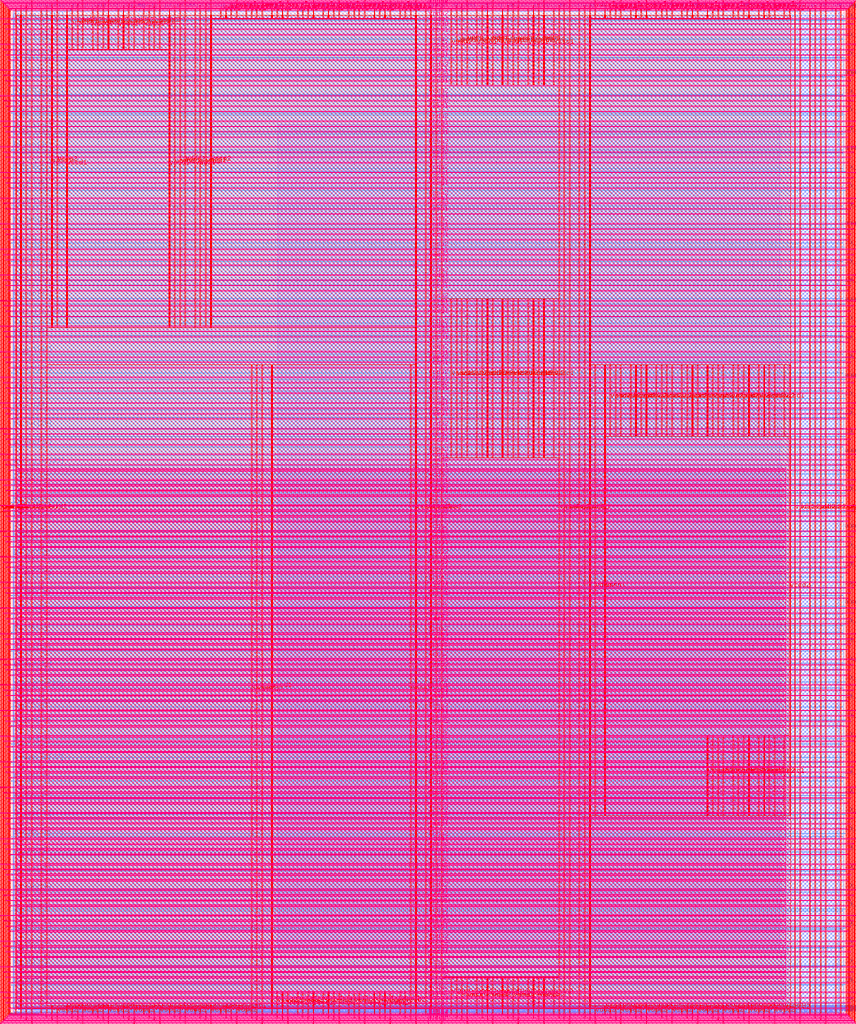
<source format=lef>
VERSION 5.7 ;
  NOWIREEXTENSIONATPIN ON ;
  DIVIDERCHAR "/" ;
  BUSBITCHARS "[]" ;
MACRO user_project_wrapper
  CLASS BLOCK ;
  FOREIGN user_project_wrapper ;
  ORIGIN 0.000 0.000 ;
  SIZE 2920.000 BY 3520.000 ;
  PIN analog_io[0]
    DIRECTION INOUT ;
    USE SIGNAL ;
    PORT
      LAYER met3 ;
        RECT 2917.600 1426.380 2924.800 1427.580 ;
    END
  END analog_io[0]
  PIN analog_io[10]
    DIRECTION INOUT ;
    USE SIGNAL ;
    PORT
      LAYER met2 ;
        RECT 2230.490 3517.600 2231.050 3524.800 ;
    END
  END analog_io[10]
  PIN analog_io[11]
    DIRECTION INOUT ;
    USE SIGNAL ;
    PORT
      LAYER met2 ;
        RECT 1905.730 3517.600 1906.290 3524.800 ;
    END
  END analog_io[11]
  PIN analog_io[12]
    DIRECTION INOUT ;
    USE SIGNAL ;
    PORT
      LAYER met2 ;
        RECT 1581.430 3517.600 1581.990 3524.800 ;
    END
  END analog_io[12]
  PIN analog_io[13]
    DIRECTION INOUT ;
    USE SIGNAL ;
    PORT
      LAYER met2 ;
        RECT 1257.130 3517.600 1257.690 3524.800 ;
    END
  END analog_io[13]
  PIN analog_io[14]
    DIRECTION INOUT ;
    USE SIGNAL ;
    PORT
      LAYER met2 ;
        RECT 932.370 3517.600 932.930 3524.800 ;
    END
  END analog_io[14]
  PIN analog_io[15]
    DIRECTION INOUT ;
    USE SIGNAL ;
    PORT
      LAYER met2 ;
        RECT 608.070 3517.600 608.630 3524.800 ;
    END
  END analog_io[15]
  PIN analog_io[16]
    DIRECTION INOUT ;
    USE SIGNAL ;
    PORT
      LAYER met2 ;
        RECT 283.770 3517.600 284.330 3524.800 ;
    END
  END analog_io[16]
  PIN analog_io[17]
    DIRECTION INOUT ;
    USE SIGNAL ;
    PORT
      LAYER met3 ;
        RECT -4.800 3486.100 2.400 3487.300 ;
    END
  END analog_io[17]
  PIN analog_io[18]
    DIRECTION INOUT ;
    USE SIGNAL ;
    PORT
      LAYER met3 ;
        RECT -4.800 3224.980 2.400 3226.180 ;
    END
  END analog_io[18]
  PIN analog_io[19]
    DIRECTION INOUT ;
    USE SIGNAL ;
    PORT
      LAYER met3 ;
        RECT -4.800 2964.540 2.400 2965.740 ;
    END
  END analog_io[19]
  PIN analog_io[1]
    DIRECTION INOUT ;
    USE SIGNAL ;
    PORT
      LAYER met3 ;
        RECT 2917.600 1692.260 2924.800 1693.460 ;
    END
  END analog_io[1]
  PIN analog_io[20]
    DIRECTION INOUT ;
    USE SIGNAL ;
    PORT
      LAYER met3 ;
        RECT -4.800 2703.420 2.400 2704.620 ;
    END
  END analog_io[20]
  PIN analog_io[21]
    DIRECTION INOUT ;
    USE SIGNAL ;
    PORT
      LAYER met3 ;
        RECT -4.800 2442.980 2.400 2444.180 ;
    END
  END analog_io[21]
  PIN analog_io[22]
    DIRECTION INOUT ;
    USE SIGNAL ;
    PORT
      LAYER met3 ;
        RECT -4.800 2182.540 2.400 2183.740 ;
    END
  END analog_io[22]
  PIN analog_io[23]
    DIRECTION INOUT ;
    USE SIGNAL ;
    PORT
      LAYER met3 ;
        RECT -4.800 1921.420 2.400 1922.620 ;
    END
  END analog_io[23]
  PIN analog_io[24]
    DIRECTION INOUT ;
    USE SIGNAL ;
    PORT
      LAYER met3 ;
        RECT -4.800 1660.980 2.400 1662.180 ;
    END
  END analog_io[24]
  PIN analog_io[25]
    DIRECTION INOUT ;
    USE SIGNAL ;
    PORT
      LAYER met3 ;
        RECT -4.800 1399.860 2.400 1401.060 ;
    END
  END analog_io[25]
  PIN analog_io[26]
    DIRECTION INOUT ;
    USE SIGNAL ;
    PORT
      LAYER met3 ;
        RECT -4.800 1139.420 2.400 1140.620 ;
    END
  END analog_io[26]
  PIN analog_io[27]
    DIRECTION INOUT ;
    USE SIGNAL ;
    PORT
      LAYER met3 ;
        RECT -4.800 878.980 2.400 880.180 ;
    END
  END analog_io[27]
  PIN analog_io[28]
    DIRECTION INOUT ;
    USE SIGNAL ;
    PORT
      LAYER met3 ;
        RECT -4.800 617.860 2.400 619.060 ;
    END
  END analog_io[28]
  PIN analog_io[2]
    DIRECTION INOUT ;
    USE SIGNAL ;
    PORT
      LAYER met3 ;
        RECT 2917.600 1958.140 2924.800 1959.340 ;
    END
  END analog_io[2]
  PIN analog_io[3]
    DIRECTION INOUT ;
    USE SIGNAL ;
    PORT
      LAYER met3 ;
        RECT 2917.600 2223.340 2924.800 2224.540 ;
    END
  END analog_io[3]
  PIN analog_io[4]
    DIRECTION INOUT ;
    USE SIGNAL ;
    PORT
      LAYER met3 ;
        RECT 2917.600 2489.220 2924.800 2490.420 ;
    END
  END analog_io[4]
  PIN analog_io[5]
    DIRECTION INOUT ;
    USE SIGNAL ;
    PORT
      LAYER met3 ;
        RECT 2917.600 2755.100 2924.800 2756.300 ;
    END
  END analog_io[5]
  PIN analog_io[6]
    DIRECTION INOUT ;
    USE SIGNAL ;
    PORT
      LAYER met3 ;
        RECT 2917.600 3020.300 2924.800 3021.500 ;
    END
  END analog_io[6]
  PIN analog_io[7]
    DIRECTION INOUT ;
    USE SIGNAL ;
    PORT
      LAYER met3 ;
        RECT 2917.600 3286.180 2924.800 3287.380 ;
    END
  END analog_io[7]
  PIN analog_io[8]
    DIRECTION INOUT ;
    USE SIGNAL ;
    PORT
      LAYER met2 ;
        RECT 2879.090 3517.600 2879.650 3524.800 ;
    END
  END analog_io[8]
  PIN analog_io[9]
    DIRECTION INOUT ;
    USE SIGNAL ;
    PORT
      LAYER met2 ;
        RECT 2554.790 3517.600 2555.350 3524.800 ;
    END
  END analog_io[9]
  PIN io_in[0]
    DIRECTION INPUT ;
    USE SIGNAL ;
    PORT
      LAYER met3 ;
        RECT 2917.600 32.380 2924.800 33.580 ;
    END
  END io_in[0]
  PIN io_in[10]
    DIRECTION INPUT ;
    USE SIGNAL ;
    PORT
      LAYER met3 ;
        RECT 2917.600 2289.980 2924.800 2291.180 ;
    END
  END io_in[10]
  PIN io_in[11]
    DIRECTION INPUT ;
    USE SIGNAL ;
    PORT
      LAYER met3 ;
        RECT 2917.600 2555.860 2924.800 2557.060 ;
    END
  END io_in[11]
  PIN io_in[12]
    DIRECTION INPUT ;
    USE SIGNAL ;
    PORT
      LAYER met3 ;
        RECT 2917.600 2821.060 2924.800 2822.260 ;
    END
  END io_in[12]
  PIN io_in[13]
    DIRECTION INPUT ;
    USE SIGNAL ;
    PORT
      LAYER met3 ;
        RECT 2917.600 3086.940 2924.800 3088.140 ;
    END
  END io_in[13]
  PIN io_in[14]
    DIRECTION INPUT ;
    USE SIGNAL ;
    PORT
      LAYER met3 ;
        RECT 2917.600 3352.820 2924.800 3354.020 ;
    END
  END io_in[14]
  PIN io_in[15]
    DIRECTION INPUT ;
    USE SIGNAL ;
    PORT
      LAYER met2 ;
        RECT 2798.130 3517.600 2798.690 3524.800 ;
    END
  END io_in[15]
  PIN io_in[16]
    DIRECTION INPUT ;
    USE SIGNAL ;
    PORT
      LAYER met2 ;
        RECT 2473.830 3517.600 2474.390 3524.800 ;
    END
  END io_in[16]
  PIN io_in[17]
    DIRECTION INPUT ;
    USE SIGNAL ;
    PORT
      LAYER met2 ;
        RECT 2149.070 3517.600 2149.630 3524.800 ;
    END
  END io_in[17]
  PIN io_in[18]
    DIRECTION INPUT ;
    USE SIGNAL ;
    PORT
      LAYER met2 ;
        RECT 1824.770 3517.600 1825.330 3524.800 ;
    END
  END io_in[18]
  PIN io_in[19]
    DIRECTION INPUT ;
    USE SIGNAL ;
    PORT
      LAYER met2 ;
        RECT 1500.470 3517.600 1501.030 3524.800 ;
    END
  END io_in[19]
  PIN io_in[1]
    DIRECTION INPUT ;
    USE SIGNAL ;
    PORT
      LAYER met3 ;
        RECT 2917.600 230.940 2924.800 232.140 ;
    END
  END io_in[1]
  PIN io_in[20]
    DIRECTION INPUT ;
    USE SIGNAL ;
    PORT
      LAYER met2 ;
        RECT 1175.710 3517.600 1176.270 3524.800 ;
    END
  END io_in[20]
  PIN io_in[21]
    DIRECTION INPUT ;
    USE SIGNAL ;
    PORT
      LAYER met2 ;
        RECT 851.410 3517.600 851.970 3524.800 ;
    END
  END io_in[21]
  PIN io_in[22]
    DIRECTION INPUT ;
    USE SIGNAL ;
    PORT
      LAYER met2 ;
        RECT 527.110 3517.600 527.670 3524.800 ;
    END
  END io_in[22]
  PIN io_in[23]
    DIRECTION INPUT ;
    USE SIGNAL ;
    PORT
      LAYER met2 ;
        RECT 202.350 3517.600 202.910 3524.800 ;
    END
  END io_in[23]
  PIN io_in[24]
    DIRECTION INPUT ;
    USE SIGNAL ;
    PORT
      LAYER met3 ;
        RECT -4.800 3420.820 2.400 3422.020 ;
    END
  END io_in[24]
  PIN io_in[25]
    DIRECTION INPUT ;
    USE SIGNAL ;
    PORT
      LAYER met3 ;
        RECT -4.800 3159.700 2.400 3160.900 ;
    END
  END io_in[25]
  PIN io_in[26]
    DIRECTION INPUT ;
    USE SIGNAL ;
    PORT
      LAYER met3 ;
        RECT -4.800 2899.260 2.400 2900.460 ;
    END
  END io_in[26]
  PIN io_in[27]
    DIRECTION INPUT ;
    USE SIGNAL ;
    PORT
      LAYER met3 ;
        RECT -4.800 2638.820 2.400 2640.020 ;
    END
  END io_in[27]
  PIN io_in[28]
    DIRECTION INPUT ;
    USE SIGNAL ;
    PORT
      LAYER met3 ;
        RECT -4.800 2377.700 2.400 2378.900 ;
    END
  END io_in[28]
  PIN io_in[29]
    DIRECTION INPUT ;
    USE SIGNAL ;
    PORT
      LAYER met3 ;
        RECT -4.800 2117.260 2.400 2118.460 ;
    END
  END io_in[29]
  PIN io_in[2]
    DIRECTION INPUT ;
    USE SIGNAL ;
    PORT
      LAYER met3 ;
        RECT 2917.600 430.180 2924.800 431.380 ;
    END
  END io_in[2]
  PIN io_in[30]
    DIRECTION INPUT ;
    USE SIGNAL ;
    PORT
      LAYER met3 ;
        RECT -4.800 1856.140 2.400 1857.340 ;
    END
  END io_in[30]
  PIN io_in[31]
    DIRECTION INPUT ;
    USE SIGNAL ;
    PORT
      LAYER met3 ;
        RECT -4.800 1595.700 2.400 1596.900 ;
    END
  END io_in[31]
  PIN io_in[32]
    DIRECTION INPUT ;
    USE SIGNAL ;
    PORT
      LAYER met3 ;
        RECT -4.800 1335.260 2.400 1336.460 ;
    END
  END io_in[32]
  PIN io_in[33]
    DIRECTION INPUT ;
    USE SIGNAL ;
    PORT
      LAYER met3 ;
        RECT -4.800 1074.140 2.400 1075.340 ;
    END
  END io_in[33]
  PIN io_in[34]
    DIRECTION INPUT ;
    USE SIGNAL ;
    PORT
      LAYER met3 ;
        RECT -4.800 813.700 2.400 814.900 ;
    END
  END io_in[34]
  PIN io_in[35]
    DIRECTION INPUT ;
    USE SIGNAL ;
    PORT
      LAYER met3 ;
        RECT -4.800 552.580 2.400 553.780 ;
    END
  END io_in[35]
  PIN io_in[36]
    DIRECTION INPUT ;
    USE SIGNAL ;
    PORT
      LAYER met3 ;
        RECT -4.800 357.420 2.400 358.620 ;
    END
  END io_in[36]
  PIN io_in[37]
    DIRECTION INPUT ;
    USE SIGNAL ;
    PORT
      LAYER met3 ;
        RECT -4.800 161.580 2.400 162.780 ;
    END
  END io_in[37]
  PIN io_in[3]
    DIRECTION INPUT ;
    USE SIGNAL ;
    PORT
      LAYER met3 ;
        RECT 2917.600 629.420 2924.800 630.620 ;
    END
  END io_in[3]
  PIN io_in[4]
    DIRECTION INPUT ;
    USE SIGNAL ;
    PORT
      LAYER met3 ;
        RECT 2917.600 828.660 2924.800 829.860 ;
    END
  END io_in[4]
  PIN io_in[5]
    DIRECTION INPUT ;
    USE SIGNAL ;
    PORT
      LAYER met3 ;
        RECT 2917.600 1027.900 2924.800 1029.100 ;
    END
  END io_in[5]
  PIN io_in[6]
    DIRECTION INPUT ;
    USE SIGNAL ;
    PORT
      LAYER met3 ;
        RECT 2917.600 1227.140 2924.800 1228.340 ;
    END
  END io_in[6]
  PIN io_in[7]
    DIRECTION INPUT ;
    USE SIGNAL ;
    PORT
      LAYER met3 ;
        RECT 2917.600 1493.020 2924.800 1494.220 ;
    END
  END io_in[7]
  PIN io_in[8]
    DIRECTION INPUT ;
    USE SIGNAL ;
    PORT
      LAYER met3 ;
        RECT 2917.600 1758.900 2924.800 1760.100 ;
    END
  END io_in[8]
  PIN io_in[9]
    DIRECTION INPUT ;
    USE SIGNAL ;
    PORT
      LAYER met3 ;
        RECT 2917.600 2024.100 2924.800 2025.300 ;
    END
  END io_in[9]
  PIN io_oeb[0]
    DIRECTION OUTPUT TRISTATE ;
    USE SIGNAL ;
    PORT
      LAYER met3 ;
        RECT 2917.600 164.980 2924.800 166.180 ;
    END
  END io_oeb[0]
  PIN io_oeb[10]
    DIRECTION OUTPUT TRISTATE ;
    USE SIGNAL ;
    PORT
      LAYER met3 ;
        RECT 2917.600 2422.580 2924.800 2423.780 ;
    END
  END io_oeb[10]
  PIN io_oeb[11]
    DIRECTION OUTPUT TRISTATE ;
    USE SIGNAL ;
    PORT
      LAYER met3 ;
        RECT 2917.600 2688.460 2924.800 2689.660 ;
    END
  END io_oeb[11]
  PIN io_oeb[12]
    DIRECTION OUTPUT TRISTATE ;
    USE SIGNAL ;
    PORT
      LAYER met3 ;
        RECT 2917.600 2954.340 2924.800 2955.540 ;
    END
  END io_oeb[12]
  PIN io_oeb[13]
    DIRECTION OUTPUT TRISTATE ;
    USE SIGNAL ;
    PORT
      LAYER met3 ;
        RECT 2917.600 3219.540 2924.800 3220.740 ;
    END
  END io_oeb[13]
  PIN io_oeb[14]
    DIRECTION OUTPUT TRISTATE ;
    USE SIGNAL ;
    PORT
      LAYER met3 ;
        RECT 2917.600 3485.420 2924.800 3486.620 ;
    END
  END io_oeb[14]
  PIN io_oeb[15]
    DIRECTION OUTPUT TRISTATE ;
    USE SIGNAL ;
    PORT
      LAYER met2 ;
        RECT 2635.750 3517.600 2636.310 3524.800 ;
    END
  END io_oeb[15]
  PIN io_oeb[16]
    DIRECTION OUTPUT TRISTATE ;
    USE SIGNAL ;
    PORT
      LAYER met2 ;
        RECT 2311.450 3517.600 2312.010 3524.800 ;
    END
  END io_oeb[16]
  PIN io_oeb[17]
    DIRECTION OUTPUT TRISTATE ;
    USE SIGNAL ;
    PORT
      LAYER met2 ;
        RECT 1987.150 3517.600 1987.710 3524.800 ;
    END
  END io_oeb[17]
  PIN io_oeb[18]
    DIRECTION OUTPUT TRISTATE ;
    USE SIGNAL ;
    PORT
      LAYER met2 ;
        RECT 1662.390 3517.600 1662.950 3524.800 ;
    END
  END io_oeb[18]
  PIN io_oeb[19]
    DIRECTION OUTPUT TRISTATE ;
    USE SIGNAL ;
    PORT
      LAYER met2 ;
        RECT 1338.090 3517.600 1338.650 3524.800 ;
    END
  END io_oeb[19]
  PIN io_oeb[1]
    DIRECTION OUTPUT TRISTATE ;
    USE SIGNAL ;
    PORT
      LAYER met3 ;
        RECT 2917.600 364.220 2924.800 365.420 ;
    END
  END io_oeb[1]
  PIN io_oeb[20]
    DIRECTION OUTPUT TRISTATE ;
    USE SIGNAL ;
    PORT
      LAYER met2 ;
        RECT 1013.790 3517.600 1014.350 3524.800 ;
    END
  END io_oeb[20]
  PIN io_oeb[21]
    DIRECTION OUTPUT TRISTATE ;
    USE SIGNAL ;
    PORT
      LAYER met2 ;
        RECT 689.030 3517.600 689.590 3524.800 ;
    END
  END io_oeb[21]
  PIN io_oeb[22]
    DIRECTION OUTPUT TRISTATE ;
    USE SIGNAL ;
    PORT
      LAYER met2 ;
        RECT 364.730 3517.600 365.290 3524.800 ;
    END
  END io_oeb[22]
  PIN io_oeb[23]
    DIRECTION OUTPUT TRISTATE ;
    USE SIGNAL ;
    PORT
      LAYER met2 ;
        RECT 40.430 3517.600 40.990 3524.800 ;
    END
  END io_oeb[23]
  PIN io_oeb[24]
    DIRECTION OUTPUT TRISTATE ;
    USE SIGNAL ;
    PORT
      LAYER met3 ;
        RECT -4.800 3290.260 2.400 3291.460 ;
    END
  END io_oeb[24]
  PIN io_oeb[25]
    DIRECTION OUTPUT TRISTATE ;
    USE SIGNAL ;
    PORT
      LAYER met3 ;
        RECT -4.800 3029.820 2.400 3031.020 ;
    END
  END io_oeb[25]
  PIN io_oeb[26]
    DIRECTION OUTPUT TRISTATE ;
    USE SIGNAL ;
    PORT
      LAYER met3 ;
        RECT -4.800 2768.700 2.400 2769.900 ;
    END
  END io_oeb[26]
  PIN io_oeb[27]
    DIRECTION OUTPUT TRISTATE ;
    USE SIGNAL ;
    PORT
      LAYER met3 ;
        RECT -4.800 2508.260 2.400 2509.460 ;
    END
  END io_oeb[27]
  PIN io_oeb[28]
    DIRECTION OUTPUT TRISTATE ;
    USE SIGNAL ;
    PORT
      LAYER met3 ;
        RECT -4.800 2247.140 2.400 2248.340 ;
    END
  END io_oeb[28]
  PIN io_oeb[29]
    DIRECTION OUTPUT TRISTATE ;
    USE SIGNAL ;
    PORT
      LAYER met3 ;
        RECT -4.800 1986.700 2.400 1987.900 ;
    END
  END io_oeb[29]
  PIN io_oeb[2]
    DIRECTION OUTPUT TRISTATE ;
    USE SIGNAL ;
    PORT
      LAYER met3 ;
        RECT 2917.600 563.460 2924.800 564.660 ;
    END
  END io_oeb[2]
  PIN io_oeb[30]
    DIRECTION OUTPUT TRISTATE ;
    USE SIGNAL ;
    PORT
      LAYER met3 ;
        RECT -4.800 1726.260 2.400 1727.460 ;
    END
  END io_oeb[30]
  PIN io_oeb[31]
    DIRECTION OUTPUT TRISTATE ;
    USE SIGNAL ;
    PORT
      LAYER met3 ;
        RECT -4.800 1465.140 2.400 1466.340 ;
    END
  END io_oeb[31]
  PIN io_oeb[32]
    DIRECTION OUTPUT TRISTATE ;
    USE SIGNAL ;
    PORT
      LAYER met3 ;
        RECT -4.800 1204.700 2.400 1205.900 ;
    END
  END io_oeb[32]
  PIN io_oeb[33]
    DIRECTION OUTPUT TRISTATE ;
    USE SIGNAL ;
    PORT
      LAYER met3 ;
        RECT -4.800 943.580 2.400 944.780 ;
    END
  END io_oeb[33]
  PIN io_oeb[34]
    DIRECTION OUTPUT TRISTATE ;
    USE SIGNAL ;
    PORT
      LAYER met3 ;
        RECT -4.800 683.140 2.400 684.340 ;
    END
  END io_oeb[34]
  PIN io_oeb[35]
    DIRECTION OUTPUT TRISTATE ;
    USE SIGNAL ;
    PORT
      LAYER met3 ;
        RECT -4.800 422.700 2.400 423.900 ;
    END
  END io_oeb[35]
  PIN io_oeb[36]
    DIRECTION OUTPUT TRISTATE ;
    USE SIGNAL ;
    PORT
      LAYER met3 ;
        RECT -4.800 226.860 2.400 228.060 ;
    END
  END io_oeb[36]
  PIN io_oeb[37]
    DIRECTION OUTPUT TRISTATE ;
    USE SIGNAL ;
    PORT
      LAYER met3 ;
        RECT -4.800 31.700 2.400 32.900 ;
    END
  END io_oeb[37]
  PIN io_oeb[3]
    DIRECTION OUTPUT TRISTATE ;
    USE SIGNAL ;
    PORT
      LAYER met3 ;
        RECT 2917.600 762.700 2924.800 763.900 ;
    END
  END io_oeb[3]
  PIN io_oeb[4]
    DIRECTION OUTPUT TRISTATE ;
    USE SIGNAL ;
    PORT
      LAYER met3 ;
        RECT 2917.600 961.940 2924.800 963.140 ;
    END
  END io_oeb[4]
  PIN io_oeb[5]
    DIRECTION OUTPUT TRISTATE ;
    USE SIGNAL ;
    PORT
      LAYER met3 ;
        RECT 2917.600 1161.180 2924.800 1162.380 ;
    END
  END io_oeb[5]
  PIN io_oeb[6]
    DIRECTION OUTPUT TRISTATE ;
    USE SIGNAL ;
    PORT
      LAYER met3 ;
        RECT 2917.600 1360.420 2924.800 1361.620 ;
    END
  END io_oeb[6]
  PIN io_oeb[7]
    DIRECTION OUTPUT TRISTATE ;
    USE SIGNAL ;
    PORT
      LAYER met3 ;
        RECT 2917.600 1625.620 2924.800 1626.820 ;
    END
  END io_oeb[7]
  PIN io_oeb[8]
    DIRECTION OUTPUT TRISTATE ;
    USE SIGNAL ;
    PORT
      LAYER met3 ;
        RECT 2917.600 1891.500 2924.800 1892.700 ;
    END
  END io_oeb[8]
  PIN io_oeb[9]
    DIRECTION OUTPUT TRISTATE ;
    USE SIGNAL ;
    PORT
      LAYER met3 ;
        RECT 2917.600 2157.380 2924.800 2158.580 ;
    END
  END io_oeb[9]
  PIN io_out[0]
    DIRECTION OUTPUT TRISTATE ;
    USE SIGNAL ;
    PORT
      LAYER met3 ;
        RECT 2917.600 98.340 2924.800 99.540 ;
    END
  END io_out[0]
  PIN io_out[10]
    DIRECTION OUTPUT TRISTATE ;
    USE SIGNAL ;
    PORT
      LAYER met3 ;
        RECT 2917.600 2356.620 2924.800 2357.820 ;
    END
  END io_out[10]
  PIN io_out[11]
    DIRECTION OUTPUT TRISTATE ;
    USE SIGNAL ;
    PORT
      LAYER met3 ;
        RECT 2917.600 2621.820 2924.800 2623.020 ;
    END
  END io_out[11]
  PIN io_out[12]
    DIRECTION OUTPUT TRISTATE ;
    USE SIGNAL ;
    PORT
      LAYER met3 ;
        RECT 2917.600 2887.700 2924.800 2888.900 ;
    END
  END io_out[12]
  PIN io_out[13]
    DIRECTION OUTPUT TRISTATE ;
    USE SIGNAL ;
    PORT
      LAYER met3 ;
        RECT 2917.600 3153.580 2924.800 3154.780 ;
    END
  END io_out[13]
  PIN io_out[14]
    DIRECTION OUTPUT TRISTATE ;
    USE SIGNAL ;
    PORT
      LAYER met3 ;
        RECT 2917.600 3418.780 2924.800 3419.980 ;
    END
  END io_out[14]
  PIN io_out[15]
    DIRECTION OUTPUT TRISTATE ;
    USE SIGNAL ;
    PORT
      LAYER met2 ;
        RECT 2717.170 3517.600 2717.730 3524.800 ;
    END
  END io_out[15]
  PIN io_out[16]
    DIRECTION OUTPUT TRISTATE ;
    USE SIGNAL ;
    PORT
      LAYER met2 ;
        RECT 2392.410 3517.600 2392.970 3524.800 ;
    END
  END io_out[16]
  PIN io_out[17]
    DIRECTION OUTPUT TRISTATE ;
    USE SIGNAL ;
    PORT
      LAYER met2 ;
        RECT 2068.110 3517.600 2068.670 3524.800 ;
    END
  END io_out[17]
  PIN io_out[18]
    DIRECTION OUTPUT TRISTATE ;
    USE SIGNAL ;
    PORT
      LAYER met2 ;
        RECT 1743.810 3517.600 1744.370 3524.800 ;
    END
  END io_out[18]
  PIN io_out[19]
    DIRECTION OUTPUT TRISTATE ;
    USE SIGNAL ;
    PORT
      LAYER met2 ;
        RECT 1419.050 3517.600 1419.610 3524.800 ;
    END
  END io_out[19]
  PIN io_out[1]
    DIRECTION OUTPUT TRISTATE ;
    USE SIGNAL ;
    PORT
      LAYER met3 ;
        RECT 2917.600 297.580 2924.800 298.780 ;
    END
  END io_out[1]
  PIN io_out[20]
    DIRECTION OUTPUT TRISTATE ;
    USE SIGNAL ;
    PORT
      LAYER met2 ;
        RECT 1094.750 3517.600 1095.310 3524.800 ;
    END
  END io_out[20]
  PIN io_out[21]
    DIRECTION OUTPUT TRISTATE ;
    USE SIGNAL ;
    PORT
      LAYER met2 ;
        RECT 770.450 3517.600 771.010 3524.800 ;
    END
  END io_out[21]
  PIN io_out[22]
    DIRECTION OUTPUT TRISTATE ;
    USE SIGNAL ;
    PORT
      LAYER met2 ;
        RECT 445.690 3517.600 446.250 3524.800 ;
    END
  END io_out[22]
  PIN io_out[23]
    DIRECTION OUTPUT TRISTATE ;
    USE SIGNAL ;
    PORT
      LAYER met2 ;
        RECT 121.390 3517.600 121.950 3524.800 ;
    END
  END io_out[23]
  PIN io_out[24]
    DIRECTION OUTPUT TRISTATE ;
    USE SIGNAL ;
    PORT
      LAYER met3 ;
        RECT -4.800 3355.540 2.400 3356.740 ;
    END
  END io_out[24]
  PIN io_out[25]
    DIRECTION OUTPUT TRISTATE ;
    USE SIGNAL ;
    PORT
      LAYER met3 ;
        RECT -4.800 3095.100 2.400 3096.300 ;
    END
  END io_out[25]
  PIN io_out[26]
    DIRECTION OUTPUT TRISTATE ;
    USE SIGNAL ;
    PORT
      LAYER met3 ;
        RECT -4.800 2833.980 2.400 2835.180 ;
    END
  END io_out[26]
  PIN io_out[27]
    DIRECTION OUTPUT TRISTATE ;
    USE SIGNAL ;
    PORT
      LAYER met3 ;
        RECT -4.800 2573.540 2.400 2574.740 ;
    END
  END io_out[27]
  PIN io_out[28]
    DIRECTION OUTPUT TRISTATE ;
    USE SIGNAL ;
    PORT
      LAYER met3 ;
        RECT -4.800 2312.420 2.400 2313.620 ;
    END
  END io_out[28]
  PIN io_out[29]
    DIRECTION OUTPUT TRISTATE ;
    USE SIGNAL ;
    PORT
      LAYER met3 ;
        RECT -4.800 2051.980 2.400 2053.180 ;
    END
  END io_out[29]
  PIN io_out[2]
    DIRECTION OUTPUT TRISTATE ;
    USE SIGNAL ;
    PORT
      LAYER met3 ;
        RECT 2917.600 496.820 2924.800 498.020 ;
    END
  END io_out[2]
  PIN io_out[30]
    DIRECTION OUTPUT TRISTATE ;
    USE SIGNAL ;
    PORT
      LAYER met3 ;
        RECT -4.800 1791.540 2.400 1792.740 ;
    END
  END io_out[30]
  PIN io_out[31]
    DIRECTION OUTPUT TRISTATE ;
    USE SIGNAL ;
    PORT
      LAYER met3 ;
        RECT -4.800 1530.420 2.400 1531.620 ;
    END
  END io_out[31]
  PIN io_out[32]
    DIRECTION OUTPUT TRISTATE ;
    USE SIGNAL ;
    PORT
      LAYER met3 ;
        RECT -4.800 1269.980 2.400 1271.180 ;
    END
  END io_out[32]
  PIN io_out[33]
    DIRECTION OUTPUT TRISTATE ;
    USE SIGNAL ;
    PORT
      LAYER met3 ;
        RECT -4.800 1008.860 2.400 1010.060 ;
    END
  END io_out[33]
  PIN io_out[34]
    DIRECTION OUTPUT TRISTATE ;
    USE SIGNAL ;
    PORT
      LAYER met3 ;
        RECT -4.800 748.420 2.400 749.620 ;
    END
  END io_out[34]
  PIN io_out[35]
    DIRECTION OUTPUT TRISTATE ;
    USE SIGNAL ;
    PORT
      LAYER met3 ;
        RECT -4.800 487.300 2.400 488.500 ;
    END
  END io_out[35]
  PIN io_out[36]
    DIRECTION OUTPUT TRISTATE ;
    USE SIGNAL ;
    PORT
      LAYER met3 ;
        RECT -4.800 292.140 2.400 293.340 ;
    END
  END io_out[36]
  PIN io_out[37]
    DIRECTION OUTPUT TRISTATE ;
    USE SIGNAL ;
    PORT
      LAYER met3 ;
        RECT -4.800 96.300 2.400 97.500 ;
    END
  END io_out[37]
  PIN io_out[3]
    DIRECTION OUTPUT TRISTATE ;
    USE SIGNAL ;
    PORT
      LAYER met3 ;
        RECT 2917.600 696.060 2924.800 697.260 ;
    END
  END io_out[3]
  PIN io_out[4]
    DIRECTION OUTPUT TRISTATE ;
    USE SIGNAL ;
    PORT
      LAYER met3 ;
        RECT 2917.600 895.300 2924.800 896.500 ;
    END
  END io_out[4]
  PIN io_out[5]
    DIRECTION OUTPUT TRISTATE ;
    USE SIGNAL ;
    PORT
      LAYER met3 ;
        RECT 2917.600 1094.540 2924.800 1095.740 ;
    END
  END io_out[5]
  PIN io_out[6]
    DIRECTION OUTPUT TRISTATE ;
    USE SIGNAL ;
    PORT
      LAYER met3 ;
        RECT 2917.600 1293.780 2924.800 1294.980 ;
    END
  END io_out[6]
  PIN io_out[7]
    DIRECTION OUTPUT TRISTATE ;
    USE SIGNAL ;
    PORT
      LAYER met3 ;
        RECT 2917.600 1559.660 2924.800 1560.860 ;
    END
  END io_out[7]
  PIN io_out[8]
    DIRECTION OUTPUT TRISTATE ;
    USE SIGNAL ;
    PORT
      LAYER met3 ;
        RECT 2917.600 1824.860 2924.800 1826.060 ;
    END
  END io_out[8]
  PIN io_out[9]
    DIRECTION OUTPUT TRISTATE ;
    USE SIGNAL ;
    PORT
      LAYER met3 ;
        RECT 2917.600 2090.740 2924.800 2091.940 ;
    END
  END io_out[9]
  PIN la_data_in[0]
    DIRECTION INPUT ;
    USE SIGNAL ;
    PORT
      LAYER met2 ;
        RECT 629.230 -4.800 629.790 2.400 ;
    END
  END la_data_in[0]
  PIN la_data_in[100]
    DIRECTION INPUT ;
    USE SIGNAL ;
    PORT
      LAYER met2 ;
        RECT 2402.530 -4.800 2403.090 2.400 ;
    END
  END la_data_in[100]
  PIN la_data_in[101]
    DIRECTION INPUT ;
    USE SIGNAL ;
    PORT
      LAYER met2 ;
        RECT 2420.010 -4.800 2420.570 2.400 ;
    END
  END la_data_in[101]
  PIN la_data_in[102]
    DIRECTION INPUT ;
    USE SIGNAL ;
    PORT
      LAYER met2 ;
        RECT 2437.950 -4.800 2438.510 2.400 ;
    END
  END la_data_in[102]
  PIN la_data_in[103]
    DIRECTION INPUT ;
    USE SIGNAL ;
    PORT
      LAYER met2 ;
        RECT 2455.430 -4.800 2455.990 2.400 ;
    END
  END la_data_in[103]
  PIN la_data_in[104]
    DIRECTION INPUT ;
    USE SIGNAL ;
    PORT
      LAYER met2 ;
        RECT 2473.370 -4.800 2473.930 2.400 ;
    END
  END la_data_in[104]
  PIN la_data_in[105]
    DIRECTION INPUT ;
    USE SIGNAL ;
    PORT
      LAYER met2 ;
        RECT 2490.850 -4.800 2491.410 2.400 ;
    END
  END la_data_in[105]
  PIN la_data_in[106]
    DIRECTION INPUT ;
    USE SIGNAL ;
    PORT
      LAYER met2 ;
        RECT 2508.790 -4.800 2509.350 2.400 ;
    END
  END la_data_in[106]
  PIN la_data_in[107]
    DIRECTION INPUT ;
    USE SIGNAL ;
    PORT
      LAYER met2 ;
        RECT 2526.730 -4.800 2527.290 2.400 ;
    END
  END la_data_in[107]
  PIN la_data_in[108]
    DIRECTION INPUT ;
    USE SIGNAL ;
    PORT
      LAYER met2 ;
        RECT 2544.210 -4.800 2544.770 2.400 ;
    END
  END la_data_in[108]
  PIN la_data_in[109]
    DIRECTION INPUT ;
    USE SIGNAL ;
    PORT
      LAYER met2 ;
        RECT 2562.150 -4.800 2562.710 2.400 ;
    END
  END la_data_in[109]
  PIN la_data_in[10]
    DIRECTION INPUT ;
    USE SIGNAL ;
    PORT
      LAYER met2 ;
        RECT 806.330 -4.800 806.890 2.400 ;
    END
  END la_data_in[10]
  PIN la_data_in[110]
    DIRECTION INPUT ;
    USE SIGNAL ;
    PORT
      LAYER met2 ;
        RECT 2579.630 -4.800 2580.190 2.400 ;
    END
  END la_data_in[110]
  PIN la_data_in[111]
    DIRECTION INPUT ;
    USE SIGNAL ;
    PORT
      LAYER met2 ;
        RECT 2597.570 -4.800 2598.130 2.400 ;
    END
  END la_data_in[111]
  PIN la_data_in[112]
    DIRECTION INPUT ;
    USE SIGNAL ;
    PORT
      LAYER met2 ;
        RECT 2615.050 -4.800 2615.610 2.400 ;
    END
  END la_data_in[112]
  PIN la_data_in[113]
    DIRECTION INPUT ;
    USE SIGNAL ;
    PORT
      LAYER met2 ;
        RECT 2632.990 -4.800 2633.550 2.400 ;
    END
  END la_data_in[113]
  PIN la_data_in[114]
    DIRECTION INPUT ;
    USE SIGNAL ;
    PORT
      LAYER met2 ;
        RECT 2650.470 -4.800 2651.030 2.400 ;
    END
  END la_data_in[114]
  PIN la_data_in[115]
    DIRECTION INPUT ;
    USE SIGNAL ;
    PORT
      LAYER met2 ;
        RECT 2668.410 -4.800 2668.970 2.400 ;
    END
  END la_data_in[115]
  PIN la_data_in[116]
    DIRECTION INPUT ;
    USE SIGNAL ;
    PORT
      LAYER met2 ;
        RECT 2685.890 -4.800 2686.450 2.400 ;
    END
  END la_data_in[116]
  PIN la_data_in[117]
    DIRECTION INPUT ;
    USE SIGNAL ;
    PORT
      LAYER met2 ;
        RECT 2703.830 -4.800 2704.390 2.400 ;
    END
  END la_data_in[117]
  PIN la_data_in[118]
    DIRECTION INPUT ;
    USE SIGNAL ;
    PORT
      LAYER met2 ;
        RECT 2721.770 -4.800 2722.330 2.400 ;
    END
  END la_data_in[118]
  PIN la_data_in[119]
    DIRECTION INPUT ;
    USE SIGNAL ;
    PORT
      LAYER met2 ;
        RECT 2739.250 -4.800 2739.810 2.400 ;
    END
  END la_data_in[119]
  PIN la_data_in[11]
    DIRECTION INPUT ;
    USE SIGNAL ;
    PORT
      LAYER met2 ;
        RECT 824.270 -4.800 824.830 2.400 ;
    END
  END la_data_in[11]
  PIN la_data_in[120]
    DIRECTION INPUT ;
    USE SIGNAL ;
    PORT
      LAYER met2 ;
        RECT 2757.190 -4.800 2757.750 2.400 ;
    END
  END la_data_in[120]
  PIN la_data_in[121]
    DIRECTION INPUT ;
    USE SIGNAL ;
    PORT
      LAYER met2 ;
        RECT 2774.670 -4.800 2775.230 2.400 ;
    END
  END la_data_in[121]
  PIN la_data_in[122]
    DIRECTION INPUT ;
    USE SIGNAL ;
    PORT
      LAYER met2 ;
        RECT 2792.610 -4.800 2793.170 2.400 ;
    END
  END la_data_in[122]
  PIN la_data_in[123]
    DIRECTION INPUT ;
    USE SIGNAL ;
    PORT
      LAYER met2 ;
        RECT 2810.090 -4.800 2810.650 2.400 ;
    END
  END la_data_in[123]
  PIN la_data_in[124]
    DIRECTION INPUT ;
    USE SIGNAL ;
    PORT
      LAYER met2 ;
        RECT 2828.030 -4.800 2828.590 2.400 ;
    END
  END la_data_in[124]
  PIN la_data_in[125]
    DIRECTION INPUT ;
    USE SIGNAL ;
    PORT
      LAYER met2 ;
        RECT 2845.510 -4.800 2846.070 2.400 ;
    END
  END la_data_in[125]
  PIN la_data_in[126]
    DIRECTION INPUT ;
    USE SIGNAL ;
    PORT
      LAYER met2 ;
        RECT 2863.450 -4.800 2864.010 2.400 ;
    END
  END la_data_in[126]
  PIN la_data_in[127]
    DIRECTION INPUT ;
    USE SIGNAL ;
    PORT
      LAYER met2 ;
        RECT 2881.390 -4.800 2881.950 2.400 ;
    END
  END la_data_in[127]
  PIN la_data_in[12]
    DIRECTION INPUT ;
    USE SIGNAL ;
    PORT
      LAYER met2 ;
        RECT 841.750 -4.800 842.310 2.400 ;
    END
  END la_data_in[12]
  PIN la_data_in[13]
    DIRECTION INPUT ;
    USE SIGNAL ;
    PORT
      LAYER met2 ;
        RECT 859.690 -4.800 860.250 2.400 ;
    END
  END la_data_in[13]
  PIN la_data_in[14]
    DIRECTION INPUT ;
    USE SIGNAL ;
    PORT
      LAYER met2 ;
        RECT 877.170 -4.800 877.730 2.400 ;
    END
  END la_data_in[14]
  PIN la_data_in[15]
    DIRECTION INPUT ;
    USE SIGNAL ;
    PORT
      LAYER met2 ;
        RECT 895.110 -4.800 895.670 2.400 ;
    END
  END la_data_in[15]
  PIN la_data_in[16]
    DIRECTION INPUT ;
    USE SIGNAL ;
    PORT
      LAYER met2 ;
        RECT 912.590 -4.800 913.150 2.400 ;
    END
  END la_data_in[16]
  PIN la_data_in[17]
    DIRECTION INPUT ;
    USE SIGNAL ;
    PORT
      LAYER met2 ;
        RECT 930.530 -4.800 931.090 2.400 ;
    END
  END la_data_in[17]
  PIN la_data_in[18]
    DIRECTION INPUT ;
    USE SIGNAL ;
    PORT
      LAYER met2 ;
        RECT 948.470 -4.800 949.030 2.400 ;
    END
  END la_data_in[18]
  PIN la_data_in[19]
    DIRECTION INPUT ;
    USE SIGNAL ;
    PORT
      LAYER met2 ;
        RECT 965.950 -4.800 966.510 2.400 ;
    END
  END la_data_in[19]
  PIN la_data_in[1]
    DIRECTION INPUT ;
    USE SIGNAL ;
    PORT
      LAYER met2 ;
        RECT 646.710 -4.800 647.270 2.400 ;
    END
  END la_data_in[1]
  PIN la_data_in[20]
    DIRECTION INPUT ;
    USE SIGNAL ;
    PORT
      LAYER met2 ;
        RECT 983.890 -4.800 984.450 2.400 ;
    END
  END la_data_in[20]
  PIN la_data_in[21]
    DIRECTION INPUT ;
    USE SIGNAL ;
    PORT
      LAYER met2 ;
        RECT 1001.370 -4.800 1001.930 2.400 ;
    END
  END la_data_in[21]
  PIN la_data_in[22]
    DIRECTION INPUT ;
    USE SIGNAL ;
    PORT
      LAYER met2 ;
        RECT 1019.310 -4.800 1019.870 2.400 ;
    END
  END la_data_in[22]
  PIN la_data_in[23]
    DIRECTION INPUT ;
    USE SIGNAL ;
    PORT
      LAYER met2 ;
        RECT 1036.790 -4.800 1037.350 2.400 ;
    END
  END la_data_in[23]
  PIN la_data_in[24]
    DIRECTION INPUT ;
    USE SIGNAL ;
    PORT
      LAYER met2 ;
        RECT 1054.730 -4.800 1055.290 2.400 ;
    END
  END la_data_in[24]
  PIN la_data_in[25]
    DIRECTION INPUT ;
    USE SIGNAL ;
    PORT
      LAYER met2 ;
        RECT 1072.210 -4.800 1072.770 2.400 ;
    END
  END la_data_in[25]
  PIN la_data_in[26]
    DIRECTION INPUT ;
    USE SIGNAL ;
    PORT
      LAYER met2 ;
        RECT 1090.150 -4.800 1090.710 2.400 ;
    END
  END la_data_in[26]
  PIN la_data_in[27]
    DIRECTION INPUT ;
    USE SIGNAL ;
    PORT
      LAYER met2 ;
        RECT 1107.630 -4.800 1108.190 2.400 ;
    END
  END la_data_in[27]
  PIN la_data_in[28]
    DIRECTION INPUT ;
    USE SIGNAL ;
    PORT
      LAYER met2 ;
        RECT 1125.570 -4.800 1126.130 2.400 ;
    END
  END la_data_in[28]
  PIN la_data_in[29]
    DIRECTION INPUT ;
    USE SIGNAL ;
    PORT
      LAYER met2 ;
        RECT 1143.510 -4.800 1144.070 2.400 ;
    END
  END la_data_in[29]
  PIN la_data_in[2]
    DIRECTION INPUT ;
    USE SIGNAL ;
    PORT
      LAYER met2 ;
        RECT 664.650 -4.800 665.210 2.400 ;
    END
  END la_data_in[2]
  PIN la_data_in[30]
    DIRECTION INPUT ;
    USE SIGNAL ;
    PORT
      LAYER met2 ;
        RECT 1160.990 -4.800 1161.550 2.400 ;
    END
  END la_data_in[30]
  PIN la_data_in[31]
    DIRECTION INPUT ;
    USE SIGNAL ;
    PORT
      LAYER met2 ;
        RECT 1178.930 -4.800 1179.490 2.400 ;
    END
  END la_data_in[31]
  PIN la_data_in[32]
    DIRECTION INPUT ;
    USE SIGNAL ;
    PORT
      LAYER met2 ;
        RECT 1196.410 -4.800 1196.970 2.400 ;
    END
  END la_data_in[32]
  PIN la_data_in[33]
    DIRECTION INPUT ;
    USE SIGNAL ;
    PORT
      LAYER met2 ;
        RECT 1214.350 -4.800 1214.910 2.400 ;
    END
  END la_data_in[33]
  PIN la_data_in[34]
    DIRECTION INPUT ;
    USE SIGNAL ;
    PORT
      LAYER met2 ;
        RECT 1231.830 -4.800 1232.390 2.400 ;
    END
  END la_data_in[34]
  PIN la_data_in[35]
    DIRECTION INPUT ;
    USE SIGNAL ;
    PORT
      LAYER met2 ;
        RECT 1249.770 -4.800 1250.330 2.400 ;
    END
  END la_data_in[35]
  PIN la_data_in[36]
    DIRECTION INPUT ;
    USE SIGNAL ;
    PORT
      LAYER met2 ;
        RECT 1267.250 -4.800 1267.810 2.400 ;
    END
  END la_data_in[36]
  PIN la_data_in[37]
    DIRECTION INPUT ;
    USE SIGNAL ;
    PORT
      LAYER met2 ;
        RECT 1285.190 -4.800 1285.750 2.400 ;
    END
  END la_data_in[37]
  PIN la_data_in[38]
    DIRECTION INPUT ;
    USE SIGNAL ;
    PORT
      LAYER met2 ;
        RECT 1303.130 -4.800 1303.690 2.400 ;
    END
  END la_data_in[38]
  PIN la_data_in[39]
    DIRECTION INPUT ;
    USE SIGNAL ;
    PORT
      LAYER met2 ;
        RECT 1320.610 -4.800 1321.170 2.400 ;
    END
  END la_data_in[39]
  PIN la_data_in[3]
    DIRECTION INPUT ;
    USE SIGNAL ;
    PORT
      LAYER met2 ;
        RECT 682.130 -4.800 682.690 2.400 ;
    END
  END la_data_in[3]
  PIN la_data_in[40]
    DIRECTION INPUT ;
    USE SIGNAL ;
    PORT
      LAYER met2 ;
        RECT 1338.550 -4.800 1339.110 2.400 ;
    END
  END la_data_in[40]
  PIN la_data_in[41]
    DIRECTION INPUT ;
    USE SIGNAL ;
    PORT
      LAYER met2 ;
        RECT 1356.030 -4.800 1356.590 2.400 ;
    END
  END la_data_in[41]
  PIN la_data_in[42]
    DIRECTION INPUT ;
    USE SIGNAL ;
    PORT
      LAYER met2 ;
        RECT 1373.970 -4.800 1374.530 2.400 ;
    END
  END la_data_in[42]
  PIN la_data_in[43]
    DIRECTION INPUT ;
    USE SIGNAL ;
    PORT
      LAYER met2 ;
        RECT 1391.450 -4.800 1392.010 2.400 ;
    END
  END la_data_in[43]
  PIN la_data_in[44]
    DIRECTION INPUT ;
    USE SIGNAL ;
    PORT
      LAYER met2 ;
        RECT 1409.390 -4.800 1409.950 2.400 ;
    END
  END la_data_in[44]
  PIN la_data_in[45]
    DIRECTION INPUT ;
    USE SIGNAL ;
    PORT
      LAYER met2 ;
        RECT 1426.870 -4.800 1427.430 2.400 ;
    END
  END la_data_in[45]
  PIN la_data_in[46]
    DIRECTION INPUT ;
    USE SIGNAL ;
    PORT
      LAYER met2 ;
        RECT 1444.810 -4.800 1445.370 2.400 ;
    END
  END la_data_in[46]
  PIN la_data_in[47]
    DIRECTION INPUT ;
    USE SIGNAL ;
    PORT
      LAYER met2 ;
        RECT 1462.750 -4.800 1463.310 2.400 ;
    END
  END la_data_in[47]
  PIN la_data_in[48]
    DIRECTION INPUT ;
    USE SIGNAL ;
    PORT
      LAYER met2 ;
        RECT 1480.230 -4.800 1480.790 2.400 ;
    END
  END la_data_in[48]
  PIN la_data_in[49]
    DIRECTION INPUT ;
    USE SIGNAL ;
    PORT
      LAYER met2 ;
        RECT 1498.170 -4.800 1498.730 2.400 ;
    END
  END la_data_in[49]
  PIN la_data_in[4]
    DIRECTION INPUT ;
    USE SIGNAL ;
    PORT
      LAYER met2 ;
        RECT 700.070 -4.800 700.630 2.400 ;
    END
  END la_data_in[4]
  PIN la_data_in[50]
    DIRECTION INPUT ;
    USE SIGNAL ;
    PORT
      LAYER met2 ;
        RECT 1515.650 -4.800 1516.210 2.400 ;
    END
  END la_data_in[50]
  PIN la_data_in[51]
    DIRECTION INPUT ;
    USE SIGNAL ;
    PORT
      LAYER met2 ;
        RECT 1533.590 -4.800 1534.150 2.400 ;
    END
  END la_data_in[51]
  PIN la_data_in[52]
    DIRECTION INPUT ;
    USE SIGNAL ;
    PORT
      LAYER met2 ;
        RECT 1551.070 -4.800 1551.630 2.400 ;
    END
  END la_data_in[52]
  PIN la_data_in[53]
    DIRECTION INPUT ;
    USE SIGNAL ;
    PORT
      LAYER met2 ;
        RECT 1569.010 -4.800 1569.570 2.400 ;
    END
  END la_data_in[53]
  PIN la_data_in[54]
    DIRECTION INPUT ;
    USE SIGNAL ;
    PORT
      LAYER met2 ;
        RECT 1586.490 -4.800 1587.050 2.400 ;
    END
  END la_data_in[54]
  PIN la_data_in[55]
    DIRECTION INPUT ;
    USE SIGNAL ;
    PORT
      LAYER met2 ;
        RECT 1604.430 -4.800 1604.990 2.400 ;
    END
  END la_data_in[55]
  PIN la_data_in[56]
    DIRECTION INPUT ;
    USE SIGNAL ;
    PORT
      LAYER met2 ;
        RECT 1621.910 -4.800 1622.470 2.400 ;
    END
  END la_data_in[56]
  PIN la_data_in[57]
    DIRECTION INPUT ;
    USE SIGNAL ;
    PORT
      LAYER met2 ;
        RECT 1639.850 -4.800 1640.410 2.400 ;
    END
  END la_data_in[57]
  PIN la_data_in[58]
    DIRECTION INPUT ;
    USE SIGNAL ;
    PORT
      LAYER met2 ;
        RECT 1657.790 -4.800 1658.350 2.400 ;
    END
  END la_data_in[58]
  PIN la_data_in[59]
    DIRECTION INPUT ;
    USE SIGNAL ;
    PORT
      LAYER met2 ;
        RECT 1675.270 -4.800 1675.830 2.400 ;
    END
  END la_data_in[59]
  PIN la_data_in[5]
    DIRECTION INPUT ;
    USE SIGNAL ;
    PORT
      LAYER met2 ;
        RECT 717.550 -4.800 718.110 2.400 ;
    END
  END la_data_in[5]
  PIN la_data_in[60]
    DIRECTION INPUT ;
    USE SIGNAL ;
    PORT
      LAYER met2 ;
        RECT 1693.210 -4.800 1693.770 2.400 ;
    END
  END la_data_in[60]
  PIN la_data_in[61]
    DIRECTION INPUT ;
    USE SIGNAL ;
    PORT
      LAYER met2 ;
        RECT 1710.690 -4.800 1711.250 2.400 ;
    END
  END la_data_in[61]
  PIN la_data_in[62]
    DIRECTION INPUT ;
    USE SIGNAL ;
    PORT
      LAYER met2 ;
        RECT 1728.630 -4.800 1729.190 2.400 ;
    END
  END la_data_in[62]
  PIN la_data_in[63]
    DIRECTION INPUT ;
    USE SIGNAL ;
    PORT
      LAYER met2 ;
        RECT 1746.110 -4.800 1746.670 2.400 ;
    END
  END la_data_in[63]
  PIN la_data_in[64]
    DIRECTION INPUT ;
    USE SIGNAL ;
    PORT
      LAYER met2 ;
        RECT 1764.050 -4.800 1764.610 2.400 ;
    END
  END la_data_in[64]
  PIN la_data_in[65]
    DIRECTION INPUT ;
    USE SIGNAL ;
    PORT
      LAYER met2 ;
        RECT 1781.530 -4.800 1782.090 2.400 ;
    END
  END la_data_in[65]
  PIN la_data_in[66]
    DIRECTION INPUT ;
    USE SIGNAL ;
    PORT
      LAYER met2 ;
        RECT 1799.470 -4.800 1800.030 2.400 ;
    END
  END la_data_in[66]
  PIN la_data_in[67]
    DIRECTION INPUT ;
    USE SIGNAL ;
    PORT
      LAYER met2 ;
        RECT 1817.410 -4.800 1817.970 2.400 ;
    END
  END la_data_in[67]
  PIN la_data_in[68]
    DIRECTION INPUT ;
    USE SIGNAL ;
    PORT
      LAYER met2 ;
        RECT 1834.890 -4.800 1835.450 2.400 ;
    END
  END la_data_in[68]
  PIN la_data_in[69]
    DIRECTION INPUT ;
    USE SIGNAL ;
    PORT
      LAYER met2 ;
        RECT 1852.830 -4.800 1853.390 2.400 ;
    END
  END la_data_in[69]
  PIN la_data_in[6]
    DIRECTION INPUT ;
    USE SIGNAL ;
    PORT
      LAYER met2 ;
        RECT 735.490 -4.800 736.050 2.400 ;
    END
  END la_data_in[6]
  PIN la_data_in[70]
    DIRECTION INPUT ;
    USE SIGNAL ;
    PORT
      LAYER met2 ;
        RECT 1870.310 -4.800 1870.870 2.400 ;
    END
  END la_data_in[70]
  PIN la_data_in[71]
    DIRECTION INPUT ;
    USE SIGNAL ;
    PORT
      LAYER met2 ;
        RECT 1888.250 -4.800 1888.810 2.400 ;
    END
  END la_data_in[71]
  PIN la_data_in[72]
    DIRECTION INPUT ;
    USE SIGNAL ;
    PORT
      LAYER met2 ;
        RECT 1905.730 -4.800 1906.290 2.400 ;
    END
  END la_data_in[72]
  PIN la_data_in[73]
    DIRECTION INPUT ;
    USE SIGNAL ;
    PORT
      LAYER met2 ;
        RECT 1923.670 -4.800 1924.230 2.400 ;
    END
  END la_data_in[73]
  PIN la_data_in[74]
    DIRECTION INPUT ;
    USE SIGNAL ;
    PORT
      LAYER met2 ;
        RECT 1941.150 -4.800 1941.710 2.400 ;
    END
  END la_data_in[74]
  PIN la_data_in[75]
    DIRECTION INPUT ;
    USE SIGNAL ;
    PORT
      LAYER met2 ;
        RECT 1959.090 -4.800 1959.650 2.400 ;
    END
  END la_data_in[75]
  PIN la_data_in[76]
    DIRECTION INPUT ;
    USE SIGNAL ;
    PORT
      LAYER met2 ;
        RECT 1976.570 -4.800 1977.130 2.400 ;
    END
  END la_data_in[76]
  PIN la_data_in[77]
    DIRECTION INPUT ;
    USE SIGNAL ;
    PORT
      LAYER met2 ;
        RECT 1994.510 -4.800 1995.070 2.400 ;
    END
  END la_data_in[77]
  PIN la_data_in[78]
    DIRECTION INPUT ;
    USE SIGNAL ;
    PORT
      LAYER met2 ;
        RECT 2012.450 -4.800 2013.010 2.400 ;
    END
  END la_data_in[78]
  PIN la_data_in[79]
    DIRECTION INPUT ;
    USE SIGNAL ;
    PORT
      LAYER met2 ;
        RECT 2029.930 -4.800 2030.490 2.400 ;
    END
  END la_data_in[79]
  PIN la_data_in[7]
    DIRECTION INPUT ;
    USE SIGNAL ;
    PORT
      LAYER met2 ;
        RECT 752.970 -4.800 753.530 2.400 ;
    END
  END la_data_in[7]
  PIN la_data_in[80]
    DIRECTION INPUT ;
    USE SIGNAL ;
    PORT
      LAYER met2 ;
        RECT 2047.870 -4.800 2048.430 2.400 ;
    END
  END la_data_in[80]
  PIN la_data_in[81]
    DIRECTION INPUT ;
    USE SIGNAL ;
    PORT
      LAYER met2 ;
        RECT 2065.350 -4.800 2065.910 2.400 ;
    END
  END la_data_in[81]
  PIN la_data_in[82]
    DIRECTION INPUT ;
    USE SIGNAL ;
    PORT
      LAYER met2 ;
        RECT 2083.290 -4.800 2083.850 2.400 ;
    END
  END la_data_in[82]
  PIN la_data_in[83]
    DIRECTION INPUT ;
    USE SIGNAL ;
    PORT
      LAYER met2 ;
        RECT 2100.770 -4.800 2101.330 2.400 ;
    END
  END la_data_in[83]
  PIN la_data_in[84]
    DIRECTION INPUT ;
    USE SIGNAL ;
    PORT
      LAYER met2 ;
        RECT 2118.710 -4.800 2119.270 2.400 ;
    END
  END la_data_in[84]
  PIN la_data_in[85]
    DIRECTION INPUT ;
    USE SIGNAL ;
    PORT
      LAYER met2 ;
        RECT 2136.190 -4.800 2136.750 2.400 ;
    END
  END la_data_in[85]
  PIN la_data_in[86]
    DIRECTION INPUT ;
    USE SIGNAL ;
    PORT
      LAYER met2 ;
        RECT 2154.130 -4.800 2154.690 2.400 ;
    END
  END la_data_in[86]
  PIN la_data_in[87]
    DIRECTION INPUT ;
    USE SIGNAL ;
    PORT
      LAYER met2 ;
        RECT 2172.070 -4.800 2172.630 2.400 ;
    END
  END la_data_in[87]
  PIN la_data_in[88]
    DIRECTION INPUT ;
    USE SIGNAL ;
    PORT
      LAYER met2 ;
        RECT 2189.550 -4.800 2190.110 2.400 ;
    END
  END la_data_in[88]
  PIN la_data_in[89]
    DIRECTION INPUT ;
    USE SIGNAL ;
    PORT
      LAYER met2 ;
        RECT 2207.490 -4.800 2208.050 2.400 ;
    END
  END la_data_in[89]
  PIN la_data_in[8]
    DIRECTION INPUT ;
    USE SIGNAL ;
    PORT
      LAYER met2 ;
        RECT 770.910 -4.800 771.470 2.400 ;
    END
  END la_data_in[8]
  PIN la_data_in[90]
    DIRECTION INPUT ;
    USE SIGNAL ;
    PORT
      LAYER met2 ;
        RECT 2224.970 -4.800 2225.530 2.400 ;
    END
  END la_data_in[90]
  PIN la_data_in[91]
    DIRECTION INPUT ;
    USE SIGNAL ;
    PORT
      LAYER met2 ;
        RECT 2242.910 -4.800 2243.470 2.400 ;
    END
  END la_data_in[91]
  PIN la_data_in[92]
    DIRECTION INPUT ;
    USE SIGNAL ;
    PORT
      LAYER met2 ;
        RECT 2260.390 -4.800 2260.950 2.400 ;
    END
  END la_data_in[92]
  PIN la_data_in[93]
    DIRECTION INPUT ;
    USE SIGNAL ;
    PORT
      LAYER met2 ;
        RECT 2278.330 -4.800 2278.890 2.400 ;
    END
  END la_data_in[93]
  PIN la_data_in[94]
    DIRECTION INPUT ;
    USE SIGNAL ;
    PORT
      LAYER met2 ;
        RECT 2295.810 -4.800 2296.370 2.400 ;
    END
  END la_data_in[94]
  PIN la_data_in[95]
    DIRECTION INPUT ;
    USE SIGNAL ;
    PORT
      LAYER met2 ;
        RECT 2313.750 -4.800 2314.310 2.400 ;
    END
  END la_data_in[95]
  PIN la_data_in[96]
    DIRECTION INPUT ;
    USE SIGNAL ;
    PORT
      LAYER met2 ;
        RECT 2331.230 -4.800 2331.790 2.400 ;
    END
  END la_data_in[96]
  PIN la_data_in[97]
    DIRECTION INPUT ;
    USE SIGNAL ;
    PORT
      LAYER met2 ;
        RECT 2349.170 -4.800 2349.730 2.400 ;
    END
  END la_data_in[97]
  PIN la_data_in[98]
    DIRECTION INPUT ;
    USE SIGNAL ;
    PORT
      LAYER met2 ;
        RECT 2367.110 -4.800 2367.670 2.400 ;
    END
  END la_data_in[98]
  PIN la_data_in[99]
    DIRECTION INPUT ;
    USE SIGNAL ;
    PORT
      LAYER met2 ;
        RECT 2384.590 -4.800 2385.150 2.400 ;
    END
  END la_data_in[99]
  PIN la_data_in[9]
    DIRECTION INPUT ;
    USE SIGNAL ;
    PORT
      LAYER met2 ;
        RECT 788.850 -4.800 789.410 2.400 ;
    END
  END la_data_in[9]
  PIN la_data_out[0]
    DIRECTION OUTPUT TRISTATE ;
    USE SIGNAL ;
    PORT
      LAYER met2 ;
        RECT 634.750 -4.800 635.310 2.400 ;
    END
  END la_data_out[0]
  PIN la_data_out[100]
    DIRECTION OUTPUT TRISTATE ;
    USE SIGNAL ;
    PORT
      LAYER met2 ;
        RECT 2408.510 -4.800 2409.070 2.400 ;
    END
  END la_data_out[100]
  PIN la_data_out[101]
    DIRECTION OUTPUT TRISTATE ;
    USE SIGNAL ;
    PORT
      LAYER met2 ;
        RECT 2425.990 -4.800 2426.550 2.400 ;
    END
  END la_data_out[101]
  PIN la_data_out[102]
    DIRECTION OUTPUT TRISTATE ;
    USE SIGNAL ;
    PORT
      LAYER met2 ;
        RECT 2443.930 -4.800 2444.490 2.400 ;
    END
  END la_data_out[102]
  PIN la_data_out[103]
    DIRECTION OUTPUT TRISTATE ;
    USE SIGNAL ;
    PORT
      LAYER met2 ;
        RECT 2461.410 -4.800 2461.970 2.400 ;
    END
  END la_data_out[103]
  PIN la_data_out[104]
    DIRECTION OUTPUT TRISTATE ;
    USE SIGNAL ;
    PORT
      LAYER met2 ;
        RECT 2479.350 -4.800 2479.910 2.400 ;
    END
  END la_data_out[104]
  PIN la_data_out[105]
    DIRECTION OUTPUT TRISTATE ;
    USE SIGNAL ;
    PORT
      LAYER met2 ;
        RECT 2496.830 -4.800 2497.390 2.400 ;
    END
  END la_data_out[105]
  PIN la_data_out[106]
    DIRECTION OUTPUT TRISTATE ;
    USE SIGNAL ;
    PORT
      LAYER met2 ;
        RECT 2514.770 -4.800 2515.330 2.400 ;
    END
  END la_data_out[106]
  PIN la_data_out[107]
    DIRECTION OUTPUT TRISTATE ;
    USE SIGNAL ;
    PORT
      LAYER met2 ;
        RECT 2532.250 -4.800 2532.810 2.400 ;
    END
  END la_data_out[107]
  PIN la_data_out[108]
    DIRECTION OUTPUT TRISTATE ;
    USE SIGNAL ;
    PORT
      LAYER met2 ;
        RECT 2550.190 -4.800 2550.750 2.400 ;
    END
  END la_data_out[108]
  PIN la_data_out[109]
    DIRECTION OUTPUT TRISTATE ;
    USE SIGNAL ;
    PORT
      LAYER met2 ;
        RECT 2567.670 -4.800 2568.230 2.400 ;
    END
  END la_data_out[109]
  PIN la_data_out[10]
    DIRECTION OUTPUT TRISTATE ;
    USE SIGNAL ;
    PORT
      LAYER met2 ;
        RECT 812.310 -4.800 812.870 2.400 ;
    END
  END la_data_out[10]
  PIN la_data_out[110]
    DIRECTION OUTPUT TRISTATE ;
    USE SIGNAL ;
    PORT
      LAYER met2 ;
        RECT 2585.610 -4.800 2586.170 2.400 ;
    END
  END la_data_out[110]
  PIN la_data_out[111]
    DIRECTION OUTPUT TRISTATE ;
    USE SIGNAL ;
    PORT
      LAYER met2 ;
        RECT 2603.550 -4.800 2604.110 2.400 ;
    END
  END la_data_out[111]
  PIN la_data_out[112]
    DIRECTION OUTPUT TRISTATE ;
    USE SIGNAL ;
    PORT
      LAYER met2 ;
        RECT 2621.030 -4.800 2621.590 2.400 ;
    END
  END la_data_out[112]
  PIN la_data_out[113]
    DIRECTION OUTPUT TRISTATE ;
    USE SIGNAL ;
    PORT
      LAYER met2 ;
        RECT 2638.970 -4.800 2639.530 2.400 ;
    END
  END la_data_out[113]
  PIN la_data_out[114]
    DIRECTION OUTPUT TRISTATE ;
    USE SIGNAL ;
    PORT
      LAYER met2 ;
        RECT 2656.450 -4.800 2657.010 2.400 ;
    END
  END la_data_out[114]
  PIN la_data_out[115]
    DIRECTION OUTPUT TRISTATE ;
    USE SIGNAL ;
    PORT
      LAYER met2 ;
        RECT 2674.390 -4.800 2674.950 2.400 ;
    END
  END la_data_out[115]
  PIN la_data_out[116]
    DIRECTION OUTPUT TRISTATE ;
    USE SIGNAL ;
    PORT
      LAYER met2 ;
        RECT 2691.870 -4.800 2692.430 2.400 ;
    END
  END la_data_out[116]
  PIN la_data_out[117]
    DIRECTION OUTPUT TRISTATE ;
    USE SIGNAL ;
    PORT
      LAYER met2 ;
        RECT 2709.810 -4.800 2710.370 2.400 ;
    END
  END la_data_out[117]
  PIN la_data_out[118]
    DIRECTION OUTPUT TRISTATE ;
    USE SIGNAL ;
    PORT
      LAYER met2 ;
        RECT 2727.290 -4.800 2727.850 2.400 ;
    END
  END la_data_out[118]
  PIN la_data_out[119]
    DIRECTION OUTPUT TRISTATE ;
    USE SIGNAL ;
    PORT
      LAYER met2 ;
        RECT 2745.230 -4.800 2745.790 2.400 ;
    END
  END la_data_out[119]
  PIN la_data_out[11]
    DIRECTION OUTPUT TRISTATE ;
    USE SIGNAL ;
    PORT
      LAYER met2 ;
        RECT 830.250 -4.800 830.810 2.400 ;
    END
  END la_data_out[11]
  PIN la_data_out[120]
    DIRECTION OUTPUT TRISTATE ;
    USE SIGNAL ;
    PORT
      LAYER met2 ;
        RECT 2763.170 -4.800 2763.730 2.400 ;
    END
  END la_data_out[120]
  PIN la_data_out[121]
    DIRECTION OUTPUT TRISTATE ;
    USE SIGNAL ;
    PORT
      LAYER met2 ;
        RECT 2780.650 -4.800 2781.210 2.400 ;
    END
  END la_data_out[121]
  PIN la_data_out[122]
    DIRECTION OUTPUT TRISTATE ;
    USE SIGNAL ;
    PORT
      LAYER met2 ;
        RECT 2798.590 -4.800 2799.150 2.400 ;
    END
  END la_data_out[122]
  PIN la_data_out[123]
    DIRECTION OUTPUT TRISTATE ;
    USE SIGNAL ;
    PORT
      LAYER met2 ;
        RECT 2816.070 -4.800 2816.630 2.400 ;
    END
  END la_data_out[123]
  PIN la_data_out[124]
    DIRECTION OUTPUT TRISTATE ;
    USE SIGNAL ;
    PORT
      LAYER met2 ;
        RECT 2834.010 -4.800 2834.570 2.400 ;
    END
  END la_data_out[124]
  PIN la_data_out[125]
    DIRECTION OUTPUT TRISTATE ;
    USE SIGNAL ;
    PORT
      LAYER met2 ;
        RECT 2851.490 -4.800 2852.050 2.400 ;
    END
  END la_data_out[125]
  PIN la_data_out[126]
    DIRECTION OUTPUT TRISTATE ;
    USE SIGNAL ;
    PORT
      LAYER met2 ;
        RECT 2869.430 -4.800 2869.990 2.400 ;
    END
  END la_data_out[126]
  PIN la_data_out[127]
    DIRECTION OUTPUT TRISTATE ;
    USE SIGNAL ;
    PORT
      LAYER met2 ;
        RECT 2886.910 -4.800 2887.470 2.400 ;
    END
  END la_data_out[127]
  PIN la_data_out[12]
    DIRECTION OUTPUT TRISTATE ;
    USE SIGNAL ;
    PORT
      LAYER met2 ;
        RECT 847.730 -4.800 848.290 2.400 ;
    END
  END la_data_out[12]
  PIN la_data_out[13]
    DIRECTION OUTPUT TRISTATE ;
    USE SIGNAL ;
    PORT
      LAYER met2 ;
        RECT 865.670 -4.800 866.230 2.400 ;
    END
  END la_data_out[13]
  PIN la_data_out[14]
    DIRECTION OUTPUT TRISTATE ;
    USE SIGNAL ;
    PORT
      LAYER met2 ;
        RECT 883.150 -4.800 883.710 2.400 ;
    END
  END la_data_out[14]
  PIN la_data_out[15]
    DIRECTION OUTPUT TRISTATE ;
    USE SIGNAL ;
    PORT
      LAYER met2 ;
        RECT 901.090 -4.800 901.650 2.400 ;
    END
  END la_data_out[15]
  PIN la_data_out[16]
    DIRECTION OUTPUT TRISTATE ;
    USE SIGNAL ;
    PORT
      LAYER met2 ;
        RECT 918.570 -4.800 919.130 2.400 ;
    END
  END la_data_out[16]
  PIN la_data_out[17]
    DIRECTION OUTPUT TRISTATE ;
    USE SIGNAL ;
    PORT
      LAYER met2 ;
        RECT 936.510 -4.800 937.070 2.400 ;
    END
  END la_data_out[17]
  PIN la_data_out[18]
    DIRECTION OUTPUT TRISTATE ;
    USE SIGNAL ;
    PORT
      LAYER met2 ;
        RECT 953.990 -4.800 954.550 2.400 ;
    END
  END la_data_out[18]
  PIN la_data_out[19]
    DIRECTION OUTPUT TRISTATE ;
    USE SIGNAL ;
    PORT
      LAYER met2 ;
        RECT 971.930 -4.800 972.490 2.400 ;
    END
  END la_data_out[19]
  PIN la_data_out[1]
    DIRECTION OUTPUT TRISTATE ;
    USE SIGNAL ;
    PORT
      LAYER met2 ;
        RECT 652.690 -4.800 653.250 2.400 ;
    END
  END la_data_out[1]
  PIN la_data_out[20]
    DIRECTION OUTPUT TRISTATE ;
    USE SIGNAL ;
    PORT
      LAYER met2 ;
        RECT 989.410 -4.800 989.970 2.400 ;
    END
  END la_data_out[20]
  PIN la_data_out[21]
    DIRECTION OUTPUT TRISTATE ;
    USE SIGNAL ;
    PORT
      LAYER met2 ;
        RECT 1007.350 -4.800 1007.910 2.400 ;
    END
  END la_data_out[21]
  PIN la_data_out[22]
    DIRECTION OUTPUT TRISTATE ;
    USE SIGNAL ;
    PORT
      LAYER met2 ;
        RECT 1025.290 -4.800 1025.850 2.400 ;
    END
  END la_data_out[22]
  PIN la_data_out[23]
    DIRECTION OUTPUT TRISTATE ;
    USE SIGNAL ;
    PORT
      LAYER met2 ;
        RECT 1042.770 -4.800 1043.330 2.400 ;
    END
  END la_data_out[23]
  PIN la_data_out[24]
    DIRECTION OUTPUT TRISTATE ;
    USE SIGNAL ;
    PORT
      LAYER met2 ;
        RECT 1060.710 -4.800 1061.270 2.400 ;
    END
  END la_data_out[24]
  PIN la_data_out[25]
    DIRECTION OUTPUT TRISTATE ;
    USE SIGNAL ;
    PORT
      LAYER met2 ;
        RECT 1078.190 -4.800 1078.750 2.400 ;
    END
  END la_data_out[25]
  PIN la_data_out[26]
    DIRECTION OUTPUT TRISTATE ;
    USE SIGNAL ;
    PORT
      LAYER met2 ;
        RECT 1096.130 -4.800 1096.690 2.400 ;
    END
  END la_data_out[26]
  PIN la_data_out[27]
    DIRECTION OUTPUT TRISTATE ;
    USE SIGNAL ;
    PORT
      LAYER met2 ;
        RECT 1113.610 -4.800 1114.170 2.400 ;
    END
  END la_data_out[27]
  PIN la_data_out[28]
    DIRECTION OUTPUT TRISTATE ;
    USE SIGNAL ;
    PORT
      LAYER met2 ;
        RECT 1131.550 -4.800 1132.110 2.400 ;
    END
  END la_data_out[28]
  PIN la_data_out[29]
    DIRECTION OUTPUT TRISTATE ;
    USE SIGNAL ;
    PORT
      LAYER met2 ;
        RECT 1149.030 -4.800 1149.590 2.400 ;
    END
  END la_data_out[29]
  PIN la_data_out[2]
    DIRECTION OUTPUT TRISTATE ;
    USE SIGNAL ;
    PORT
      LAYER met2 ;
        RECT 670.630 -4.800 671.190 2.400 ;
    END
  END la_data_out[2]
  PIN la_data_out[30]
    DIRECTION OUTPUT TRISTATE ;
    USE SIGNAL ;
    PORT
      LAYER met2 ;
        RECT 1166.970 -4.800 1167.530 2.400 ;
    END
  END la_data_out[30]
  PIN la_data_out[31]
    DIRECTION OUTPUT TRISTATE ;
    USE SIGNAL ;
    PORT
      LAYER met2 ;
        RECT 1184.910 -4.800 1185.470 2.400 ;
    END
  END la_data_out[31]
  PIN la_data_out[32]
    DIRECTION OUTPUT TRISTATE ;
    USE SIGNAL ;
    PORT
      LAYER met2 ;
        RECT 1202.390 -4.800 1202.950 2.400 ;
    END
  END la_data_out[32]
  PIN la_data_out[33]
    DIRECTION OUTPUT TRISTATE ;
    USE SIGNAL ;
    PORT
      LAYER met2 ;
        RECT 1220.330 -4.800 1220.890 2.400 ;
    END
  END la_data_out[33]
  PIN la_data_out[34]
    DIRECTION OUTPUT TRISTATE ;
    USE SIGNAL ;
    PORT
      LAYER met2 ;
        RECT 1237.810 -4.800 1238.370 2.400 ;
    END
  END la_data_out[34]
  PIN la_data_out[35]
    DIRECTION OUTPUT TRISTATE ;
    USE SIGNAL ;
    PORT
      LAYER met2 ;
        RECT 1255.750 -4.800 1256.310 2.400 ;
    END
  END la_data_out[35]
  PIN la_data_out[36]
    DIRECTION OUTPUT TRISTATE ;
    USE SIGNAL ;
    PORT
      LAYER met2 ;
        RECT 1273.230 -4.800 1273.790 2.400 ;
    END
  END la_data_out[36]
  PIN la_data_out[37]
    DIRECTION OUTPUT TRISTATE ;
    USE SIGNAL ;
    PORT
      LAYER met2 ;
        RECT 1291.170 -4.800 1291.730 2.400 ;
    END
  END la_data_out[37]
  PIN la_data_out[38]
    DIRECTION OUTPUT TRISTATE ;
    USE SIGNAL ;
    PORT
      LAYER met2 ;
        RECT 1308.650 -4.800 1309.210 2.400 ;
    END
  END la_data_out[38]
  PIN la_data_out[39]
    DIRECTION OUTPUT TRISTATE ;
    USE SIGNAL ;
    PORT
      LAYER met2 ;
        RECT 1326.590 -4.800 1327.150 2.400 ;
    END
  END la_data_out[39]
  PIN la_data_out[3]
    DIRECTION OUTPUT TRISTATE ;
    USE SIGNAL ;
    PORT
      LAYER met2 ;
        RECT 688.110 -4.800 688.670 2.400 ;
    END
  END la_data_out[3]
  PIN la_data_out[40]
    DIRECTION OUTPUT TRISTATE ;
    USE SIGNAL ;
    PORT
      LAYER met2 ;
        RECT 1344.070 -4.800 1344.630 2.400 ;
    END
  END la_data_out[40]
  PIN la_data_out[41]
    DIRECTION OUTPUT TRISTATE ;
    USE SIGNAL ;
    PORT
      LAYER met2 ;
        RECT 1362.010 -4.800 1362.570 2.400 ;
    END
  END la_data_out[41]
  PIN la_data_out[42]
    DIRECTION OUTPUT TRISTATE ;
    USE SIGNAL ;
    PORT
      LAYER met2 ;
        RECT 1379.950 -4.800 1380.510 2.400 ;
    END
  END la_data_out[42]
  PIN la_data_out[43]
    DIRECTION OUTPUT TRISTATE ;
    USE SIGNAL ;
    PORT
      LAYER met2 ;
        RECT 1397.430 -4.800 1397.990 2.400 ;
    END
  END la_data_out[43]
  PIN la_data_out[44]
    DIRECTION OUTPUT TRISTATE ;
    USE SIGNAL ;
    PORT
      LAYER met2 ;
        RECT 1415.370 -4.800 1415.930 2.400 ;
    END
  END la_data_out[44]
  PIN la_data_out[45]
    DIRECTION OUTPUT TRISTATE ;
    USE SIGNAL ;
    PORT
      LAYER met2 ;
        RECT 1432.850 -4.800 1433.410 2.400 ;
    END
  END la_data_out[45]
  PIN la_data_out[46]
    DIRECTION OUTPUT TRISTATE ;
    USE SIGNAL ;
    PORT
      LAYER met2 ;
        RECT 1450.790 -4.800 1451.350 2.400 ;
    END
  END la_data_out[46]
  PIN la_data_out[47]
    DIRECTION OUTPUT TRISTATE ;
    USE SIGNAL ;
    PORT
      LAYER met2 ;
        RECT 1468.270 -4.800 1468.830 2.400 ;
    END
  END la_data_out[47]
  PIN la_data_out[48]
    DIRECTION OUTPUT TRISTATE ;
    USE SIGNAL ;
    PORT
      LAYER met2 ;
        RECT 1486.210 -4.800 1486.770 2.400 ;
    END
  END la_data_out[48]
  PIN la_data_out[49]
    DIRECTION OUTPUT TRISTATE ;
    USE SIGNAL ;
    PORT
      LAYER met2 ;
        RECT 1503.690 -4.800 1504.250 2.400 ;
    END
  END la_data_out[49]
  PIN la_data_out[4]
    DIRECTION OUTPUT TRISTATE ;
    USE SIGNAL ;
    PORT
      LAYER met2 ;
        RECT 706.050 -4.800 706.610 2.400 ;
    END
  END la_data_out[4]
  PIN la_data_out[50]
    DIRECTION OUTPUT TRISTATE ;
    USE SIGNAL ;
    PORT
      LAYER met2 ;
        RECT 1521.630 -4.800 1522.190 2.400 ;
    END
  END la_data_out[50]
  PIN la_data_out[51]
    DIRECTION OUTPUT TRISTATE ;
    USE SIGNAL ;
    PORT
      LAYER met2 ;
        RECT 1539.570 -4.800 1540.130 2.400 ;
    END
  END la_data_out[51]
  PIN la_data_out[52]
    DIRECTION OUTPUT TRISTATE ;
    USE SIGNAL ;
    PORT
      LAYER met2 ;
        RECT 1557.050 -4.800 1557.610 2.400 ;
    END
  END la_data_out[52]
  PIN la_data_out[53]
    DIRECTION OUTPUT TRISTATE ;
    USE SIGNAL ;
    PORT
      LAYER met2 ;
        RECT 1574.990 -4.800 1575.550 2.400 ;
    END
  END la_data_out[53]
  PIN la_data_out[54]
    DIRECTION OUTPUT TRISTATE ;
    USE SIGNAL ;
    PORT
      LAYER met2 ;
        RECT 1592.470 -4.800 1593.030 2.400 ;
    END
  END la_data_out[54]
  PIN la_data_out[55]
    DIRECTION OUTPUT TRISTATE ;
    USE SIGNAL ;
    PORT
      LAYER met2 ;
        RECT 1610.410 -4.800 1610.970 2.400 ;
    END
  END la_data_out[55]
  PIN la_data_out[56]
    DIRECTION OUTPUT TRISTATE ;
    USE SIGNAL ;
    PORT
      LAYER met2 ;
        RECT 1627.890 -4.800 1628.450 2.400 ;
    END
  END la_data_out[56]
  PIN la_data_out[57]
    DIRECTION OUTPUT TRISTATE ;
    USE SIGNAL ;
    PORT
      LAYER met2 ;
        RECT 1645.830 -4.800 1646.390 2.400 ;
    END
  END la_data_out[57]
  PIN la_data_out[58]
    DIRECTION OUTPUT TRISTATE ;
    USE SIGNAL ;
    PORT
      LAYER met2 ;
        RECT 1663.310 -4.800 1663.870 2.400 ;
    END
  END la_data_out[58]
  PIN la_data_out[59]
    DIRECTION OUTPUT TRISTATE ;
    USE SIGNAL ;
    PORT
      LAYER met2 ;
        RECT 1681.250 -4.800 1681.810 2.400 ;
    END
  END la_data_out[59]
  PIN la_data_out[5]
    DIRECTION OUTPUT TRISTATE ;
    USE SIGNAL ;
    PORT
      LAYER met2 ;
        RECT 723.530 -4.800 724.090 2.400 ;
    END
  END la_data_out[5]
  PIN la_data_out[60]
    DIRECTION OUTPUT TRISTATE ;
    USE SIGNAL ;
    PORT
      LAYER met2 ;
        RECT 1699.190 -4.800 1699.750 2.400 ;
    END
  END la_data_out[60]
  PIN la_data_out[61]
    DIRECTION OUTPUT TRISTATE ;
    USE SIGNAL ;
    PORT
      LAYER met2 ;
        RECT 1716.670 -4.800 1717.230 2.400 ;
    END
  END la_data_out[61]
  PIN la_data_out[62]
    DIRECTION OUTPUT TRISTATE ;
    USE SIGNAL ;
    PORT
      LAYER met2 ;
        RECT 1734.610 -4.800 1735.170 2.400 ;
    END
  END la_data_out[62]
  PIN la_data_out[63]
    DIRECTION OUTPUT TRISTATE ;
    USE SIGNAL ;
    PORT
      LAYER met2 ;
        RECT 1752.090 -4.800 1752.650 2.400 ;
    END
  END la_data_out[63]
  PIN la_data_out[64]
    DIRECTION OUTPUT TRISTATE ;
    USE SIGNAL ;
    PORT
      LAYER met2 ;
        RECT 1770.030 -4.800 1770.590 2.400 ;
    END
  END la_data_out[64]
  PIN la_data_out[65]
    DIRECTION OUTPUT TRISTATE ;
    USE SIGNAL ;
    PORT
      LAYER met2 ;
        RECT 1787.510 -4.800 1788.070 2.400 ;
    END
  END la_data_out[65]
  PIN la_data_out[66]
    DIRECTION OUTPUT TRISTATE ;
    USE SIGNAL ;
    PORT
      LAYER met2 ;
        RECT 1805.450 -4.800 1806.010 2.400 ;
    END
  END la_data_out[66]
  PIN la_data_out[67]
    DIRECTION OUTPUT TRISTATE ;
    USE SIGNAL ;
    PORT
      LAYER met2 ;
        RECT 1822.930 -4.800 1823.490 2.400 ;
    END
  END la_data_out[67]
  PIN la_data_out[68]
    DIRECTION OUTPUT TRISTATE ;
    USE SIGNAL ;
    PORT
      LAYER met2 ;
        RECT 1840.870 -4.800 1841.430 2.400 ;
    END
  END la_data_out[68]
  PIN la_data_out[69]
    DIRECTION OUTPUT TRISTATE ;
    USE SIGNAL ;
    PORT
      LAYER met2 ;
        RECT 1858.350 -4.800 1858.910 2.400 ;
    END
  END la_data_out[69]
  PIN la_data_out[6]
    DIRECTION OUTPUT TRISTATE ;
    USE SIGNAL ;
    PORT
      LAYER met2 ;
        RECT 741.470 -4.800 742.030 2.400 ;
    END
  END la_data_out[6]
  PIN la_data_out[70]
    DIRECTION OUTPUT TRISTATE ;
    USE SIGNAL ;
    PORT
      LAYER met2 ;
        RECT 1876.290 -4.800 1876.850 2.400 ;
    END
  END la_data_out[70]
  PIN la_data_out[71]
    DIRECTION OUTPUT TRISTATE ;
    USE SIGNAL ;
    PORT
      LAYER met2 ;
        RECT 1894.230 -4.800 1894.790 2.400 ;
    END
  END la_data_out[71]
  PIN la_data_out[72]
    DIRECTION OUTPUT TRISTATE ;
    USE SIGNAL ;
    PORT
      LAYER met2 ;
        RECT 1911.710 -4.800 1912.270 2.400 ;
    END
  END la_data_out[72]
  PIN la_data_out[73]
    DIRECTION OUTPUT TRISTATE ;
    USE SIGNAL ;
    PORT
      LAYER met2 ;
        RECT 1929.650 -4.800 1930.210 2.400 ;
    END
  END la_data_out[73]
  PIN la_data_out[74]
    DIRECTION OUTPUT TRISTATE ;
    USE SIGNAL ;
    PORT
      LAYER met2 ;
        RECT 1947.130 -4.800 1947.690 2.400 ;
    END
  END la_data_out[74]
  PIN la_data_out[75]
    DIRECTION OUTPUT TRISTATE ;
    USE SIGNAL ;
    PORT
      LAYER met2 ;
        RECT 1965.070 -4.800 1965.630 2.400 ;
    END
  END la_data_out[75]
  PIN la_data_out[76]
    DIRECTION OUTPUT TRISTATE ;
    USE SIGNAL ;
    PORT
      LAYER met2 ;
        RECT 1982.550 -4.800 1983.110 2.400 ;
    END
  END la_data_out[76]
  PIN la_data_out[77]
    DIRECTION OUTPUT TRISTATE ;
    USE SIGNAL ;
    PORT
      LAYER met2 ;
        RECT 2000.490 -4.800 2001.050 2.400 ;
    END
  END la_data_out[77]
  PIN la_data_out[78]
    DIRECTION OUTPUT TRISTATE ;
    USE SIGNAL ;
    PORT
      LAYER met2 ;
        RECT 2017.970 -4.800 2018.530 2.400 ;
    END
  END la_data_out[78]
  PIN la_data_out[79]
    DIRECTION OUTPUT TRISTATE ;
    USE SIGNAL ;
    PORT
      LAYER met2 ;
        RECT 2035.910 -4.800 2036.470 2.400 ;
    END
  END la_data_out[79]
  PIN la_data_out[7]
    DIRECTION OUTPUT TRISTATE ;
    USE SIGNAL ;
    PORT
      LAYER met2 ;
        RECT 758.950 -4.800 759.510 2.400 ;
    END
  END la_data_out[7]
  PIN la_data_out[80]
    DIRECTION OUTPUT TRISTATE ;
    USE SIGNAL ;
    PORT
      LAYER met2 ;
        RECT 2053.850 -4.800 2054.410 2.400 ;
    END
  END la_data_out[80]
  PIN la_data_out[81]
    DIRECTION OUTPUT TRISTATE ;
    USE SIGNAL ;
    PORT
      LAYER met2 ;
        RECT 2071.330 -4.800 2071.890 2.400 ;
    END
  END la_data_out[81]
  PIN la_data_out[82]
    DIRECTION OUTPUT TRISTATE ;
    USE SIGNAL ;
    PORT
      LAYER met2 ;
        RECT 2089.270 -4.800 2089.830 2.400 ;
    END
  END la_data_out[82]
  PIN la_data_out[83]
    DIRECTION OUTPUT TRISTATE ;
    USE SIGNAL ;
    PORT
      LAYER met2 ;
        RECT 2106.750 -4.800 2107.310 2.400 ;
    END
  END la_data_out[83]
  PIN la_data_out[84]
    DIRECTION OUTPUT TRISTATE ;
    USE SIGNAL ;
    PORT
      LAYER met2 ;
        RECT 2124.690 -4.800 2125.250 2.400 ;
    END
  END la_data_out[84]
  PIN la_data_out[85]
    DIRECTION OUTPUT TRISTATE ;
    USE SIGNAL ;
    PORT
      LAYER met2 ;
        RECT 2142.170 -4.800 2142.730 2.400 ;
    END
  END la_data_out[85]
  PIN la_data_out[86]
    DIRECTION OUTPUT TRISTATE ;
    USE SIGNAL ;
    PORT
      LAYER met2 ;
        RECT 2160.110 -4.800 2160.670 2.400 ;
    END
  END la_data_out[86]
  PIN la_data_out[87]
    DIRECTION OUTPUT TRISTATE ;
    USE SIGNAL ;
    PORT
      LAYER met2 ;
        RECT 2177.590 -4.800 2178.150 2.400 ;
    END
  END la_data_out[87]
  PIN la_data_out[88]
    DIRECTION OUTPUT TRISTATE ;
    USE SIGNAL ;
    PORT
      LAYER met2 ;
        RECT 2195.530 -4.800 2196.090 2.400 ;
    END
  END la_data_out[88]
  PIN la_data_out[89]
    DIRECTION OUTPUT TRISTATE ;
    USE SIGNAL ;
    PORT
      LAYER met2 ;
        RECT 2213.010 -4.800 2213.570 2.400 ;
    END
  END la_data_out[89]
  PIN la_data_out[8]
    DIRECTION OUTPUT TRISTATE ;
    USE SIGNAL ;
    PORT
      LAYER met2 ;
        RECT 776.890 -4.800 777.450 2.400 ;
    END
  END la_data_out[8]
  PIN la_data_out[90]
    DIRECTION OUTPUT TRISTATE ;
    USE SIGNAL ;
    PORT
      LAYER met2 ;
        RECT 2230.950 -4.800 2231.510 2.400 ;
    END
  END la_data_out[90]
  PIN la_data_out[91]
    DIRECTION OUTPUT TRISTATE ;
    USE SIGNAL ;
    PORT
      LAYER met2 ;
        RECT 2248.890 -4.800 2249.450 2.400 ;
    END
  END la_data_out[91]
  PIN la_data_out[92]
    DIRECTION OUTPUT TRISTATE ;
    USE SIGNAL ;
    PORT
      LAYER met2 ;
        RECT 2266.370 -4.800 2266.930 2.400 ;
    END
  END la_data_out[92]
  PIN la_data_out[93]
    DIRECTION OUTPUT TRISTATE ;
    USE SIGNAL ;
    PORT
      LAYER met2 ;
        RECT 2284.310 -4.800 2284.870 2.400 ;
    END
  END la_data_out[93]
  PIN la_data_out[94]
    DIRECTION OUTPUT TRISTATE ;
    USE SIGNAL ;
    PORT
      LAYER met2 ;
        RECT 2301.790 -4.800 2302.350 2.400 ;
    END
  END la_data_out[94]
  PIN la_data_out[95]
    DIRECTION OUTPUT TRISTATE ;
    USE SIGNAL ;
    PORT
      LAYER met2 ;
        RECT 2319.730 -4.800 2320.290 2.400 ;
    END
  END la_data_out[95]
  PIN la_data_out[96]
    DIRECTION OUTPUT TRISTATE ;
    USE SIGNAL ;
    PORT
      LAYER met2 ;
        RECT 2337.210 -4.800 2337.770 2.400 ;
    END
  END la_data_out[96]
  PIN la_data_out[97]
    DIRECTION OUTPUT TRISTATE ;
    USE SIGNAL ;
    PORT
      LAYER met2 ;
        RECT 2355.150 -4.800 2355.710 2.400 ;
    END
  END la_data_out[97]
  PIN la_data_out[98]
    DIRECTION OUTPUT TRISTATE ;
    USE SIGNAL ;
    PORT
      LAYER met2 ;
        RECT 2372.630 -4.800 2373.190 2.400 ;
    END
  END la_data_out[98]
  PIN la_data_out[99]
    DIRECTION OUTPUT TRISTATE ;
    USE SIGNAL ;
    PORT
      LAYER met2 ;
        RECT 2390.570 -4.800 2391.130 2.400 ;
    END
  END la_data_out[99]
  PIN la_data_out[9]
    DIRECTION OUTPUT TRISTATE ;
    USE SIGNAL ;
    PORT
      LAYER met2 ;
        RECT 794.370 -4.800 794.930 2.400 ;
    END
  END la_data_out[9]
  PIN la_oenb[0]
    DIRECTION INPUT ;
    USE SIGNAL ;
    PORT
      LAYER met2 ;
        RECT 640.730 -4.800 641.290 2.400 ;
    END
  END la_oenb[0]
  PIN la_oenb[100]
    DIRECTION INPUT ;
    USE SIGNAL ;
    PORT
      LAYER met2 ;
        RECT 2414.030 -4.800 2414.590 2.400 ;
    END
  END la_oenb[100]
  PIN la_oenb[101]
    DIRECTION INPUT ;
    USE SIGNAL ;
    PORT
      LAYER met2 ;
        RECT 2431.970 -4.800 2432.530 2.400 ;
    END
  END la_oenb[101]
  PIN la_oenb[102]
    DIRECTION INPUT ;
    USE SIGNAL ;
    PORT
      LAYER met2 ;
        RECT 2449.450 -4.800 2450.010 2.400 ;
    END
  END la_oenb[102]
  PIN la_oenb[103]
    DIRECTION INPUT ;
    USE SIGNAL ;
    PORT
      LAYER met2 ;
        RECT 2467.390 -4.800 2467.950 2.400 ;
    END
  END la_oenb[103]
  PIN la_oenb[104]
    DIRECTION INPUT ;
    USE SIGNAL ;
    PORT
      LAYER met2 ;
        RECT 2485.330 -4.800 2485.890 2.400 ;
    END
  END la_oenb[104]
  PIN la_oenb[105]
    DIRECTION INPUT ;
    USE SIGNAL ;
    PORT
      LAYER met2 ;
        RECT 2502.810 -4.800 2503.370 2.400 ;
    END
  END la_oenb[105]
  PIN la_oenb[106]
    DIRECTION INPUT ;
    USE SIGNAL ;
    PORT
      LAYER met2 ;
        RECT 2520.750 -4.800 2521.310 2.400 ;
    END
  END la_oenb[106]
  PIN la_oenb[107]
    DIRECTION INPUT ;
    USE SIGNAL ;
    PORT
      LAYER met2 ;
        RECT 2538.230 -4.800 2538.790 2.400 ;
    END
  END la_oenb[107]
  PIN la_oenb[108]
    DIRECTION INPUT ;
    USE SIGNAL ;
    PORT
      LAYER met2 ;
        RECT 2556.170 -4.800 2556.730 2.400 ;
    END
  END la_oenb[108]
  PIN la_oenb[109]
    DIRECTION INPUT ;
    USE SIGNAL ;
    PORT
      LAYER met2 ;
        RECT 2573.650 -4.800 2574.210 2.400 ;
    END
  END la_oenb[109]
  PIN la_oenb[10]
    DIRECTION INPUT ;
    USE SIGNAL ;
    PORT
      LAYER met2 ;
        RECT 818.290 -4.800 818.850 2.400 ;
    END
  END la_oenb[10]
  PIN la_oenb[110]
    DIRECTION INPUT ;
    USE SIGNAL ;
    PORT
      LAYER met2 ;
        RECT 2591.590 -4.800 2592.150 2.400 ;
    END
  END la_oenb[110]
  PIN la_oenb[111]
    DIRECTION INPUT ;
    USE SIGNAL ;
    PORT
      LAYER met2 ;
        RECT 2609.070 -4.800 2609.630 2.400 ;
    END
  END la_oenb[111]
  PIN la_oenb[112]
    DIRECTION INPUT ;
    USE SIGNAL ;
    PORT
      LAYER met2 ;
        RECT 2627.010 -4.800 2627.570 2.400 ;
    END
  END la_oenb[112]
  PIN la_oenb[113]
    DIRECTION INPUT ;
    USE SIGNAL ;
    PORT
      LAYER met2 ;
        RECT 2644.950 -4.800 2645.510 2.400 ;
    END
  END la_oenb[113]
  PIN la_oenb[114]
    DIRECTION INPUT ;
    USE SIGNAL ;
    PORT
      LAYER met2 ;
        RECT 2662.430 -4.800 2662.990 2.400 ;
    END
  END la_oenb[114]
  PIN la_oenb[115]
    DIRECTION INPUT ;
    USE SIGNAL ;
    PORT
      LAYER met2 ;
        RECT 2680.370 -4.800 2680.930 2.400 ;
    END
  END la_oenb[115]
  PIN la_oenb[116]
    DIRECTION INPUT ;
    USE SIGNAL ;
    PORT
      LAYER met2 ;
        RECT 2697.850 -4.800 2698.410 2.400 ;
    END
  END la_oenb[116]
  PIN la_oenb[117]
    DIRECTION INPUT ;
    USE SIGNAL ;
    PORT
      LAYER met2 ;
        RECT 2715.790 -4.800 2716.350 2.400 ;
    END
  END la_oenb[117]
  PIN la_oenb[118]
    DIRECTION INPUT ;
    USE SIGNAL ;
    PORT
      LAYER met2 ;
        RECT 2733.270 -4.800 2733.830 2.400 ;
    END
  END la_oenb[118]
  PIN la_oenb[119]
    DIRECTION INPUT ;
    USE SIGNAL ;
    PORT
      LAYER met2 ;
        RECT 2751.210 -4.800 2751.770 2.400 ;
    END
  END la_oenb[119]
  PIN la_oenb[11]
    DIRECTION INPUT ;
    USE SIGNAL ;
    PORT
      LAYER met2 ;
        RECT 835.770 -4.800 836.330 2.400 ;
    END
  END la_oenb[11]
  PIN la_oenb[120]
    DIRECTION INPUT ;
    USE SIGNAL ;
    PORT
      LAYER met2 ;
        RECT 2768.690 -4.800 2769.250 2.400 ;
    END
  END la_oenb[120]
  PIN la_oenb[121]
    DIRECTION INPUT ;
    USE SIGNAL ;
    PORT
      LAYER met2 ;
        RECT 2786.630 -4.800 2787.190 2.400 ;
    END
  END la_oenb[121]
  PIN la_oenb[122]
    DIRECTION INPUT ;
    USE SIGNAL ;
    PORT
      LAYER met2 ;
        RECT 2804.110 -4.800 2804.670 2.400 ;
    END
  END la_oenb[122]
  PIN la_oenb[123]
    DIRECTION INPUT ;
    USE SIGNAL ;
    PORT
      LAYER met2 ;
        RECT 2822.050 -4.800 2822.610 2.400 ;
    END
  END la_oenb[123]
  PIN la_oenb[124]
    DIRECTION INPUT ;
    USE SIGNAL ;
    PORT
      LAYER met2 ;
        RECT 2839.990 -4.800 2840.550 2.400 ;
    END
  END la_oenb[124]
  PIN la_oenb[125]
    DIRECTION INPUT ;
    USE SIGNAL ;
    PORT
      LAYER met2 ;
        RECT 2857.470 -4.800 2858.030 2.400 ;
    END
  END la_oenb[125]
  PIN la_oenb[126]
    DIRECTION INPUT ;
    USE SIGNAL ;
    PORT
      LAYER met2 ;
        RECT 2875.410 -4.800 2875.970 2.400 ;
    END
  END la_oenb[126]
  PIN la_oenb[127]
    DIRECTION INPUT ;
    USE SIGNAL ;
    PORT
      LAYER met2 ;
        RECT 2892.890 -4.800 2893.450 2.400 ;
    END
  END la_oenb[127]
  PIN la_oenb[12]
    DIRECTION INPUT ;
    USE SIGNAL ;
    PORT
      LAYER met2 ;
        RECT 853.710 -4.800 854.270 2.400 ;
    END
  END la_oenb[12]
  PIN la_oenb[13]
    DIRECTION INPUT ;
    USE SIGNAL ;
    PORT
      LAYER met2 ;
        RECT 871.190 -4.800 871.750 2.400 ;
    END
  END la_oenb[13]
  PIN la_oenb[14]
    DIRECTION INPUT ;
    USE SIGNAL ;
    PORT
      LAYER met2 ;
        RECT 889.130 -4.800 889.690 2.400 ;
    END
  END la_oenb[14]
  PIN la_oenb[15]
    DIRECTION INPUT ;
    USE SIGNAL ;
    PORT
      LAYER met2 ;
        RECT 907.070 -4.800 907.630 2.400 ;
    END
  END la_oenb[15]
  PIN la_oenb[16]
    DIRECTION INPUT ;
    USE SIGNAL ;
    PORT
      LAYER met2 ;
        RECT 924.550 -4.800 925.110 2.400 ;
    END
  END la_oenb[16]
  PIN la_oenb[17]
    DIRECTION INPUT ;
    USE SIGNAL ;
    PORT
      LAYER met2 ;
        RECT 942.490 -4.800 943.050 2.400 ;
    END
  END la_oenb[17]
  PIN la_oenb[18]
    DIRECTION INPUT ;
    USE SIGNAL ;
    PORT
      LAYER met2 ;
        RECT 959.970 -4.800 960.530 2.400 ;
    END
  END la_oenb[18]
  PIN la_oenb[19]
    DIRECTION INPUT ;
    USE SIGNAL ;
    PORT
      LAYER met2 ;
        RECT 977.910 -4.800 978.470 2.400 ;
    END
  END la_oenb[19]
  PIN la_oenb[1]
    DIRECTION INPUT ;
    USE SIGNAL ;
    PORT
      LAYER met2 ;
        RECT 658.670 -4.800 659.230 2.400 ;
    END
  END la_oenb[1]
  PIN la_oenb[20]
    DIRECTION INPUT ;
    USE SIGNAL ;
    PORT
      LAYER met2 ;
        RECT 995.390 -4.800 995.950 2.400 ;
    END
  END la_oenb[20]
  PIN la_oenb[21]
    DIRECTION INPUT ;
    USE SIGNAL ;
    PORT
      LAYER met2 ;
        RECT 1013.330 -4.800 1013.890 2.400 ;
    END
  END la_oenb[21]
  PIN la_oenb[22]
    DIRECTION INPUT ;
    USE SIGNAL ;
    PORT
      LAYER met2 ;
        RECT 1030.810 -4.800 1031.370 2.400 ;
    END
  END la_oenb[22]
  PIN la_oenb[23]
    DIRECTION INPUT ;
    USE SIGNAL ;
    PORT
      LAYER met2 ;
        RECT 1048.750 -4.800 1049.310 2.400 ;
    END
  END la_oenb[23]
  PIN la_oenb[24]
    DIRECTION INPUT ;
    USE SIGNAL ;
    PORT
      LAYER met2 ;
        RECT 1066.690 -4.800 1067.250 2.400 ;
    END
  END la_oenb[24]
  PIN la_oenb[25]
    DIRECTION INPUT ;
    USE SIGNAL ;
    PORT
      LAYER met2 ;
        RECT 1084.170 -4.800 1084.730 2.400 ;
    END
  END la_oenb[25]
  PIN la_oenb[26]
    DIRECTION INPUT ;
    USE SIGNAL ;
    PORT
      LAYER met2 ;
        RECT 1102.110 -4.800 1102.670 2.400 ;
    END
  END la_oenb[26]
  PIN la_oenb[27]
    DIRECTION INPUT ;
    USE SIGNAL ;
    PORT
      LAYER met2 ;
        RECT 1119.590 -4.800 1120.150 2.400 ;
    END
  END la_oenb[27]
  PIN la_oenb[28]
    DIRECTION INPUT ;
    USE SIGNAL ;
    PORT
      LAYER met2 ;
        RECT 1137.530 -4.800 1138.090 2.400 ;
    END
  END la_oenb[28]
  PIN la_oenb[29]
    DIRECTION INPUT ;
    USE SIGNAL ;
    PORT
      LAYER met2 ;
        RECT 1155.010 -4.800 1155.570 2.400 ;
    END
  END la_oenb[29]
  PIN la_oenb[2]
    DIRECTION INPUT ;
    USE SIGNAL ;
    PORT
      LAYER met2 ;
        RECT 676.150 -4.800 676.710 2.400 ;
    END
  END la_oenb[2]
  PIN la_oenb[30]
    DIRECTION INPUT ;
    USE SIGNAL ;
    PORT
      LAYER met2 ;
        RECT 1172.950 -4.800 1173.510 2.400 ;
    END
  END la_oenb[30]
  PIN la_oenb[31]
    DIRECTION INPUT ;
    USE SIGNAL ;
    PORT
      LAYER met2 ;
        RECT 1190.430 -4.800 1190.990 2.400 ;
    END
  END la_oenb[31]
  PIN la_oenb[32]
    DIRECTION INPUT ;
    USE SIGNAL ;
    PORT
      LAYER met2 ;
        RECT 1208.370 -4.800 1208.930 2.400 ;
    END
  END la_oenb[32]
  PIN la_oenb[33]
    DIRECTION INPUT ;
    USE SIGNAL ;
    PORT
      LAYER met2 ;
        RECT 1225.850 -4.800 1226.410 2.400 ;
    END
  END la_oenb[33]
  PIN la_oenb[34]
    DIRECTION INPUT ;
    USE SIGNAL ;
    PORT
      LAYER met2 ;
        RECT 1243.790 -4.800 1244.350 2.400 ;
    END
  END la_oenb[34]
  PIN la_oenb[35]
    DIRECTION INPUT ;
    USE SIGNAL ;
    PORT
      LAYER met2 ;
        RECT 1261.730 -4.800 1262.290 2.400 ;
    END
  END la_oenb[35]
  PIN la_oenb[36]
    DIRECTION INPUT ;
    USE SIGNAL ;
    PORT
      LAYER met2 ;
        RECT 1279.210 -4.800 1279.770 2.400 ;
    END
  END la_oenb[36]
  PIN la_oenb[37]
    DIRECTION INPUT ;
    USE SIGNAL ;
    PORT
      LAYER met2 ;
        RECT 1297.150 -4.800 1297.710 2.400 ;
    END
  END la_oenb[37]
  PIN la_oenb[38]
    DIRECTION INPUT ;
    USE SIGNAL ;
    PORT
      LAYER met2 ;
        RECT 1314.630 -4.800 1315.190 2.400 ;
    END
  END la_oenb[38]
  PIN la_oenb[39]
    DIRECTION INPUT ;
    USE SIGNAL ;
    PORT
      LAYER met2 ;
        RECT 1332.570 -4.800 1333.130 2.400 ;
    END
  END la_oenb[39]
  PIN la_oenb[3]
    DIRECTION INPUT ;
    USE SIGNAL ;
    PORT
      LAYER met2 ;
        RECT 694.090 -4.800 694.650 2.400 ;
    END
  END la_oenb[3]
  PIN la_oenb[40]
    DIRECTION INPUT ;
    USE SIGNAL ;
    PORT
      LAYER met2 ;
        RECT 1350.050 -4.800 1350.610 2.400 ;
    END
  END la_oenb[40]
  PIN la_oenb[41]
    DIRECTION INPUT ;
    USE SIGNAL ;
    PORT
      LAYER met2 ;
        RECT 1367.990 -4.800 1368.550 2.400 ;
    END
  END la_oenb[41]
  PIN la_oenb[42]
    DIRECTION INPUT ;
    USE SIGNAL ;
    PORT
      LAYER met2 ;
        RECT 1385.470 -4.800 1386.030 2.400 ;
    END
  END la_oenb[42]
  PIN la_oenb[43]
    DIRECTION INPUT ;
    USE SIGNAL ;
    PORT
      LAYER met2 ;
        RECT 1403.410 -4.800 1403.970 2.400 ;
    END
  END la_oenb[43]
  PIN la_oenb[44]
    DIRECTION INPUT ;
    USE SIGNAL ;
    PORT
      LAYER met2 ;
        RECT 1421.350 -4.800 1421.910 2.400 ;
    END
  END la_oenb[44]
  PIN la_oenb[45]
    DIRECTION INPUT ;
    USE SIGNAL ;
    PORT
      LAYER met2 ;
        RECT 1438.830 -4.800 1439.390 2.400 ;
    END
  END la_oenb[45]
  PIN la_oenb[46]
    DIRECTION INPUT ;
    USE SIGNAL ;
    PORT
      LAYER met2 ;
        RECT 1456.770 -4.800 1457.330 2.400 ;
    END
  END la_oenb[46]
  PIN la_oenb[47]
    DIRECTION INPUT ;
    USE SIGNAL ;
    PORT
      LAYER met2 ;
        RECT 1474.250 -4.800 1474.810 2.400 ;
    END
  END la_oenb[47]
  PIN la_oenb[48]
    DIRECTION INPUT ;
    USE SIGNAL ;
    PORT
      LAYER met2 ;
        RECT 1492.190 -4.800 1492.750 2.400 ;
    END
  END la_oenb[48]
  PIN la_oenb[49]
    DIRECTION INPUT ;
    USE SIGNAL ;
    PORT
      LAYER met2 ;
        RECT 1509.670 -4.800 1510.230 2.400 ;
    END
  END la_oenb[49]
  PIN la_oenb[4]
    DIRECTION INPUT ;
    USE SIGNAL ;
    PORT
      LAYER met2 ;
        RECT 712.030 -4.800 712.590 2.400 ;
    END
  END la_oenb[4]
  PIN la_oenb[50]
    DIRECTION INPUT ;
    USE SIGNAL ;
    PORT
      LAYER met2 ;
        RECT 1527.610 -4.800 1528.170 2.400 ;
    END
  END la_oenb[50]
  PIN la_oenb[51]
    DIRECTION INPUT ;
    USE SIGNAL ;
    PORT
      LAYER met2 ;
        RECT 1545.090 -4.800 1545.650 2.400 ;
    END
  END la_oenb[51]
  PIN la_oenb[52]
    DIRECTION INPUT ;
    USE SIGNAL ;
    PORT
      LAYER met2 ;
        RECT 1563.030 -4.800 1563.590 2.400 ;
    END
  END la_oenb[52]
  PIN la_oenb[53]
    DIRECTION INPUT ;
    USE SIGNAL ;
    PORT
      LAYER met2 ;
        RECT 1580.970 -4.800 1581.530 2.400 ;
    END
  END la_oenb[53]
  PIN la_oenb[54]
    DIRECTION INPUT ;
    USE SIGNAL ;
    PORT
      LAYER met2 ;
        RECT 1598.450 -4.800 1599.010 2.400 ;
    END
  END la_oenb[54]
  PIN la_oenb[55]
    DIRECTION INPUT ;
    USE SIGNAL ;
    PORT
      LAYER met2 ;
        RECT 1616.390 -4.800 1616.950 2.400 ;
    END
  END la_oenb[55]
  PIN la_oenb[56]
    DIRECTION INPUT ;
    USE SIGNAL ;
    PORT
      LAYER met2 ;
        RECT 1633.870 -4.800 1634.430 2.400 ;
    END
  END la_oenb[56]
  PIN la_oenb[57]
    DIRECTION INPUT ;
    USE SIGNAL ;
    PORT
      LAYER met2 ;
        RECT 1651.810 -4.800 1652.370 2.400 ;
    END
  END la_oenb[57]
  PIN la_oenb[58]
    DIRECTION INPUT ;
    USE SIGNAL ;
    PORT
      LAYER met2 ;
        RECT 1669.290 -4.800 1669.850 2.400 ;
    END
  END la_oenb[58]
  PIN la_oenb[59]
    DIRECTION INPUT ;
    USE SIGNAL ;
    PORT
      LAYER met2 ;
        RECT 1687.230 -4.800 1687.790 2.400 ;
    END
  END la_oenb[59]
  PIN la_oenb[5]
    DIRECTION INPUT ;
    USE SIGNAL ;
    PORT
      LAYER met2 ;
        RECT 729.510 -4.800 730.070 2.400 ;
    END
  END la_oenb[5]
  PIN la_oenb[60]
    DIRECTION INPUT ;
    USE SIGNAL ;
    PORT
      LAYER met2 ;
        RECT 1704.710 -4.800 1705.270 2.400 ;
    END
  END la_oenb[60]
  PIN la_oenb[61]
    DIRECTION INPUT ;
    USE SIGNAL ;
    PORT
      LAYER met2 ;
        RECT 1722.650 -4.800 1723.210 2.400 ;
    END
  END la_oenb[61]
  PIN la_oenb[62]
    DIRECTION INPUT ;
    USE SIGNAL ;
    PORT
      LAYER met2 ;
        RECT 1740.130 -4.800 1740.690 2.400 ;
    END
  END la_oenb[62]
  PIN la_oenb[63]
    DIRECTION INPUT ;
    USE SIGNAL ;
    PORT
      LAYER met2 ;
        RECT 1758.070 -4.800 1758.630 2.400 ;
    END
  END la_oenb[63]
  PIN la_oenb[64]
    DIRECTION INPUT ;
    USE SIGNAL ;
    PORT
      LAYER met2 ;
        RECT 1776.010 -4.800 1776.570 2.400 ;
    END
  END la_oenb[64]
  PIN la_oenb[65]
    DIRECTION INPUT ;
    USE SIGNAL ;
    PORT
      LAYER met2 ;
        RECT 1793.490 -4.800 1794.050 2.400 ;
    END
  END la_oenb[65]
  PIN la_oenb[66]
    DIRECTION INPUT ;
    USE SIGNAL ;
    PORT
      LAYER met2 ;
        RECT 1811.430 -4.800 1811.990 2.400 ;
    END
  END la_oenb[66]
  PIN la_oenb[67]
    DIRECTION INPUT ;
    USE SIGNAL ;
    PORT
      LAYER met2 ;
        RECT 1828.910 -4.800 1829.470 2.400 ;
    END
  END la_oenb[67]
  PIN la_oenb[68]
    DIRECTION INPUT ;
    USE SIGNAL ;
    PORT
      LAYER met2 ;
        RECT 1846.850 -4.800 1847.410 2.400 ;
    END
  END la_oenb[68]
  PIN la_oenb[69]
    DIRECTION INPUT ;
    USE SIGNAL ;
    PORT
      LAYER met2 ;
        RECT 1864.330 -4.800 1864.890 2.400 ;
    END
  END la_oenb[69]
  PIN la_oenb[6]
    DIRECTION INPUT ;
    USE SIGNAL ;
    PORT
      LAYER met2 ;
        RECT 747.450 -4.800 748.010 2.400 ;
    END
  END la_oenb[6]
  PIN la_oenb[70]
    DIRECTION INPUT ;
    USE SIGNAL ;
    PORT
      LAYER met2 ;
        RECT 1882.270 -4.800 1882.830 2.400 ;
    END
  END la_oenb[70]
  PIN la_oenb[71]
    DIRECTION INPUT ;
    USE SIGNAL ;
    PORT
      LAYER met2 ;
        RECT 1899.750 -4.800 1900.310 2.400 ;
    END
  END la_oenb[71]
  PIN la_oenb[72]
    DIRECTION INPUT ;
    USE SIGNAL ;
    PORT
      LAYER met2 ;
        RECT 1917.690 -4.800 1918.250 2.400 ;
    END
  END la_oenb[72]
  PIN la_oenb[73]
    DIRECTION INPUT ;
    USE SIGNAL ;
    PORT
      LAYER met2 ;
        RECT 1935.630 -4.800 1936.190 2.400 ;
    END
  END la_oenb[73]
  PIN la_oenb[74]
    DIRECTION INPUT ;
    USE SIGNAL ;
    PORT
      LAYER met2 ;
        RECT 1953.110 -4.800 1953.670 2.400 ;
    END
  END la_oenb[74]
  PIN la_oenb[75]
    DIRECTION INPUT ;
    USE SIGNAL ;
    PORT
      LAYER met2 ;
        RECT 1971.050 -4.800 1971.610 2.400 ;
    END
  END la_oenb[75]
  PIN la_oenb[76]
    DIRECTION INPUT ;
    USE SIGNAL ;
    PORT
      LAYER met2 ;
        RECT 1988.530 -4.800 1989.090 2.400 ;
    END
  END la_oenb[76]
  PIN la_oenb[77]
    DIRECTION INPUT ;
    USE SIGNAL ;
    PORT
      LAYER met2 ;
        RECT 2006.470 -4.800 2007.030 2.400 ;
    END
  END la_oenb[77]
  PIN la_oenb[78]
    DIRECTION INPUT ;
    USE SIGNAL ;
    PORT
      LAYER met2 ;
        RECT 2023.950 -4.800 2024.510 2.400 ;
    END
  END la_oenb[78]
  PIN la_oenb[79]
    DIRECTION INPUT ;
    USE SIGNAL ;
    PORT
      LAYER met2 ;
        RECT 2041.890 -4.800 2042.450 2.400 ;
    END
  END la_oenb[79]
  PIN la_oenb[7]
    DIRECTION INPUT ;
    USE SIGNAL ;
    PORT
      LAYER met2 ;
        RECT 764.930 -4.800 765.490 2.400 ;
    END
  END la_oenb[7]
  PIN la_oenb[80]
    DIRECTION INPUT ;
    USE SIGNAL ;
    PORT
      LAYER met2 ;
        RECT 2059.370 -4.800 2059.930 2.400 ;
    END
  END la_oenb[80]
  PIN la_oenb[81]
    DIRECTION INPUT ;
    USE SIGNAL ;
    PORT
      LAYER met2 ;
        RECT 2077.310 -4.800 2077.870 2.400 ;
    END
  END la_oenb[81]
  PIN la_oenb[82]
    DIRECTION INPUT ;
    USE SIGNAL ;
    PORT
      LAYER met2 ;
        RECT 2094.790 -4.800 2095.350 2.400 ;
    END
  END la_oenb[82]
  PIN la_oenb[83]
    DIRECTION INPUT ;
    USE SIGNAL ;
    PORT
      LAYER met2 ;
        RECT 2112.730 -4.800 2113.290 2.400 ;
    END
  END la_oenb[83]
  PIN la_oenb[84]
    DIRECTION INPUT ;
    USE SIGNAL ;
    PORT
      LAYER met2 ;
        RECT 2130.670 -4.800 2131.230 2.400 ;
    END
  END la_oenb[84]
  PIN la_oenb[85]
    DIRECTION INPUT ;
    USE SIGNAL ;
    PORT
      LAYER met2 ;
        RECT 2148.150 -4.800 2148.710 2.400 ;
    END
  END la_oenb[85]
  PIN la_oenb[86]
    DIRECTION INPUT ;
    USE SIGNAL ;
    PORT
      LAYER met2 ;
        RECT 2166.090 -4.800 2166.650 2.400 ;
    END
  END la_oenb[86]
  PIN la_oenb[87]
    DIRECTION INPUT ;
    USE SIGNAL ;
    PORT
      LAYER met2 ;
        RECT 2183.570 -4.800 2184.130 2.400 ;
    END
  END la_oenb[87]
  PIN la_oenb[88]
    DIRECTION INPUT ;
    USE SIGNAL ;
    PORT
      LAYER met2 ;
        RECT 2201.510 -4.800 2202.070 2.400 ;
    END
  END la_oenb[88]
  PIN la_oenb[89]
    DIRECTION INPUT ;
    USE SIGNAL ;
    PORT
      LAYER met2 ;
        RECT 2218.990 -4.800 2219.550 2.400 ;
    END
  END la_oenb[89]
  PIN la_oenb[8]
    DIRECTION INPUT ;
    USE SIGNAL ;
    PORT
      LAYER met2 ;
        RECT 782.870 -4.800 783.430 2.400 ;
    END
  END la_oenb[8]
  PIN la_oenb[90]
    DIRECTION INPUT ;
    USE SIGNAL ;
    PORT
      LAYER met2 ;
        RECT 2236.930 -4.800 2237.490 2.400 ;
    END
  END la_oenb[90]
  PIN la_oenb[91]
    DIRECTION INPUT ;
    USE SIGNAL ;
    PORT
      LAYER met2 ;
        RECT 2254.410 -4.800 2254.970 2.400 ;
    END
  END la_oenb[91]
  PIN la_oenb[92]
    DIRECTION INPUT ;
    USE SIGNAL ;
    PORT
      LAYER met2 ;
        RECT 2272.350 -4.800 2272.910 2.400 ;
    END
  END la_oenb[92]
  PIN la_oenb[93]
    DIRECTION INPUT ;
    USE SIGNAL ;
    PORT
      LAYER met2 ;
        RECT 2290.290 -4.800 2290.850 2.400 ;
    END
  END la_oenb[93]
  PIN la_oenb[94]
    DIRECTION INPUT ;
    USE SIGNAL ;
    PORT
      LAYER met2 ;
        RECT 2307.770 -4.800 2308.330 2.400 ;
    END
  END la_oenb[94]
  PIN la_oenb[95]
    DIRECTION INPUT ;
    USE SIGNAL ;
    PORT
      LAYER met2 ;
        RECT 2325.710 -4.800 2326.270 2.400 ;
    END
  END la_oenb[95]
  PIN la_oenb[96]
    DIRECTION INPUT ;
    USE SIGNAL ;
    PORT
      LAYER met2 ;
        RECT 2343.190 -4.800 2343.750 2.400 ;
    END
  END la_oenb[96]
  PIN la_oenb[97]
    DIRECTION INPUT ;
    USE SIGNAL ;
    PORT
      LAYER met2 ;
        RECT 2361.130 -4.800 2361.690 2.400 ;
    END
  END la_oenb[97]
  PIN la_oenb[98]
    DIRECTION INPUT ;
    USE SIGNAL ;
    PORT
      LAYER met2 ;
        RECT 2378.610 -4.800 2379.170 2.400 ;
    END
  END la_oenb[98]
  PIN la_oenb[99]
    DIRECTION INPUT ;
    USE SIGNAL ;
    PORT
      LAYER met2 ;
        RECT 2396.550 -4.800 2397.110 2.400 ;
    END
  END la_oenb[99]
  PIN la_oenb[9]
    DIRECTION INPUT ;
    USE SIGNAL ;
    PORT
      LAYER met2 ;
        RECT 800.350 -4.800 800.910 2.400 ;
    END
  END la_oenb[9]
  PIN user_clock2
    DIRECTION INPUT ;
    USE SIGNAL ;
    PORT
      LAYER met2 ;
        RECT 2898.870 -4.800 2899.430 2.400 ;
    END
  END user_clock2
  PIN user_irq[0]
    DIRECTION OUTPUT TRISTATE ;
    USE SIGNAL ;
    PORT
      LAYER met2 ;
        RECT 2904.850 -4.800 2905.410 2.400 ;
    END
  END user_irq[0]
  PIN user_irq[1]
    DIRECTION OUTPUT TRISTATE ;
    USE SIGNAL ;
    PORT
      LAYER met2 ;
        RECT 2910.830 -4.800 2911.390 2.400 ;
    END
  END user_irq[1]
  PIN user_irq[2]
    DIRECTION OUTPUT TRISTATE ;
    USE SIGNAL ;
    PORT
      LAYER met2 ;
        RECT 2916.810 -4.800 2917.370 2.400 ;
    END
  END user_irq[2]
  PIN vccd1
    DIRECTION INPUT ;
    USE POWER ;
    PORT
      LAYER met5 ;
        RECT -10.030 -4.670 2929.650 -1.570 ;
    END
    PORT
      LAYER met5 ;
        RECT -14.830 14.330 2934.450 17.430 ;
    END
    PORT
      LAYER met5 ;
        RECT -14.830 194.330 2934.450 197.430 ;
    END
    PORT
      LAYER met5 ;
        RECT -14.830 374.330 2934.450 377.430 ;
    END
    PORT
      LAYER met5 ;
        RECT -14.830 554.330 2934.450 557.430 ;
    END
    PORT
      LAYER met5 ;
        RECT -14.830 734.330 2934.450 737.430 ;
    END
    PORT
      LAYER met5 ;
        RECT -14.830 914.330 2934.450 917.430 ;
    END
    PORT
      LAYER met5 ;
        RECT -14.830 1094.330 2934.450 1097.430 ;
    END
    PORT
      LAYER met5 ;
        RECT -14.830 1274.330 2934.450 1277.430 ;
    END
    PORT
      LAYER met5 ;
        RECT -14.830 1454.330 2934.450 1457.430 ;
    END
    PORT
      LAYER met5 ;
        RECT -14.830 1634.330 2934.450 1637.430 ;
    END
    PORT
      LAYER met5 ;
        RECT -14.830 1814.330 2934.450 1817.430 ;
    END
    PORT
      LAYER met5 ;
        RECT -14.830 1994.330 2934.450 1997.430 ;
    END
    PORT
      LAYER met5 ;
        RECT -14.830 2174.330 2934.450 2177.430 ;
    END
    PORT
      LAYER met5 ;
        RECT -14.830 2354.330 2934.450 2357.430 ;
    END
    PORT
      LAYER met5 ;
        RECT -14.830 2534.330 2934.450 2537.430 ;
    END
    PORT
      LAYER met5 ;
        RECT -14.830 2714.330 2934.450 2717.430 ;
    END
    PORT
      LAYER met5 ;
        RECT -14.830 2894.330 2934.450 2897.430 ;
    END
    PORT
      LAYER met5 ;
        RECT -14.830 3074.330 2934.450 3077.430 ;
    END
    PORT
      LAYER met5 ;
        RECT -14.830 3254.330 2934.450 3257.430 ;
    END
    PORT
      LAYER met5 ;
        RECT -14.830 3434.330 2934.450 3437.430 ;
    END
    PORT
      LAYER met5 ;
        RECT -10.030 3521.250 2929.650 3524.350 ;
    END
    PORT
      LAYER met4 ;
        RECT 188.970 -9.470 192.070 25.000 ;
    END
    PORT
      LAYER met4 ;
        RECT 368.970 -9.470 372.070 25.000 ;
    END
    PORT
      LAYER met4 ;
        RECT 548.970 -9.470 552.070 25.000 ;
    END
    PORT
      LAYER met4 ;
        RECT 728.970 -9.470 732.070 25.000 ;
    END
    PORT
      LAYER met4 ;
        RECT 2168.970 -9.470 2172.070 25.000 ;
    END
    PORT
      LAYER met4 ;
        RECT 2348.970 -9.470 2352.070 25.000 ;
    END
    PORT
      LAYER met4 ;
        RECT 2528.970 -9.470 2532.070 25.000 ;
    END
    PORT
      LAYER met4 ;
        RECT 2708.970 -9.470 2712.070 25.000 ;
    END
    PORT
      LAYER met4 ;
        RECT 1088.970 -9.470 1092.070 75.000 ;
    END
    PORT
      LAYER met4 ;
        RECT 1268.970 -9.470 1272.070 75.000 ;
    END
    PORT
      LAYER met4 ;
        RECT 1628.970 -9.470 1632.070 125.000 ;
    END
    PORT
      LAYER met4 ;
        RECT 1808.970 -9.470 1812.070 125.000 ;
    END
    PORT
      LAYER met4 ;
        RECT 2528.970 691.540 2532.070 975.000 ;
    END
    PORT
      LAYER met4 ;
        RECT 2708.970 691.540 2712.070 975.000 ;
    END
    PORT
      LAYER met4 ;
        RECT 908.970 -9.470 912.070 2275.000 ;
    END
    PORT
      LAYER met4 ;
        RECT 2168.970 2025.000 2172.070 2275.000 ;
    END
    PORT
      LAYER met4 ;
        RECT 2348.970 2025.000 2352.070 2275.000 ;
    END
    PORT
      LAYER met4 ;
        RECT 2528.970 2025.000 2532.070 2275.000 ;
    END
    PORT
      LAYER met4 ;
        RECT 2708.970 2025.000 2712.070 2275.000 ;
    END
    PORT
      LAYER met4 ;
        RECT 1628.970 1950.000 1632.070 2508.000 ;
    END
    PORT
      LAYER met4 ;
        RECT 1808.970 1950.000 1812.070 2508.000 ;
    END
    PORT
      LAYER met4 ;
        RECT -10.030 -4.670 -6.930 3524.350 ;
    END
    PORT
      LAYER met4 ;
        RECT 2926.550 -4.670 2929.650 3524.350 ;
    END
    PORT
      LAYER met4 ;
        RECT 8.970 -9.470 12.070 3529.150 ;
    END
    PORT
      LAYER met4 ;
        RECT 188.970 2406.540 192.070 3529.150 ;
    END
    PORT
      LAYER met4 ;
        RECT 368.970 3383.000 372.070 3529.150 ;
    END
    PORT
      LAYER met4 ;
        RECT 548.970 2406.540 552.070 3529.150 ;
    END
    PORT
      LAYER met4 ;
        RECT 728.970 3491.540 732.070 3529.150 ;
    END
    PORT
      LAYER met4 ;
        RECT 908.970 3491.540 912.070 3529.150 ;
    END
    PORT
      LAYER met4 ;
        RECT 1088.970 3491.540 1092.070 3529.150 ;
    END
    PORT
      LAYER met4 ;
        RECT 1268.970 3491.540 1272.070 3529.150 ;
    END
    PORT
      LAYER met4 ;
        RECT 1448.970 -9.470 1452.070 3529.150 ;
    END
    PORT
      LAYER met4 ;
        RECT 1628.970 3258.000 1632.070 3529.150 ;
    END
    PORT
      LAYER met4 ;
        RECT 1808.970 3258.000 1812.070 3529.150 ;
    END
    PORT
      LAYER met4 ;
        RECT 1988.970 -9.470 1992.070 3529.150 ;
    END
    PORT
      LAYER met4 ;
        RECT 2168.970 3491.540 2172.070 3529.150 ;
    END
    PORT
      LAYER met4 ;
        RECT 2348.970 3491.540 2352.070 3529.150 ;
    END
    PORT
      LAYER met4 ;
        RECT 2528.970 3491.540 2532.070 3529.150 ;
    END
    PORT
      LAYER met4 ;
        RECT 2708.970 3491.540 2712.070 3529.150 ;
    END
    PORT
      LAYER met4 ;
        RECT 2888.970 -9.470 2892.070 3529.150 ;
    END
  END vccd1
  PIN vccd2
    DIRECTION INPUT ;
    USE POWER ;
    PORT
      LAYER met5 ;
        RECT -19.630 -14.270 2939.250 -11.170 ;
    END
    PORT
      LAYER met5 ;
        RECT -24.430 32.930 2944.050 36.030 ;
    END
    PORT
      LAYER met5 ;
        RECT -24.430 212.930 2944.050 216.030 ;
    END
    PORT
      LAYER met5 ;
        RECT -24.430 392.930 2944.050 396.030 ;
    END
    PORT
      LAYER met5 ;
        RECT -24.430 572.930 2944.050 576.030 ;
    END
    PORT
      LAYER met5 ;
        RECT -24.430 752.930 2944.050 756.030 ;
    END
    PORT
      LAYER met5 ;
        RECT -24.430 932.930 2944.050 936.030 ;
    END
    PORT
      LAYER met5 ;
        RECT -24.430 1112.930 2944.050 1116.030 ;
    END
    PORT
      LAYER met5 ;
        RECT -24.430 1292.930 2944.050 1296.030 ;
    END
    PORT
      LAYER met5 ;
        RECT -24.430 1472.930 2944.050 1476.030 ;
    END
    PORT
      LAYER met5 ;
        RECT -24.430 1652.930 2944.050 1656.030 ;
    END
    PORT
      LAYER met5 ;
        RECT -24.430 1832.930 2944.050 1836.030 ;
    END
    PORT
      LAYER met5 ;
        RECT -24.430 2012.930 2944.050 2016.030 ;
    END
    PORT
      LAYER met5 ;
        RECT -24.430 2192.930 2944.050 2196.030 ;
    END
    PORT
      LAYER met5 ;
        RECT -24.430 2372.930 2944.050 2376.030 ;
    END
    PORT
      LAYER met5 ;
        RECT -24.430 2552.930 2944.050 2556.030 ;
    END
    PORT
      LAYER met5 ;
        RECT -24.430 2732.930 2944.050 2736.030 ;
    END
    PORT
      LAYER met5 ;
        RECT -24.430 2912.930 2944.050 2916.030 ;
    END
    PORT
      LAYER met5 ;
        RECT -24.430 3092.930 2944.050 3096.030 ;
    END
    PORT
      LAYER met5 ;
        RECT -24.430 3272.930 2944.050 3276.030 ;
    END
    PORT
      LAYER met5 ;
        RECT -24.430 3452.930 2944.050 3456.030 ;
    END
    PORT
      LAYER met5 ;
        RECT -19.630 3530.850 2939.250 3533.950 ;
    END
    PORT
      LAYER met4 ;
        RECT 207.570 -19.070 210.670 25.000 ;
    END
    PORT
      LAYER met4 ;
        RECT 387.570 -19.070 390.670 25.000 ;
    END
    PORT
      LAYER met4 ;
        RECT 567.570 -19.070 570.670 25.000 ;
    END
    PORT
      LAYER met4 ;
        RECT 747.570 -19.070 750.670 25.000 ;
    END
    PORT
      LAYER met4 ;
        RECT 2187.570 -19.070 2190.670 25.000 ;
    END
    PORT
      LAYER met4 ;
        RECT 2367.570 -19.070 2370.670 25.000 ;
    END
    PORT
      LAYER met4 ;
        RECT 2547.570 -19.070 2550.670 25.000 ;
    END
    PORT
      LAYER met4 ;
        RECT 2727.570 -19.070 2730.670 25.000 ;
    END
    PORT
      LAYER met4 ;
        RECT 927.570 -19.070 930.670 75.000 ;
    END
    PORT
      LAYER met4 ;
        RECT 1107.570 -19.070 1110.670 75.000 ;
    END
    PORT
      LAYER met4 ;
        RECT 1287.570 -19.070 1290.670 75.000 ;
    END
    PORT
      LAYER met4 ;
        RECT 1647.570 -19.070 1650.670 125.000 ;
    END
    PORT
      LAYER met4 ;
        RECT 1827.570 -19.070 1830.670 125.000 ;
    END
    PORT
      LAYER met4 ;
        RECT 2547.570 691.540 2550.670 975.000 ;
    END
    PORT
      LAYER met4 ;
        RECT 2187.570 2025.000 2190.670 2275.000 ;
    END
    PORT
      LAYER met4 ;
        RECT 2367.570 2025.000 2370.670 2275.000 ;
    END
    PORT
      LAYER met4 ;
        RECT 2547.570 2025.000 2550.670 2275.000 ;
    END
    PORT
      LAYER met4 ;
        RECT 2727.570 691.540 2730.670 2275.000 ;
    END
    PORT
      LAYER met4 ;
        RECT 1647.570 1950.000 1650.670 2508.000 ;
    END
    PORT
      LAYER met4 ;
        RECT 1827.570 1950.000 1830.670 2508.000 ;
    END
    PORT
      LAYER met4 ;
        RECT -19.630 -14.270 -16.530 3533.950 ;
    END
    PORT
      LAYER met4 ;
        RECT 2936.150 -14.270 2939.250 3533.950 ;
    END
    PORT
      LAYER met4 ;
        RECT 27.570 -19.070 30.670 3538.750 ;
    END
    PORT
      LAYER met4 ;
        RECT 207.570 3383.000 210.670 3538.750 ;
    END
    PORT
      LAYER met4 ;
        RECT 387.570 3383.000 390.670 3538.750 ;
    END
    PORT
      LAYER met4 ;
        RECT 567.570 2406.540 570.670 3538.750 ;
    END
    PORT
      LAYER met4 ;
        RECT 747.570 3491.540 750.670 3538.750 ;
    END
    PORT
      LAYER met4 ;
        RECT 927.570 3491.540 930.670 3538.750 ;
    END
    PORT
      LAYER met4 ;
        RECT 1107.570 3491.540 1110.670 3538.750 ;
    END
    PORT
      LAYER met4 ;
        RECT 1287.570 3491.540 1290.670 3538.750 ;
    END
    PORT
      LAYER met4 ;
        RECT 1467.570 -19.070 1470.670 3538.750 ;
    END
    PORT
      LAYER met4 ;
        RECT 1647.570 3258.000 1650.670 3538.750 ;
    END
    PORT
      LAYER met4 ;
        RECT 1827.570 3258.000 1830.670 3538.750 ;
    END
    PORT
      LAYER met4 ;
        RECT 2007.570 -19.070 2010.670 3538.750 ;
    END
    PORT
      LAYER met4 ;
        RECT 2187.570 3491.540 2190.670 3538.750 ;
    END
    PORT
      LAYER met4 ;
        RECT 2367.570 3491.540 2370.670 3538.750 ;
    END
    PORT
      LAYER met4 ;
        RECT 2547.570 3491.540 2550.670 3538.750 ;
    END
    PORT
      LAYER met4 ;
        RECT 2727.570 3491.540 2730.670 3538.750 ;
    END
    PORT
      LAYER met4 ;
        RECT 2907.570 -19.070 2910.670 3538.750 ;
    END
  END vccd2
  PIN vdda1
    DIRECTION INPUT ;
    USE POWER ;
    PORT
      LAYER met5 ;
        RECT -29.230 -23.870 2948.850 -20.770 ;
    END
    PORT
      LAYER met5 ;
        RECT -34.030 51.530 2953.650 54.630 ;
    END
    PORT
      LAYER met5 ;
        RECT -34.030 231.530 2953.650 234.630 ;
    END
    PORT
      LAYER met5 ;
        RECT -34.030 411.530 2953.650 414.630 ;
    END
    PORT
      LAYER met5 ;
        RECT -34.030 591.530 2953.650 594.630 ;
    END
    PORT
      LAYER met5 ;
        RECT -34.030 771.530 2953.650 774.630 ;
    END
    PORT
      LAYER met5 ;
        RECT -34.030 951.530 2953.650 954.630 ;
    END
    PORT
      LAYER met5 ;
        RECT -34.030 1131.530 2953.650 1134.630 ;
    END
    PORT
      LAYER met5 ;
        RECT -34.030 1311.530 2953.650 1314.630 ;
    END
    PORT
      LAYER met5 ;
        RECT -34.030 1491.530 2953.650 1494.630 ;
    END
    PORT
      LAYER met5 ;
        RECT -34.030 1671.530 2953.650 1674.630 ;
    END
    PORT
      LAYER met5 ;
        RECT -34.030 1851.530 2953.650 1854.630 ;
    END
    PORT
      LAYER met5 ;
        RECT -34.030 2031.530 2953.650 2034.630 ;
    END
    PORT
      LAYER met5 ;
        RECT -34.030 2211.530 2953.650 2214.630 ;
    END
    PORT
      LAYER met5 ;
        RECT -34.030 2391.530 2953.650 2394.630 ;
    END
    PORT
      LAYER met5 ;
        RECT -34.030 2571.530 2953.650 2574.630 ;
    END
    PORT
      LAYER met5 ;
        RECT -34.030 2751.530 2953.650 2754.630 ;
    END
    PORT
      LAYER met5 ;
        RECT -34.030 2931.530 2953.650 2934.630 ;
    END
    PORT
      LAYER met5 ;
        RECT -34.030 3111.530 2953.650 3114.630 ;
    END
    PORT
      LAYER met5 ;
        RECT -34.030 3291.530 2953.650 3294.630 ;
    END
    PORT
      LAYER met5 ;
        RECT -34.030 3471.530 2953.650 3474.630 ;
    END
    PORT
      LAYER met5 ;
        RECT -29.230 3540.450 2948.850 3543.550 ;
    END
    PORT
      LAYER met4 ;
        RECT 226.170 -28.670 229.270 25.000 ;
    END
    PORT
      LAYER met4 ;
        RECT 406.170 -28.670 409.270 25.000 ;
    END
    PORT
      LAYER met4 ;
        RECT 586.170 -28.670 589.270 25.000 ;
    END
    PORT
      LAYER met4 ;
        RECT 766.170 -28.670 769.270 25.000 ;
    END
    PORT
      LAYER met4 ;
        RECT 2206.170 -28.670 2209.270 25.000 ;
    END
    PORT
      LAYER met4 ;
        RECT 2386.170 -28.670 2389.270 25.000 ;
    END
    PORT
      LAYER met4 ;
        RECT 2566.170 -28.670 2569.270 25.000 ;
    END
    PORT
      LAYER met4 ;
        RECT 946.170 -28.670 949.270 75.000 ;
    END
    PORT
      LAYER met4 ;
        RECT 1126.170 -28.670 1129.270 75.000 ;
    END
    PORT
      LAYER met4 ;
        RECT 1306.170 -28.670 1309.270 75.000 ;
    END
    PORT
      LAYER met4 ;
        RECT 1666.170 -28.670 1669.270 125.000 ;
    END
    PORT
      LAYER met4 ;
        RECT 1846.170 -28.670 1849.270 125.000 ;
    END
    PORT
      LAYER met4 ;
        RECT 2566.170 691.540 2569.270 975.000 ;
    END
    PORT
      LAYER met4 ;
        RECT 2206.170 2025.000 2209.270 2275.000 ;
    END
    PORT
      LAYER met4 ;
        RECT 2386.170 2025.000 2389.270 2275.000 ;
    END
    PORT
      LAYER met4 ;
        RECT 2566.170 2025.000 2569.270 2275.000 ;
    END
    PORT
      LAYER met4 ;
        RECT 1666.170 1950.000 1669.270 2508.000 ;
    END
    PORT
      LAYER met4 ;
        RECT 1846.170 1950.000 1849.270 2508.000 ;
    END
    PORT
      LAYER met4 ;
        RECT -29.230 -23.870 -26.130 3543.550 ;
    END
    PORT
      LAYER met4 ;
        RECT 2945.750 -23.870 2948.850 3543.550 ;
    END
    PORT
      LAYER met4 ;
        RECT 46.170 -28.670 49.270 3548.350 ;
    END
    PORT
      LAYER met4 ;
        RECT 226.170 3383.000 229.270 3548.350 ;
    END
    PORT
      LAYER met4 ;
        RECT 406.170 3383.000 409.270 3548.350 ;
    END
    PORT
      LAYER met4 ;
        RECT 586.170 2406.540 589.270 3548.350 ;
    END
    PORT
      LAYER met4 ;
        RECT 766.170 3491.540 769.270 3548.350 ;
    END
    PORT
      LAYER met4 ;
        RECT 946.170 3491.540 949.270 3548.350 ;
    END
    PORT
      LAYER met4 ;
        RECT 1126.170 3491.540 1129.270 3548.350 ;
    END
    PORT
      LAYER met4 ;
        RECT 1306.170 3491.540 1309.270 3548.350 ;
    END
    PORT
      LAYER met4 ;
        RECT 1486.170 -28.670 1489.270 3548.350 ;
    END
    PORT
      LAYER met4 ;
        RECT 1666.170 3258.000 1669.270 3548.350 ;
    END
    PORT
      LAYER met4 ;
        RECT 1846.170 3258.000 1849.270 3548.350 ;
    END
    PORT
      LAYER met4 ;
        RECT 2026.170 -28.670 2029.270 3548.350 ;
    END
    PORT
      LAYER met4 ;
        RECT 2206.170 3491.540 2209.270 3548.350 ;
    END
    PORT
      LAYER met4 ;
        RECT 2386.170 3491.540 2389.270 3548.350 ;
    END
    PORT
      LAYER met4 ;
        RECT 2566.170 3491.540 2569.270 3548.350 ;
    END
    PORT
      LAYER met4 ;
        RECT 2746.170 -28.670 2749.270 3548.350 ;
    END
  END vdda1
  PIN vdda2
    DIRECTION INPUT ;
    USE POWER ;
    PORT
      LAYER met5 ;
        RECT -38.830 -33.470 2958.450 -30.370 ;
    END
    PORT
      LAYER met5 ;
        RECT -43.630 70.130 2963.250 73.230 ;
    END
    PORT
      LAYER met5 ;
        RECT -43.630 250.130 2963.250 253.230 ;
    END
    PORT
      LAYER met5 ;
        RECT -43.630 430.130 2963.250 433.230 ;
    END
    PORT
      LAYER met5 ;
        RECT -43.630 610.130 2963.250 613.230 ;
    END
    PORT
      LAYER met5 ;
        RECT -43.630 790.130 2963.250 793.230 ;
    END
    PORT
      LAYER met5 ;
        RECT -43.630 970.130 2963.250 973.230 ;
    END
    PORT
      LAYER met5 ;
        RECT -43.630 1150.130 2963.250 1153.230 ;
    END
    PORT
      LAYER met5 ;
        RECT -43.630 1330.130 2963.250 1333.230 ;
    END
    PORT
      LAYER met5 ;
        RECT -43.630 1510.130 2963.250 1513.230 ;
    END
    PORT
      LAYER met5 ;
        RECT -43.630 1690.130 2963.250 1693.230 ;
    END
    PORT
      LAYER met5 ;
        RECT -43.630 1870.130 2963.250 1873.230 ;
    END
    PORT
      LAYER met5 ;
        RECT -43.630 2050.130 2963.250 2053.230 ;
    END
    PORT
      LAYER met5 ;
        RECT -43.630 2230.130 2963.250 2233.230 ;
    END
    PORT
      LAYER met5 ;
        RECT -43.630 2410.130 2963.250 2413.230 ;
    END
    PORT
      LAYER met5 ;
        RECT -43.630 2590.130 2963.250 2593.230 ;
    END
    PORT
      LAYER met5 ;
        RECT -43.630 2770.130 2963.250 2773.230 ;
    END
    PORT
      LAYER met5 ;
        RECT -43.630 2950.130 2963.250 2953.230 ;
    END
    PORT
      LAYER met5 ;
        RECT -43.630 3130.130 2963.250 3133.230 ;
    END
    PORT
      LAYER met5 ;
        RECT -43.630 3310.130 2963.250 3313.230 ;
    END
    PORT
      LAYER met5 ;
        RECT -43.630 3490.130 2963.250 3493.230 ;
    END
    PORT
      LAYER met5 ;
        RECT -38.830 3550.050 2958.450 3553.150 ;
    END
    PORT
      LAYER met4 ;
        RECT 244.770 -38.270 247.870 25.000 ;
    END
    PORT
      LAYER met4 ;
        RECT 424.770 -38.270 427.870 25.000 ;
    END
    PORT
      LAYER met4 ;
        RECT 604.770 -38.270 607.870 25.000 ;
    END
    PORT
      LAYER met4 ;
        RECT 784.770 -38.270 787.870 25.000 ;
    END
    PORT
      LAYER met4 ;
        RECT 2044.770 -38.270 2047.870 25.000 ;
    END
    PORT
      LAYER met4 ;
        RECT 2224.770 -38.270 2227.870 25.000 ;
    END
    PORT
      LAYER met4 ;
        RECT 2404.770 -38.270 2407.870 25.000 ;
    END
    PORT
      LAYER met4 ;
        RECT 2584.770 -38.270 2587.870 25.000 ;
    END
    PORT
      LAYER met4 ;
        RECT 964.770 -38.270 967.870 75.000 ;
    END
    PORT
      LAYER met4 ;
        RECT 1144.770 -38.270 1147.870 75.000 ;
    END
    PORT
      LAYER met4 ;
        RECT 1324.770 -38.270 1327.870 75.000 ;
    END
    PORT
      LAYER met4 ;
        RECT 1684.770 -38.270 1687.870 125.000 ;
    END
    PORT
      LAYER met4 ;
        RECT 1864.770 -38.270 1867.870 125.000 ;
    END
    PORT
      LAYER met4 ;
        RECT 2584.770 691.540 2587.870 975.000 ;
    END
    PORT
      LAYER met4 ;
        RECT 2044.770 691.540 2047.870 2275.000 ;
    END
    PORT
      LAYER met4 ;
        RECT 2224.770 2025.000 2227.870 2275.000 ;
    END
    PORT
      LAYER met4 ;
        RECT 2404.770 2025.000 2407.870 2275.000 ;
    END
    PORT
      LAYER met4 ;
        RECT 2584.770 2025.000 2587.870 2275.000 ;
    END
    PORT
      LAYER met4 ;
        RECT 1684.770 1950.000 1687.870 2508.000 ;
    END
    PORT
      LAYER met4 ;
        RECT 1864.770 1950.000 1867.870 2508.000 ;
    END
    PORT
      LAYER met4 ;
        RECT -38.830 -33.470 -35.730 3553.150 ;
    END
    PORT
      LAYER met4 ;
        RECT 2955.350 -33.470 2958.450 3553.150 ;
    END
    PORT
      LAYER met4 ;
        RECT 64.770 -38.270 67.870 3557.950 ;
    END
    PORT
      LAYER met4 ;
        RECT 244.770 3383.000 247.870 3557.950 ;
    END
    PORT
      LAYER met4 ;
        RECT 424.770 3383.000 427.870 3557.950 ;
    END
    PORT
      LAYER met4 ;
        RECT 604.770 2406.540 607.870 3557.950 ;
    END
    PORT
      LAYER met4 ;
        RECT 784.770 3491.540 787.870 3557.950 ;
    END
    PORT
      LAYER met4 ;
        RECT 964.770 3491.540 967.870 3557.950 ;
    END
    PORT
      LAYER met4 ;
        RECT 1144.770 3491.540 1147.870 3557.950 ;
    END
    PORT
      LAYER met4 ;
        RECT 1324.770 3491.540 1327.870 3557.950 ;
    END
    PORT
      LAYER met4 ;
        RECT 1504.770 -38.270 1507.870 3557.950 ;
    END
    PORT
      LAYER met4 ;
        RECT 1684.770 3258.000 1687.870 3557.950 ;
    END
    PORT
      LAYER met4 ;
        RECT 1864.770 3258.000 1867.870 3557.950 ;
    END
    PORT
      LAYER met4 ;
        RECT 2044.770 3491.540 2047.870 3557.950 ;
    END
    PORT
      LAYER met4 ;
        RECT 2224.770 3491.540 2227.870 3557.950 ;
    END
    PORT
      LAYER met4 ;
        RECT 2404.770 3491.540 2407.870 3557.950 ;
    END
    PORT
      LAYER met4 ;
        RECT 2584.770 3491.540 2587.870 3557.950 ;
    END
    PORT
      LAYER met4 ;
        RECT 2764.770 -38.270 2767.870 3557.950 ;
    END
  END vdda2
  PIN vssa1
    DIRECTION INPUT ;
    USE GROUND ;
    PORT
      LAYER met5 ;
        RECT -34.030 -28.670 2953.650 -25.570 ;
    END
    PORT
      LAYER met5 ;
        RECT -34.030 141.530 2953.650 144.630 ;
    END
    PORT
      LAYER met5 ;
        RECT -34.030 321.530 2953.650 324.630 ;
    END
    PORT
      LAYER met5 ;
        RECT -34.030 501.530 2953.650 504.630 ;
    END
    PORT
      LAYER met5 ;
        RECT -34.030 681.530 2953.650 684.630 ;
    END
    PORT
      LAYER met5 ;
        RECT -34.030 861.530 2953.650 864.630 ;
    END
    PORT
      LAYER met5 ;
        RECT -34.030 1041.530 2953.650 1044.630 ;
    END
    PORT
      LAYER met5 ;
        RECT -34.030 1221.530 2953.650 1224.630 ;
    END
    PORT
      LAYER met5 ;
        RECT -34.030 1401.530 2953.650 1404.630 ;
    END
    PORT
      LAYER met5 ;
        RECT -34.030 1581.530 2953.650 1584.630 ;
    END
    PORT
      LAYER met5 ;
        RECT -34.030 1761.530 2953.650 1764.630 ;
    END
    PORT
      LAYER met5 ;
        RECT -34.030 1941.530 2953.650 1944.630 ;
    END
    PORT
      LAYER met5 ;
        RECT -34.030 2121.530 2953.650 2124.630 ;
    END
    PORT
      LAYER met5 ;
        RECT -34.030 2301.530 2953.650 2304.630 ;
    END
    PORT
      LAYER met5 ;
        RECT -34.030 2481.530 2953.650 2484.630 ;
    END
    PORT
      LAYER met5 ;
        RECT -34.030 2661.530 2953.650 2664.630 ;
    END
    PORT
      LAYER met5 ;
        RECT -34.030 2841.530 2953.650 2844.630 ;
    END
    PORT
      LAYER met5 ;
        RECT -34.030 3021.530 2953.650 3024.630 ;
    END
    PORT
      LAYER met5 ;
        RECT -34.030 3201.530 2953.650 3204.630 ;
    END
    PORT
      LAYER met5 ;
        RECT -34.030 3381.530 2953.650 3384.630 ;
    END
    PORT
      LAYER met5 ;
        RECT -34.030 3545.250 2953.650 3548.350 ;
    END
    PORT
      LAYER met4 ;
        RECT 136.170 -28.670 139.270 25.000 ;
    END
    PORT
      LAYER met4 ;
        RECT 316.170 -28.670 319.270 25.000 ;
    END
    PORT
      LAYER met4 ;
        RECT 496.170 -28.670 499.270 25.000 ;
    END
    PORT
      LAYER met4 ;
        RECT 676.170 -28.670 679.270 25.000 ;
    END
    PORT
      LAYER met4 ;
        RECT 2116.170 -28.670 2119.270 25.000 ;
    END
    PORT
      LAYER met4 ;
        RECT 2296.170 -28.670 2299.270 25.000 ;
    END
    PORT
      LAYER met4 ;
        RECT 2476.170 -28.670 2479.270 25.000 ;
    END
    PORT
      LAYER met4 ;
        RECT 2656.170 -28.670 2659.270 25.000 ;
    END
    PORT
      LAYER met4 ;
        RECT 1036.170 -28.670 1039.270 75.000 ;
    END
    PORT
      LAYER met4 ;
        RECT 1216.170 -28.670 1219.270 75.000 ;
    END
    PORT
      LAYER met4 ;
        RECT 1576.170 -28.670 1579.270 125.000 ;
    END
    PORT
      LAYER met4 ;
        RECT 1756.170 -28.670 1759.270 125.000 ;
    END
    PORT
      LAYER met4 ;
        RECT 2476.170 691.540 2479.270 975.000 ;
    END
    PORT
      LAYER met4 ;
        RECT 2656.170 691.540 2659.270 975.000 ;
    END
    PORT
      LAYER met4 ;
        RECT 856.170 -28.670 859.270 2275.000 ;
    END
    PORT
      LAYER met4 ;
        RECT 1396.170 -28.670 1399.270 2275.000 ;
    END
    PORT
      LAYER met4 ;
        RECT 2116.170 2025.000 2119.270 2275.000 ;
    END
    PORT
      LAYER met4 ;
        RECT 2296.170 2025.000 2299.270 2275.000 ;
    END
    PORT
      LAYER met4 ;
        RECT 2476.170 2025.000 2479.270 2275.000 ;
    END
    PORT
      LAYER met4 ;
        RECT 2656.170 2025.000 2659.270 2275.000 ;
    END
    PORT
      LAYER met4 ;
        RECT 1576.170 1950.000 1579.270 2508.000 ;
    END
    PORT
      LAYER met4 ;
        RECT 1756.170 1950.000 1759.270 2508.000 ;
    END
    PORT
      LAYER met4 ;
        RECT -34.030 -28.670 -30.930 3548.350 ;
    END
    PORT
      LAYER met4 ;
        RECT 136.170 2406.540 139.270 3548.350 ;
    END
    PORT
      LAYER met4 ;
        RECT 316.170 3383.000 319.270 3548.350 ;
    END
    PORT
      LAYER met4 ;
        RECT 496.170 3383.000 499.270 3548.350 ;
    END
    PORT
      LAYER met4 ;
        RECT 676.170 2406.540 679.270 3548.350 ;
    END
    PORT
      LAYER met4 ;
        RECT 856.170 3491.540 859.270 3548.350 ;
    END
    PORT
      LAYER met4 ;
        RECT 1036.170 3491.540 1039.270 3548.350 ;
    END
    PORT
      LAYER met4 ;
        RECT 1216.170 3491.540 1219.270 3548.350 ;
    END
    PORT
      LAYER met4 ;
        RECT 1396.170 3491.540 1399.270 3548.350 ;
    END
    PORT
      LAYER met4 ;
        RECT 1576.170 3258.000 1579.270 3548.350 ;
    END
    PORT
      LAYER met4 ;
        RECT 1756.170 3258.000 1759.270 3548.350 ;
    END
    PORT
      LAYER met4 ;
        RECT 1936.170 -28.670 1939.270 3548.350 ;
    END
    PORT
      LAYER met4 ;
        RECT 2116.170 3491.540 2119.270 3548.350 ;
    END
    PORT
      LAYER met4 ;
        RECT 2296.170 3491.540 2299.270 3548.350 ;
    END
    PORT
      LAYER met4 ;
        RECT 2476.170 3491.540 2479.270 3548.350 ;
    END
    PORT
      LAYER met4 ;
        RECT 2656.170 3491.540 2659.270 3548.350 ;
    END
    PORT
      LAYER met4 ;
        RECT 2836.170 -28.670 2839.270 3548.350 ;
    END
    PORT
      LAYER met4 ;
        RECT 2950.550 -28.670 2953.650 3548.350 ;
    END
  END vssa1
  PIN vssa2
    DIRECTION INPUT ;
    USE GROUND ;
    PORT
      LAYER met5 ;
        RECT -43.630 -38.270 2963.250 -35.170 ;
    END
    PORT
      LAYER met5 ;
        RECT -43.630 160.130 2963.250 163.230 ;
    END
    PORT
      LAYER met5 ;
        RECT -43.630 340.130 2963.250 343.230 ;
    END
    PORT
      LAYER met5 ;
        RECT -43.630 520.130 2963.250 523.230 ;
    END
    PORT
      LAYER met5 ;
        RECT -43.630 700.130 2963.250 703.230 ;
    END
    PORT
      LAYER met5 ;
        RECT -43.630 880.130 2963.250 883.230 ;
    END
    PORT
      LAYER met5 ;
        RECT -43.630 1060.130 2963.250 1063.230 ;
    END
    PORT
      LAYER met5 ;
        RECT -43.630 1240.130 2963.250 1243.230 ;
    END
    PORT
      LAYER met5 ;
        RECT -43.630 1420.130 2963.250 1423.230 ;
    END
    PORT
      LAYER met5 ;
        RECT -43.630 1600.130 2963.250 1603.230 ;
    END
    PORT
      LAYER met5 ;
        RECT -43.630 1780.130 2963.250 1783.230 ;
    END
    PORT
      LAYER met5 ;
        RECT -43.630 1960.130 2963.250 1963.230 ;
    END
    PORT
      LAYER met5 ;
        RECT -43.630 2140.130 2963.250 2143.230 ;
    END
    PORT
      LAYER met5 ;
        RECT -43.630 2320.130 2963.250 2323.230 ;
    END
    PORT
      LAYER met5 ;
        RECT -43.630 2500.130 2963.250 2503.230 ;
    END
    PORT
      LAYER met5 ;
        RECT -43.630 2680.130 2963.250 2683.230 ;
    END
    PORT
      LAYER met5 ;
        RECT -43.630 2860.130 2963.250 2863.230 ;
    END
    PORT
      LAYER met5 ;
        RECT -43.630 3040.130 2963.250 3043.230 ;
    END
    PORT
      LAYER met5 ;
        RECT -43.630 3220.130 2963.250 3223.230 ;
    END
    PORT
      LAYER met5 ;
        RECT -43.630 3400.130 2963.250 3403.230 ;
    END
    PORT
      LAYER met5 ;
        RECT -43.630 3554.850 2963.250 3557.950 ;
    END
    PORT
      LAYER met4 ;
        RECT 154.770 -38.270 157.870 25.000 ;
    END
    PORT
      LAYER met4 ;
        RECT 334.770 -38.270 337.870 25.000 ;
    END
    PORT
      LAYER met4 ;
        RECT 514.770 -38.270 517.870 25.000 ;
    END
    PORT
      LAYER met4 ;
        RECT 694.770 -38.270 697.870 25.000 ;
    END
    PORT
      LAYER met4 ;
        RECT 2134.770 -38.270 2137.870 25.000 ;
    END
    PORT
      LAYER met4 ;
        RECT 2314.770 -38.270 2317.870 25.000 ;
    END
    PORT
      LAYER met4 ;
        RECT 2494.770 -38.270 2497.870 25.000 ;
    END
    PORT
      LAYER met4 ;
        RECT 2674.770 -38.270 2677.870 25.000 ;
    END
    PORT
      LAYER met4 ;
        RECT 1054.770 -38.270 1057.870 75.000 ;
    END
    PORT
      LAYER met4 ;
        RECT 1234.770 -38.270 1237.870 75.000 ;
    END
    PORT
      LAYER met4 ;
        RECT 1594.770 -38.270 1597.870 125.000 ;
    END
    PORT
      LAYER met4 ;
        RECT 1774.770 -38.270 1777.870 125.000 ;
    END
    PORT
      LAYER met4 ;
        RECT 2494.770 691.540 2497.870 975.000 ;
    END
    PORT
      LAYER met4 ;
        RECT 2674.770 691.540 2677.870 975.000 ;
    END
    PORT
      LAYER met4 ;
        RECT 874.770 -38.270 877.870 2275.000 ;
    END
    PORT
      LAYER met4 ;
        RECT 2134.770 2025.000 2137.870 2275.000 ;
    END
    PORT
      LAYER met4 ;
        RECT 2314.770 2025.000 2317.870 2275.000 ;
    END
    PORT
      LAYER met4 ;
        RECT 2494.770 2025.000 2497.870 2275.000 ;
    END
    PORT
      LAYER met4 ;
        RECT 2674.770 2025.000 2677.870 2275.000 ;
    END
    PORT
      LAYER met4 ;
        RECT 1594.770 1950.000 1597.870 2508.000 ;
    END
    PORT
      LAYER met4 ;
        RECT 1774.770 1950.000 1777.870 2508.000 ;
    END
    PORT
      LAYER met4 ;
        RECT -43.630 -38.270 -40.530 3557.950 ;
    END
    PORT
      LAYER met4 ;
        RECT 154.770 2406.540 157.870 3557.950 ;
    END
    PORT
      LAYER met4 ;
        RECT 334.770 3383.000 337.870 3557.950 ;
    END
    PORT
      LAYER met4 ;
        RECT 514.770 3383.000 517.870 3557.950 ;
    END
    PORT
      LAYER met4 ;
        RECT 694.770 2406.540 697.870 3557.950 ;
    END
    PORT
      LAYER met4 ;
        RECT 874.770 3491.540 877.870 3557.950 ;
    END
    PORT
      LAYER met4 ;
        RECT 1054.770 3491.540 1057.870 3557.950 ;
    END
    PORT
      LAYER met4 ;
        RECT 1234.770 3491.540 1237.870 3557.950 ;
    END
    PORT
      LAYER met4 ;
        RECT 1414.770 -38.270 1417.870 3557.950 ;
    END
    PORT
      LAYER met4 ;
        RECT 1594.770 3258.000 1597.870 3557.950 ;
    END
    PORT
      LAYER met4 ;
        RECT 1774.770 3258.000 1777.870 3557.950 ;
    END
    PORT
      LAYER met4 ;
        RECT 1954.770 -38.270 1957.870 3557.950 ;
    END
    PORT
      LAYER met4 ;
        RECT 2134.770 3491.540 2137.870 3557.950 ;
    END
    PORT
      LAYER met4 ;
        RECT 2314.770 3491.540 2317.870 3557.950 ;
    END
    PORT
      LAYER met4 ;
        RECT 2494.770 3491.540 2497.870 3557.950 ;
    END
    PORT
      LAYER met4 ;
        RECT 2674.770 3491.540 2677.870 3557.950 ;
    END
    PORT
      LAYER met4 ;
        RECT 2854.770 -38.270 2857.870 3557.950 ;
    END
    PORT
      LAYER met4 ;
        RECT 2960.150 -38.270 2963.250 3557.950 ;
    END
  END vssa2
  PIN vssd1
    DIRECTION INPUT ;
    USE GROUND ;
    PORT
      LAYER met5 ;
        RECT -14.830 -9.470 2934.450 -6.370 ;
    END
    PORT
      LAYER met5 ;
        RECT -14.830 104.330 2934.450 107.430 ;
    END
    PORT
      LAYER met5 ;
        RECT -14.830 284.330 2934.450 287.430 ;
    END
    PORT
      LAYER met5 ;
        RECT -14.830 464.330 2934.450 467.430 ;
    END
    PORT
      LAYER met5 ;
        RECT -14.830 644.330 2934.450 647.430 ;
    END
    PORT
      LAYER met5 ;
        RECT -14.830 824.330 2934.450 827.430 ;
    END
    PORT
      LAYER met5 ;
        RECT -14.830 1004.330 2934.450 1007.430 ;
    END
    PORT
      LAYER met5 ;
        RECT -14.830 1184.330 2934.450 1187.430 ;
    END
    PORT
      LAYER met5 ;
        RECT -14.830 1364.330 2934.450 1367.430 ;
    END
    PORT
      LAYER met5 ;
        RECT -14.830 1544.330 2934.450 1547.430 ;
    END
    PORT
      LAYER met5 ;
        RECT -14.830 1724.330 2934.450 1727.430 ;
    END
    PORT
      LAYER met5 ;
        RECT -14.830 1904.330 2934.450 1907.430 ;
    END
    PORT
      LAYER met5 ;
        RECT -14.830 2084.330 2934.450 2087.430 ;
    END
    PORT
      LAYER met5 ;
        RECT -14.830 2264.330 2934.450 2267.430 ;
    END
    PORT
      LAYER met5 ;
        RECT -14.830 2444.330 2934.450 2447.430 ;
    END
    PORT
      LAYER met5 ;
        RECT -14.830 2624.330 2934.450 2627.430 ;
    END
    PORT
      LAYER met5 ;
        RECT -14.830 2804.330 2934.450 2807.430 ;
    END
    PORT
      LAYER met5 ;
        RECT -14.830 2984.330 2934.450 2987.430 ;
    END
    PORT
      LAYER met5 ;
        RECT -14.830 3164.330 2934.450 3167.430 ;
    END
    PORT
      LAYER met5 ;
        RECT -14.830 3344.330 2934.450 3347.430 ;
    END
    PORT
      LAYER met5 ;
        RECT -14.830 3526.050 2934.450 3529.150 ;
    END
    PORT
      LAYER met4 ;
        RECT 278.970 -9.470 282.070 25.000 ;
    END
    PORT
      LAYER met4 ;
        RECT 458.970 -9.470 462.070 25.000 ;
    END
    PORT
      LAYER met4 ;
        RECT 638.970 -9.470 642.070 25.000 ;
    END
    PORT
      LAYER met4 ;
        RECT 818.970 -9.470 822.070 25.000 ;
    END
    PORT
      LAYER met4 ;
        RECT 2078.970 -9.470 2082.070 25.000 ;
    END
    PORT
      LAYER met4 ;
        RECT 2258.970 -9.470 2262.070 25.000 ;
    END
    PORT
      LAYER met4 ;
        RECT 2438.970 -9.470 2442.070 25.000 ;
    END
    PORT
      LAYER met4 ;
        RECT 2618.970 -9.470 2622.070 25.000 ;
    END
    PORT
      LAYER met4 ;
        RECT 998.970 -9.470 1002.070 75.000 ;
    END
    PORT
      LAYER met4 ;
        RECT 1178.970 -9.470 1182.070 75.000 ;
    END
    PORT
      LAYER met4 ;
        RECT 1358.970 -9.470 1362.070 75.000 ;
    END
    PORT
      LAYER met4 ;
        RECT 1538.970 -9.470 1542.070 125.000 ;
    END
    PORT
      LAYER met4 ;
        RECT 1718.970 -9.470 1722.070 125.000 ;
    END
    PORT
      LAYER met4 ;
        RECT 1898.970 -9.470 1902.070 125.000 ;
    END
    PORT
      LAYER met4 ;
        RECT 2438.970 691.540 2442.070 975.000 ;
    END
    PORT
      LAYER met4 ;
        RECT 2618.970 691.540 2622.070 975.000 ;
    END
    PORT
      LAYER met4 ;
        RECT 2078.970 691.540 2082.070 2275.000 ;
    END
    PORT
      LAYER met4 ;
        RECT 2258.970 2025.000 2262.070 2275.000 ;
    END
    PORT
      LAYER met4 ;
        RECT 2438.970 2025.000 2442.070 2275.000 ;
    END
    PORT
      LAYER met4 ;
        RECT 2618.970 2025.000 2622.070 2275.000 ;
    END
    PORT
      LAYER met4 ;
        RECT 1538.970 1950.000 1542.070 2508.000 ;
    END
    PORT
      LAYER met4 ;
        RECT 1718.970 1950.000 1722.070 2508.000 ;
    END
    PORT
      LAYER met4 ;
        RECT 1898.970 1950.000 1902.070 2508.000 ;
    END
    PORT
      LAYER met4 ;
        RECT -14.830 -9.470 -11.730 3529.150 ;
    END
    PORT
      LAYER met4 ;
        RECT 98.970 -9.470 102.070 3529.150 ;
    END
    PORT
      LAYER met4 ;
        RECT 278.970 3383.000 282.070 3529.150 ;
    END
    PORT
      LAYER met4 ;
        RECT 458.970 3383.000 462.070 3529.150 ;
    END
    PORT
      LAYER met4 ;
        RECT 638.970 2406.540 642.070 3529.150 ;
    END
    PORT
      LAYER met4 ;
        RECT 818.970 3491.540 822.070 3529.150 ;
    END
    PORT
      LAYER met4 ;
        RECT 998.970 3491.540 1002.070 3529.150 ;
    END
    PORT
      LAYER met4 ;
        RECT 1178.970 3491.540 1182.070 3529.150 ;
    END
    PORT
      LAYER met4 ;
        RECT 1358.970 3491.540 1362.070 3529.150 ;
    END
    PORT
      LAYER met4 ;
        RECT 1538.970 3258.000 1542.070 3529.150 ;
    END
    PORT
      LAYER met4 ;
        RECT 1718.970 3258.000 1722.070 3529.150 ;
    END
    PORT
      LAYER met4 ;
        RECT 1898.970 3258.000 1902.070 3529.150 ;
    END
    PORT
      LAYER met4 ;
        RECT 2078.970 3491.540 2082.070 3529.150 ;
    END
    PORT
      LAYER met4 ;
        RECT 2258.970 3491.540 2262.070 3529.150 ;
    END
    PORT
      LAYER met4 ;
        RECT 2438.970 3491.540 2442.070 3529.150 ;
    END
    PORT
      LAYER met4 ;
        RECT 2618.970 3491.540 2622.070 3529.150 ;
    END
    PORT
      LAYER met4 ;
        RECT 2798.970 -9.470 2802.070 3529.150 ;
    END
    PORT
      LAYER met4 ;
        RECT 2931.350 -9.470 2934.450 3529.150 ;
    END
  END vssd1
  PIN vssd2
    DIRECTION INPUT ;
    USE GROUND ;
    PORT
      LAYER met5 ;
        RECT -24.430 -19.070 2944.050 -15.970 ;
    END
    PORT
      LAYER met5 ;
        RECT -24.430 122.930 2944.050 126.030 ;
    END
    PORT
      LAYER met5 ;
        RECT -24.430 302.930 2944.050 306.030 ;
    END
    PORT
      LAYER met5 ;
        RECT -24.430 482.930 2944.050 486.030 ;
    END
    PORT
      LAYER met5 ;
        RECT -24.430 662.930 2944.050 666.030 ;
    END
    PORT
      LAYER met5 ;
        RECT -24.430 842.930 2944.050 846.030 ;
    END
    PORT
      LAYER met5 ;
        RECT -24.430 1022.930 2944.050 1026.030 ;
    END
    PORT
      LAYER met5 ;
        RECT -24.430 1202.930 2944.050 1206.030 ;
    END
    PORT
      LAYER met5 ;
        RECT -24.430 1382.930 2944.050 1386.030 ;
    END
    PORT
      LAYER met5 ;
        RECT -24.430 1562.930 2944.050 1566.030 ;
    END
    PORT
      LAYER met5 ;
        RECT -24.430 1742.930 2944.050 1746.030 ;
    END
    PORT
      LAYER met5 ;
        RECT -24.430 1922.930 2944.050 1926.030 ;
    END
    PORT
      LAYER met5 ;
        RECT -24.430 2102.930 2944.050 2106.030 ;
    END
    PORT
      LAYER met5 ;
        RECT -24.430 2282.930 2944.050 2286.030 ;
    END
    PORT
      LAYER met5 ;
        RECT -24.430 2462.930 2944.050 2466.030 ;
    END
    PORT
      LAYER met5 ;
        RECT -24.430 2642.930 2944.050 2646.030 ;
    END
    PORT
      LAYER met5 ;
        RECT -24.430 2822.930 2944.050 2826.030 ;
    END
    PORT
      LAYER met5 ;
        RECT -24.430 3002.930 2944.050 3006.030 ;
    END
    PORT
      LAYER met5 ;
        RECT -24.430 3182.930 2944.050 3186.030 ;
    END
    PORT
      LAYER met5 ;
        RECT -24.430 3362.930 2944.050 3366.030 ;
    END
    PORT
      LAYER met5 ;
        RECT -24.430 3535.650 2944.050 3538.750 ;
    END
    PORT
      LAYER met4 ;
        RECT 297.570 -19.070 300.670 25.000 ;
    END
    PORT
      LAYER met4 ;
        RECT 477.570 -19.070 480.670 25.000 ;
    END
    PORT
      LAYER met4 ;
        RECT 657.570 -19.070 660.670 25.000 ;
    END
    PORT
      LAYER met4 ;
        RECT 2097.570 -19.070 2100.670 25.000 ;
    END
    PORT
      LAYER met4 ;
        RECT 2277.570 -19.070 2280.670 25.000 ;
    END
    PORT
      LAYER met4 ;
        RECT 2457.570 -19.070 2460.670 25.000 ;
    END
    PORT
      LAYER met4 ;
        RECT 2637.570 -19.070 2640.670 25.000 ;
    END
    PORT
      LAYER met4 ;
        RECT 1017.570 -19.070 1020.670 75.000 ;
    END
    PORT
      LAYER met4 ;
        RECT 1197.570 -19.070 1200.670 75.000 ;
    END
    PORT
      LAYER met4 ;
        RECT 1377.570 -19.070 1380.670 75.000 ;
    END
    PORT
      LAYER met4 ;
        RECT 1557.570 -19.070 1560.670 125.000 ;
    END
    PORT
      LAYER met4 ;
        RECT 1737.570 -19.070 1740.670 125.000 ;
    END
    PORT
      LAYER met4 ;
        RECT 2457.570 691.540 2460.670 975.000 ;
    END
    PORT
      LAYER met4 ;
        RECT 2637.570 691.540 2640.670 975.000 ;
    END
    PORT
      LAYER met4 ;
        RECT 837.570 -19.070 840.670 2275.000 ;
    END
    PORT
      LAYER met4 ;
        RECT 2097.570 2025.000 2100.670 2275.000 ;
    END
    PORT
      LAYER met4 ;
        RECT 2277.570 2025.000 2280.670 2275.000 ;
    END
    PORT
      LAYER met4 ;
        RECT 2457.570 2025.000 2460.670 2275.000 ;
    END
    PORT
      LAYER met4 ;
        RECT 2637.570 2025.000 2640.670 2275.000 ;
    END
    PORT
      LAYER met4 ;
        RECT 1557.570 1950.000 1560.670 2508.000 ;
    END
    PORT
      LAYER met4 ;
        RECT 1737.570 1950.000 1740.670 2508.000 ;
    END
    PORT
      LAYER met4 ;
        RECT -24.430 -19.070 -21.330 3538.750 ;
    END
    PORT
      LAYER met4 ;
        RECT 117.570 -19.070 120.670 3538.750 ;
    END
    PORT
      LAYER met4 ;
        RECT 297.570 3383.000 300.670 3538.750 ;
    END
    PORT
      LAYER met4 ;
        RECT 477.570 3383.000 480.670 3538.750 ;
    END
    PORT
      LAYER met4 ;
        RECT 657.570 2406.540 660.670 3538.750 ;
    END
    PORT
      LAYER met4 ;
        RECT 837.570 3491.540 840.670 3538.750 ;
    END
    PORT
      LAYER met4 ;
        RECT 1017.570 3491.540 1020.670 3538.750 ;
    END
    PORT
      LAYER met4 ;
        RECT 1197.570 3491.540 1200.670 3538.750 ;
    END
    PORT
      LAYER met4 ;
        RECT 1377.570 3491.540 1380.670 3538.750 ;
    END
    PORT
      LAYER met4 ;
        RECT 1557.570 3258.000 1560.670 3538.750 ;
    END
    PORT
      LAYER met4 ;
        RECT 1737.570 3258.000 1740.670 3538.750 ;
    END
    PORT
      LAYER met4 ;
        RECT 1917.570 -19.070 1920.670 3538.750 ;
    END
    PORT
      LAYER met4 ;
        RECT 2097.570 3491.540 2100.670 3538.750 ;
    END
    PORT
      LAYER met4 ;
        RECT 2277.570 3491.540 2280.670 3538.750 ;
    END
    PORT
      LAYER met4 ;
        RECT 2457.570 3491.540 2460.670 3538.750 ;
    END
    PORT
      LAYER met4 ;
        RECT 2637.570 3491.540 2640.670 3538.750 ;
    END
    PORT
      LAYER met4 ;
        RECT 2817.570 -19.070 2820.670 3538.750 ;
    END
    PORT
      LAYER met4 ;
        RECT 2940.950 -19.070 2944.050 3538.750 ;
    END
  END vssd2
  PIN wb_clk_i
    DIRECTION INPUT ;
    USE SIGNAL ;
    PORT
      LAYER met2 ;
        RECT 2.710 -4.800 3.270 2.400 ;
    END
  END wb_clk_i
  PIN wb_rst_i
    DIRECTION INPUT ;
    USE SIGNAL ;
    PORT
      LAYER met2 ;
        RECT 8.230 -4.800 8.790 2.400 ;
    END
  END wb_rst_i
  PIN wbs_ack_o
    DIRECTION OUTPUT TRISTATE ;
    USE SIGNAL ;
    PORT
      LAYER met2 ;
        RECT 14.210 -4.800 14.770 2.400 ;
    END
  END wbs_ack_o
  PIN wbs_adr_i[0]
    DIRECTION INPUT ;
    USE SIGNAL ;
    PORT
      LAYER met2 ;
        RECT 38.130 -4.800 38.690 2.400 ;
    END
  END wbs_adr_i[0]
  PIN wbs_adr_i[10]
    DIRECTION INPUT ;
    USE SIGNAL ;
    PORT
      LAYER met2 ;
        RECT 239.150 -4.800 239.710 2.400 ;
    END
  END wbs_adr_i[10]
  PIN wbs_adr_i[11]
    DIRECTION INPUT ;
    USE SIGNAL ;
    PORT
      LAYER met2 ;
        RECT 256.630 -4.800 257.190 2.400 ;
    END
  END wbs_adr_i[11]
  PIN wbs_adr_i[12]
    DIRECTION INPUT ;
    USE SIGNAL ;
    PORT
      LAYER met2 ;
        RECT 274.570 -4.800 275.130 2.400 ;
    END
  END wbs_adr_i[12]
  PIN wbs_adr_i[13]
    DIRECTION INPUT ;
    USE SIGNAL ;
    PORT
      LAYER met2 ;
        RECT 292.050 -4.800 292.610 2.400 ;
    END
  END wbs_adr_i[13]
  PIN wbs_adr_i[14]
    DIRECTION INPUT ;
    USE SIGNAL ;
    PORT
      LAYER met2 ;
        RECT 309.990 -4.800 310.550 2.400 ;
    END
  END wbs_adr_i[14]
  PIN wbs_adr_i[15]
    DIRECTION INPUT ;
    USE SIGNAL ;
    PORT
      LAYER met2 ;
        RECT 327.470 -4.800 328.030 2.400 ;
    END
  END wbs_adr_i[15]
  PIN wbs_adr_i[16]
    DIRECTION INPUT ;
    USE SIGNAL ;
    PORT
      LAYER met2 ;
        RECT 345.410 -4.800 345.970 2.400 ;
    END
  END wbs_adr_i[16]
  PIN wbs_adr_i[17]
    DIRECTION INPUT ;
    USE SIGNAL ;
    PORT
      LAYER met2 ;
        RECT 362.890 -4.800 363.450 2.400 ;
    END
  END wbs_adr_i[17]
  PIN wbs_adr_i[18]
    DIRECTION INPUT ;
    USE SIGNAL ;
    PORT
      LAYER met2 ;
        RECT 380.830 -4.800 381.390 2.400 ;
    END
  END wbs_adr_i[18]
  PIN wbs_adr_i[19]
    DIRECTION INPUT ;
    USE SIGNAL ;
    PORT
      LAYER met2 ;
        RECT 398.310 -4.800 398.870 2.400 ;
    END
  END wbs_adr_i[19]
  PIN wbs_adr_i[1]
    DIRECTION INPUT ;
    USE SIGNAL ;
    PORT
      LAYER met2 ;
        RECT 61.590 -4.800 62.150 2.400 ;
    END
  END wbs_adr_i[1]
  PIN wbs_adr_i[20]
    DIRECTION INPUT ;
    USE SIGNAL ;
    PORT
      LAYER met2 ;
        RECT 416.250 -4.800 416.810 2.400 ;
    END
  END wbs_adr_i[20]
  PIN wbs_adr_i[21]
    DIRECTION INPUT ;
    USE SIGNAL ;
    PORT
      LAYER met2 ;
        RECT 434.190 -4.800 434.750 2.400 ;
    END
  END wbs_adr_i[21]
  PIN wbs_adr_i[22]
    DIRECTION INPUT ;
    USE SIGNAL ;
    PORT
      LAYER met2 ;
        RECT 451.670 -4.800 452.230 2.400 ;
    END
  END wbs_adr_i[22]
  PIN wbs_adr_i[23]
    DIRECTION INPUT ;
    USE SIGNAL ;
    PORT
      LAYER met2 ;
        RECT 469.610 -4.800 470.170 2.400 ;
    END
  END wbs_adr_i[23]
  PIN wbs_adr_i[24]
    DIRECTION INPUT ;
    USE SIGNAL ;
    PORT
      LAYER met2 ;
        RECT 487.090 -4.800 487.650 2.400 ;
    END
  END wbs_adr_i[24]
  PIN wbs_adr_i[25]
    DIRECTION INPUT ;
    USE SIGNAL ;
    PORT
      LAYER met2 ;
        RECT 505.030 -4.800 505.590 2.400 ;
    END
  END wbs_adr_i[25]
  PIN wbs_adr_i[26]
    DIRECTION INPUT ;
    USE SIGNAL ;
    PORT
      LAYER met2 ;
        RECT 522.510 -4.800 523.070 2.400 ;
    END
  END wbs_adr_i[26]
  PIN wbs_adr_i[27]
    DIRECTION INPUT ;
    USE SIGNAL ;
    PORT
      LAYER met2 ;
        RECT 540.450 -4.800 541.010 2.400 ;
    END
  END wbs_adr_i[27]
  PIN wbs_adr_i[28]
    DIRECTION INPUT ;
    USE SIGNAL ;
    PORT
      LAYER met2 ;
        RECT 557.930 -4.800 558.490 2.400 ;
    END
  END wbs_adr_i[28]
  PIN wbs_adr_i[29]
    DIRECTION INPUT ;
    USE SIGNAL ;
    PORT
      LAYER met2 ;
        RECT 575.870 -4.800 576.430 2.400 ;
    END
  END wbs_adr_i[29]
  PIN wbs_adr_i[2]
    DIRECTION INPUT ;
    USE SIGNAL ;
    PORT
      LAYER met2 ;
        RECT 85.050 -4.800 85.610 2.400 ;
    END
  END wbs_adr_i[2]
  PIN wbs_adr_i[30]
    DIRECTION INPUT ;
    USE SIGNAL ;
    PORT
      LAYER met2 ;
        RECT 593.810 -4.800 594.370 2.400 ;
    END
  END wbs_adr_i[30]
  PIN wbs_adr_i[31]
    DIRECTION INPUT ;
    USE SIGNAL ;
    PORT
      LAYER met2 ;
        RECT 611.290 -4.800 611.850 2.400 ;
    END
  END wbs_adr_i[31]
  PIN wbs_adr_i[3]
    DIRECTION INPUT ;
    USE SIGNAL ;
    PORT
      LAYER met2 ;
        RECT 108.970 -4.800 109.530 2.400 ;
    END
  END wbs_adr_i[3]
  PIN wbs_adr_i[4]
    DIRECTION INPUT ;
    USE SIGNAL ;
    PORT
      LAYER met2 ;
        RECT 132.430 -4.800 132.990 2.400 ;
    END
  END wbs_adr_i[4]
  PIN wbs_adr_i[5]
    DIRECTION INPUT ;
    USE SIGNAL ;
    PORT
      LAYER met2 ;
        RECT 150.370 -4.800 150.930 2.400 ;
    END
  END wbs_adr_i[5]
  PIN wbs_adr_i[6]
    DIRECTION INPUT ;
    USE SIGNAL ;
    PORT
      LAYER met2 ;
        RECT 167.850 -4.800 168.410 2.400 ;
    END
  END wbs_adr_i[6]
  PIN wbs_adr_i[7]
    DIRECTION INPUT ;
    USE SIGNAL ;
    PORT
      LAYER met2 ;
        RECT 185.790 -4.800 186.350 2.400 ;
    END
  END wbs_adr_i[7]
  PIN wbs_adr_i[8]
    DIRECTION INPUT ;
    USE SIGNAL ;
    PORT
      LAYER met2 ;
        RECT 203.270 -4.800 203.830 2.400 ;
    END
  END wbs_adr_i[8]
  PIN wbs_adr_i[9]
    DIRECTION INPUT ;
    USE SIGNAL ;
    PORT
      LAYER met2 ;
        RECT 221.210 -4.800 221.770 2.400 ;
    END
  END wbs_adr_i[9]
  PIN wbs_cyc_i
    DIRECTION INPUT ;
    USE SIGNAL ;
    PORT
      LAYER met2 ;
        RECT 20.190 -4.800 20.750 2.400 ;
    END
  END wbs_cyc_i
  PIN wbs_dat_i[0]
    DIRECTION INPUT ;
    USE SIGNAL ;
    PORT
      LAYER met2 ;
        RECT 43.650 -4.800 44.210 2.400 ;
    END
  END wbs_dat_i[0]
  PIN wbs_dat_i[10]
    DIRECTION INPUT ;
    USE SIGNAL ;
    PORT
      LAYER met2 ;
        RECT 244.670 -4.800 245.230 2.400 ;
    END
  END wbs_dat_i[10]
  PIN wbs_dat_i[11]
    DIRECTION INPUT ;
    USE SIGNAL ;
    PORT
      LAYER met2 ;
        RECT 262.610 -4.800 263.170 2.400 ;
    END
  END wbs_dat_i[11]
  PIN wbs_dat_i[12]
    DIRECTION INPUT ;
    USE SIGNAL ;
    PORT
      LAYER met2 ;
        RECT 280.090 -4.800 280.650 2.400 ;
    END
  END wbs_dat_i[12]
  PIN wbs_dat_i[13]
    DIRECTION INPUT ;
    USE SIGNAL ;
    PORT
      LAYER met2 ;
        RECT 298.030 -4.800 298.590 2.400 ;
    END
  END wbs_dat_i[13]
  PIN wbs_dat_i[14]
    DIRECTION INPUT ;
    USE SIGNAL ;
    PORT
      LAYER met2 ;
        RECT 315.970 -4.800 316.530 2.400 ;
    END
  END wbs_dat_i[14]
  PIN wbs_dat_i[15]
    DIRECTION INPUT ;
    USE SIGNAL ;
    PORT
      LAYER met2 ;
        RECT 333.450 -4.800 334.010 2.400 ;
    END
  END wbs_dat_i[15]
  PIN wbs_dat_i[16]
    DIRECTION INPUT ;
    USE SIGNAL ;
    PORT
      LAYER met2 ;
        RECT 351.390 -4.800 351.950 2.400 ;
    END
  END wbs_dat_i[16]
  PIN wbs_dat_i[17]
    DIRECTION INPUT ;
    USE SIGNAL ;
    PORT
      LAYER met2 ;
        RECT 368.870 -4.800 369.430 2.400 ;
    END
  END wbs_dat_i[17]
  PIN wbs_dat_i[18]
    DIRECTION INPUT ;
    USE SIGNAL ;
    PORT
      LAYER met2 ;
        RECT 386.810 -4.800 387.370 2.400 ;
    END
  END wbs_dat_i[18]
  PIN wbs_dat_i[19]
    DIRECTION INPUT ;
    USE SIGNAL ;
    PORT
      LAYER met2 ;
        RECT 404.290 -4.800 404.850 2.400 ;
    END
  END wbs_dat_i[19]
  PIN wbs_dat_i[1]
    DIRECTION INPUT ;
    USE SIGNAL ;
    PORT
      LAYER met2 ;
        RECT 67.570 -4.800 68.130 2.400 ;
    END
  END wbs_dat_i[1]
  PIN wbs_dat_i[20]
    DIRECTION INPUT ;
    USE SIGNAL ;
    PORT
      LAYER met2 ;
        RECT 422.230 -4.800 422.790 2.400 ;
    END
  END wbs_dat_i[20]
  PIN wbs_dat_i[21]
    DIRECTION INPUT ;
    USE SIGNAL ;
    PORT
      LAYER met2 ;
        RECT 439.710 -4.800 440.270 2.400 ;
    END
  END wbs_dat_i[21]
  PIN wbs_dat_i[22]
    DIRECTION INPUT ;
    USE SIGNAL ;
    PORT
      LAYER met2 ;
        RECT 457.650 -4.800 458.210 2.400 ;
    END
  END wbs_dat_i[22]
  PIN wbs_dat_i[23]
    DIRECTION INPUT ;
    USE SIGNAL ;
    PORT
      LAYER met2 ;
        RECT 475.590 -4.800 476.150 2.400 ;
    END
  END wbs_dat_i[23]
  PIN wbs_dat_i[24]
    DIRECTION INPUT ;
    USE SIGNAL ;
    PORT
      LAYER met2 ;
        RECT 493.070 -4.800 493.630 2.400 ;
    END
  END wbs_dat_i[24]
  PIN wbs_dat_i[25]
    DIRECTION INPUT ;
    USE SIGNAL ;
    PORT
      LAYER met2 ;
        RECT 511.010 -4.800 511.570 2.400 ;
    END
  END wbs_dat_i[25]
  PIN wbs_dat_i[26]
    DIRECTION INPUT ;
    USE SIGNAL ;
    PORT
      LAYER met2 ;
        RECT 528.490 -4.800 529.050 2.400 ;
    END
  END wbs_dat_i[26]
  PIN wbs_dat_i[27]
    DIRECTION INPUT ;
    USE SIGNAL ;
    PORT
      LAYER met2 ;
        RECT 546.430 -4.800 546.990 2.400 ;
    END
  END wbs_dat_i[27]
  PIN wbs_dat_i[28]
    DIRECTION INPUT ;
    USE SIGNAL ;
    PORT
      LAYER met2 ;
        RECT 563.910 -4.800 564.470 2.400 ;
    END
  END wbs_dat_i[28]
  PIN wbs_dat_i[29]
    DIRECTION INPUT ;
    USE SIGNAL ;
    PORT
      LAYER met2 ;
        RECT 581.850 -4.800 582.410 2.400 ;
    END
  END wbs_dat_i[29]
  PIN wbs_dat_i[2]
    DIRECTION INPUT ;
    USE SIGNAL ;
    PORT
      LAYER met2 ;
        RECT 91.030 -4.800 91.590 2.400 ;
    END
  END wbs_dat_i[2]
  PIN wbs_dat_i[30]
    DIRECTION INPUT ;
    USE SIGNAL ;
    PORT
      LAYER met2 ;
        RECT 599.330 -4.800 599.890 2.400 ;
    END
  END wbs_dat_i[30]
  PIN wbs_dat_i[31]
    DIRECTION INPUT ;
    USE SIGNAL ;
    PORT
      LAYER met2 ;
        RECT 617.270 -4.800 617.830 2.400 ;
    END
  END wbs_dat_i[31]
  PIN wbs_dat_i[3]
    DIRECTION INPUT ;
    USE SIGNAL ;
    PORT
      LAYER met2 ;
        RECT 114.950 -4.800 115.510 2.400 ;
    END
  END wbs_dat_i[3]
  PIN wbs_dat_i[4]
    DIRECTION INPUT ;
    USE SIGNAL ;
    PORT
      LAYER met2 ;
        RECT 138.410 -4.800 138.970 2.400 ;
    END
  END wbs_dat_i[4]
  PIN wbs_dat_i[5]
    DIRECTION INPUT ;
    USE SIGNAL ;
    PORT
      LAYER met2 ;
        RECT 156.350 -4.800 156.910 2.400 ;
    END
  END wbs_dat_i[5]
  PIN wbs_dat_i[6]
    DIRECTION INPUT ;
    USE SIGNAL ;
    PORT
      LAYER met2 ;
        RECT 173.830 -4.800 174.390 2.400 ;
    END
  END wbs_dat_i[6]
  PIN wbs_dat_i[7]
    DIRECTION INPUT ;
    USE SIGNAL ;
    PORT
      LAYER met2 ;
        RECT 191.770 -4.800 192.330 2.400 ;
    END
  END wbs_dat_i[7]
  PIN wbs_dat_i[8]
    DIRECTION INPUT ;
    USE SIGNAL ;
    PORT
      LAYER met2 ;
        RECT 209.250 -4.800 209.810 2.400 ;
    END
  END wbs_dat_i[8]
  PIN wbs_dat_i[9]
    DIRECTION INPUT ;
    USE SIGNAL ;
    PORT
      LAYER met2 ;
        RECT 227.190 -4.800 227.750 2.400 ;
    END
  END wbs_dat_i[9]
  PIN wbs_dat_o[0]
    DIRECTION OUTPUT TRISTATE ;
    USE SIGNAL ;
    PORT
      LAYER met2 ;
        RECT 49.630 -4.800 50.190 2.400 ;
    END
  END wbs_dat_o[0]
  PIN wbs_dat_o[10]
    DIRECTION OUTPUT TRISTATE ;
    USE SIGNAL ;
    PORT
      LAYER met2 ;
        RECT 250.650 -4.800 251.210 2.400 ;
    END
  END wbs_dat_o[10]
  PIN wbs_dat_o[11]
    DIRECTION OUTPUT TRISTATE ;
    USE SIGNAL ;
    PORT
      LAYER met2 ;
        RECT 268.590 -4.800 269.150 2.400 ;
    END
  END wbs_dat_o[11]
  PIN wbs_dat_o[12]
    DIRECTION OUTPUT TRISTATE ;
    USE SIGNAL ;
    PORT
      LAYER met2 ;
        RECT 286.070 -4.800 286.630 2.400 ;
    END
  END wbs_dat_o[12]
  PIN wbs_dat_o[13]
    DIRECTION OUTPUT TRISTATE ;
    USE SIGNAL ;
    PORT
      LAYER met2 ;
        RECT 304.010 -4.800 304.570 2.400 ;
    END
  END wbs_dat_o[13]
  PIN wbs_dat_o[14]
    DIRECTION OUTPUT TRISTATE ;
    USE SIGNAL ;
    PORT
      LAYER met2 ;
        RECT 321.490 -4.800 322.050 2.400 ;
    END
  END wbs_dat_o[14]
  PIN wbs_dat_o[15]
    DIRECTION OUTPUT TRISTATE ;
    USE SIGNAL ;
    PORT
      LAYER met2 ;
        RECT 339.430 -4.800 339.990 2.400 ;
    END
  END wbs_dat_o[15]
  PIN wbs_dat_o[16]
    DIRECTION OUTPUT TRISTATE ;
    USE SIGNAL ;
    PORT
      LAYER met2 ;
        RECT 357.370 -4.800 357.930 2.400 ;
    END
  END wbs_dat_o[16]
  PIN wbs_dat_o[17]
    DIRECTION OUTPUT TRISTATE ;
    USE SIGNAL ;
    PORT
      LAYER met2 ;
        RECT 374.850 -4.800 375.410 2.400 ;
    END
  END wbs_dat_o[17]
  PIN wbs_dat_o[18]
    DIRECTION OUTPUT TRISTATE ;
    USE SIGNAL ;
    PORT
      LAYER met2 ;
        RECT 392.790 -4.800 393.350 2.400 ;
    END
  END wbs_dat_o[18]
  PIN wbs_dat_o[19]
    DIRECTION OUTPUT TRISTATE ;
    USE SIGNAL ;
    PORT
      LAYER met2 ;
        RECT 410.270 -4.800 410.830 2.400 ;
    END
  END wbs_dat_o[19]
  PIN wbs_dat_o[1]
    DIRECTION OUTPUT TRISTATE ;
    USE SIGNAL ;
    PORT
      LAYER met2 ;
        RECT 73.550 -4.800 74.110 2.400 ;
    END
  END wbs_dat_o[1]
  PIN wbs_dat_o[20]
    DIRECTION OUTPUT TRISTATE ;
    USE SIGNAL ;
    PORT
      LAYER met2 ;
        RECT 428.210 -4.800 428.770 2.400 ;
    END
  END wbs_dat_o[20]
  PIN wbs_dat_o[21]
    DIRECTION OUTPUT TRISTATE ;
    USE SIGNAL ;
    PORT
      LAYER met2 ;
        RECT 445.690 -4.800 446.250 2.400 ;
    END
  END wbs_dat_o[21]
  PIN wbs_dat_o[22]
    DIRECTION OUTPUT TRISTATE ;
    USE SIGNAL ;
    PORT
      LAYER met2 ;
        RECT 463.630 -4.800 464.190 2.400 ;
    END
  END wbs_dat_o[22]
  PIN wbs_dat_o[23]
    DIRECTION OUTPUT TRISTATE ;
    USE SIGNAL ;
    PORT
      LAYER met2 ;
        RECT 481.110 -4.800 481.670 2.400 ;
    END
  END wbs_dat_o[23]
  PIN wbs_dat_o[24]
    DIRECTION OUTPUT TRISTATE ;
    USE SIGNAL ;
    PORT
      LAYER met2 ;
        RECT 499.050 -4.800 499.610 2.400 ;
    END
  END wbs_dat_o[24]
  PIN wbs_dat_o[25]
    DIRECTION OUTPUT TRISTATE ;
    USE SIGNAL ;
    PORT
      LAYER met2 ;
        RECT 516.530 -4.800 517.090 2.400 ;
    END
  END wbs_dat_o[25]
  PIN wbs_dat_o[26]
    DIRECTION OUTPUT TRISTATE ;
    USE SIGNAL ;
    PORT
      LAYER met2 ;
        RECT 534.470 -4.800 535.030 2.400 ;
    END
  END wbs_dat_o[26]
  PIN wbs_dat_o[27]
    DIRECTION OUTPUT TRISTATE ;
    USE SIGNAL ;
    PORT
      LAYER met2 ;
        RECT 552.410 -4.800 552.970 2.400 ;
    END
  END wbs_dat_o[27]
  PIN wbs_dat_o[28]
    DIRECTION OUTPUT TRISTATE ;
    USE SIGNAL ;
    PORT
      LAYER met2 ;
        RECT 569.890 -4.800 570.450 2.400 ;
    END
  END wbs_dat_o[28]
  PIN wbs_dat_o[29]
    DIRECTION OUTPUT TRISTATE ;
    USE SIGNAL ;
    PORT
      LAYER met2 ;
        RECT 587.830 -4.800 588.390 2.400 ;
    END
  END wbs_dat_o[29]
  PIN wbs_dat_o[2]
    DIRECTION OUTPUT TRISTATE ;
    USE SIGNAL ;
    PORT
      LAYER met2 ;
        RECT 97.010 -4.800 97.570 2.400 ;
    END
  END wbs_dat_o[2]
  PIN wbs_dat_o[30]
    DIRECTION OUTPUT TRISTATE ;
    USE SIGNAL ;
    PORT
      LAYER met2 ;
        RECT 605.310 -4.800 605.870 2.400 ;
    END
  END wbs_dat_o[30]
  PIN wbs_dat_o[31]
    DIRECTION OUTPUT TRISTATE ;
    USE SIGNAL ;
    PORT
      LAYER met2 ;
        RECT 623.250 -4.800 623.810 2.400 ;
    END
  END wbs_dat_o[31]
  PIN wbs_dat_o[3]
    DIRECTION OUTPUT TRISTATE ;
    USE SIGNAL ;
    PORT
      LAYER met2 ;
        RECT 120.930 -4.800 121.490 2.400 ;
    END
  END wbs_dat_o[3]
  PIN wbs_dat_o[4]
    DIRECTION OUTPUT TRISTATE ;
    USE SIGNAL ;
    PORT
      LAYER met2 ;
        RECT 144.390 -4.800 144.950 2.400 ;
    END
  END wbs_dat_o[4]
  PIN wbs_dat_o[5]
    DIRECTION OUTPUT TRISTATE ;
    USE SIGNAL ;
    PORT
      LAYER met2 ;
        RECT 161.870 -4.800 162.430 2.400 ;
    END
  END wbs_dat_o[5]
  PIN wbs_dat_o[6]
    DIRECTION OUTPUT TRISTATE ;
    USE SIGNAL ;
    PORT
      LAYER met2 ;
        RECT 179.810 -4.800 180.370 2.400 ;
    END
  END wbs_dat_o[6]
  PIN wbs_dat_o[7]
    DIRECTION OUTPUT TRISTATE ;
    USE SIGNAL ;
    PORT
      LAYER met2 ;
        RECT 197.750 -4.800 198.310 2.400 ;
    END
  END wbs_dat_o[7]
  PIN wbs_dat_o[8]
    DIRECTION OUTPUT TRISTATE ;
    USE SIGNAL ;
    PORT
      LAYER met2 ;
        RECT 215.230 -4.800 215.790 2.400 ;
    END
  END wbs_dat_o[8]
  PIN wbs_dat_o[9]
    DIRECTION OUTPUT TRISTATE ;
    USE SIGNAL ;
    PORT
      LAYER met2 ;
        RECT 233.170 -4.800 233.730 2.400 ;
    END
  END wbs_dat_o[9]
  PIN wbs_sel_i[0]
    DIRECTION INPUT ;
    USE SIGNAL ;
    PORT
      LAYER met2 ;
        RECT 55.610 -4.800 56.170 2.400 ;
    END
  END wbs_sel_i[0]
  PIN wbs_sel_i[1]
    DIRECTION INPUT ;
    USE SIGNAL ;
    PORT
      LAYER met2 ;
        RECT 79.530 -4.800 80.090 2.400 ;
    END
  END wbs_sel_i[1]
  PIN wbs_sel_i[2]
    DIRECTION INPUT ;
    USE SIGNAL ;
    PORT
      LAYER met2 ;
        RECT 102.990 -4.800 103.550 2.400 ;
    END
  END wbs_sel_i[2]
  PIN wbs_sel_i[3]
    DIRECTION INPUT ;
    USE SIGNAL ;
    PORT
      LAYER met2 ;
        RECT 126.450 -4.800 127.010 2.400 ;
    END
  END wbs_sel_i[3]
  PIN wbs_stb_i
    DIRECTION INPUT ;
    USE SIGNAL ;
    PORT
      LAYER met2 ;
        RECT 26.170 -4.800 26.730 2.400 ;
    END
  END wbs_stb_i
  PIN wbs_we_i
    DIRECTION INPUT ;
    USE SIGNAL ;
    PORT
      LAYER met2 ;
        RECT 32.150 -4.800 32.710 2.400 ;
    END
  END wbs_we_i
  OBS
      LAYER li1 ;
        RECT 930.520 210.795 2694.320 3119.965 ;
      LAYER met1 ;
        RECT 2.830 13.640 2902.530 3504.340 ;
      LAYER met2 ;
        RECT 2.860 3517.320 40.150 3518.050 ;
        RECT 41.270 3517.320 121.110 3518.050 ;
        RECT 122.230 3517.320 202.070 3518.050 ;
        RECT 203.190 3517.320 283.490 3518.050 ;
        RECT 284.610 3517.320 364.450 3518.050 ;
        RECT 365.570 3517.320 445.410 3518.050 ;
        RECT 446.530 3517.320 526.830 3518.050 ;
        RECT 527.950 3517.320 607.790 3518.050 ;
        RECT 608.910 3517.320 688.750 3518.050 ;
        RECT 689.870 3517.320 770.170 3518.050 ;
        RECT 771.290 3517.320 851.130 3518.050 ;
        RECT 852.250 3517.320 932.090 3518.050 ;
        RECT 933.210 3517.320 1013.510 3518.050 ;
        RECT 1014.630 3517.320 1094.470 3518.050 ;
        RECT 1095.590 3517.320 1175.430 3518.050 ;
        RECT 1176.550 3517.320 1256.850 3518.050 ;
        RECT 1257.970 3517.320 1337.810 3518.050 ;
        RECT 1338.930 3517.320 1418.770 3518.050 ;
        RECT 1419.890 3517.320 1500.190 3518.050 ;
        RECT 1501.310 3517.320 1581.150 3518.050 ;
        RECT 1582.270 3517.320 1662.110 3518.050 ;
        RECT 1663.230 3517.320 1743.530 3518.050 ;
        RECT 1744.650 3517.320 1824.490 3518.050 ;
        RECT 1825.610 3517.320 1905.450 3518.050 ;
        RECT 1906.570 3517.320 1986.870 3518.050 ;
        RECT 1987.990 3517.320 2067.830 3518.050 ;
        RECT 2068.950 3517.320 2148.790 3518.050 ;
        RECT 2149.910 3517.320 2230.210 3518.050 ;
        RECT 2231.330 3517.320 2311.170 3518.050 ;
        RECT 2312.290 3517.320 2392.130 3518.050 ;
        RECT 2393.250 3517.320 2473.550 3518.050 ;
        RECT 2474.670 3517.320 2554.510 3518.050 ;
        RECT 2555.630 3517.320 2635.470 3518.050 ;
        RECT 2636.590 3517.320 2716.890 3518.050 ;
        RECT 2718.010 3517.320 2797.850 3518.050 ;
        RECT 2798.970 3517.320 2878.810 3518.050 ;
        RECT 2879.930 3517.320 2902.510 3518.050 ;
        RECT 2.860 2.680 2902.510 3517.320 ;
        RECT 3.550 1.630 7.950 2.680 ;
        RECT 9.070 1.630 13.930 2.680 ;
        RECT 15.050 1.630 19.910 2.680 ;
        RECT 21.030 1.630 25.890 2.680 ;
        RECT 27.010 1.630 31.870 2.680 ;
        RECT 32.990 1.630 37.850 2.680 ;
        RECT 38.970 1.630 43.370 2.680 ;
        RECT 44.490 1.630 49.350 2.680 ;
        RECT 50.470 1.630 55.330 2.680 ;
        RECT 56.450 1.630 61.310 2.680 ;
        RECT 62.430 1.630 67.290 2.680 ;
        RECT 68.410 1.630 73.270 2.680 ;
        RECT 74.390 1.630 79.250 2.680 ;
        RECT 80.370 1.630 84.770 2.680 ;
        RECT 85.890 1.630 90.750 2.680 ;
        RECT 91.870 1.630 96.730 2.680 ;
        RECT 97.850 1.630 102.710 2.680 ;
        RECT 103.830 1.630 108.690 2.680 ;
        RECT 109.810 1.630 114.670 2.680 ;
        RECT 115.790 1.630 120.650 2.680 ;
        RECT 121.770 1.630 126.170 2.680 ;
        RECT 127.290 1.630 132.150 2.680 ;
        RECT 133.270 1.630 138.130 2.680 ;
        RECT 139.250 1.630 144.110 2.680 ;
        RECT 145.230 1.630 150.090 2.680 ;
        RECT 151.210 1.630 156.070 2.680 ;
        RECT 157.190 1.630 161.590 2.680 ;
        RECT 162.710 1.630 167.570 2.680 ;
        RECT 168.690 1.630 173.550 2.680 ;
        RECT 174.670 1.630 179.530 2.680 ;
        RECT 180.650 1.630 185.510 2.680 ;
        RECT 186.630 1.630 191.490 2.680 ;
        RECT 192.610 1.630 197.470 2.680 ;
        RECT 198.590 1.630 202.990 2.680 ;
        RECT 204.110 1.630 208.970 2.680 ;
        RECT 210.090 1.630 214.950 2.680 ;
        RECT 216.070 1.630 220.930 2.680 ;
        RECT 222.050 1.630 226.910 2.680 ;
        RECT 228.030 1.630 232.890 2.680 ;
        RECT 234.010 1.630 238.870 2.680 ;
        RECT 239.990 1.630 244.390 2.680 ;
        RECT 245.510 1.630 250.370 2.680 ;
        RECT 251.490 1.630 256.350 2.680 ;
        RECT 257.470 1.630 262.330 2.680 ;
        RECT 263.450 1.630 268.310 2.680 ;
        RECT 269.430 1.630 274.290 2.680 ;
        RECT 275.410 1.630 279.810 2.680 ;
        RECT 280.930 1.630 285.790 2.680 ;
        RECT 286.910 1.630 291.770 2.680 ;
        RECT 292.890 1.630 297.750 2.680 ;
        RECT 298.870 1.630 303.730 2.680 ;
        RECT 304.850 1.630 309.710 2.680 ;
        RECT 310.830 1.630 315.690 2.680 ;
        RECT 316.810 1.630 321.210 2.680 ;
        RECT 322.330 1.630 327.190 2.680 ;
        RECT 328.310 1.630 333.170 2.680 ;
        RECT 334.290 1.630 339.150 2.680 ;
        RECT 340.270 1.630 345.130 2.680 ;
        RECT 346.250 1.630 351.110 2.680 ;
        RECT 352.230 1.630 357.090 2.680 ;
        RECT 358.210 1.630 362.610 2.680 ;
        RECT 363.730 1.630 368.590 2.680 ;
        RECT 369.710 1.630 374.570 2.680 ;
        RECT 375.690 1.630 380.550 2.680 ;
        RECT 381.670 1.630 386.530 2.680 ;
        RECT 387.650 1.630 392.510 2.680 ;
        RECT 393.630 1.630 398.030 2.680 ;
        RECT 399.150 1.630 404.010 2.680 ;
        RECT 405.130 1.630 409.990 2.680 ;
        RECT 411.110 1.630 415.970 2.680 ;
        RECT 417.090 1.630 421.950 2.680 ;
        RECT 423.070 1.630 427.930 2.680 ;
        RECT 429.050 1.630 433.910 2.680 ;
        RECT 435.030 1.630 439.430 2.680 ;
        RECT 440.550 1.630 445.410 2.680 ;
        RECT 446.530 1.630 451.390 2.680 ;
        RECT 452.510 1.630 457.370 2.680 ;
        RECT 458.490 1.630 463.350 2.680 ;
        RECT 464.470 1.630 469.330 2.680 ;
        RECT 470.450 1.630 475.310 2.680 ;
        RECT 476.430 1.630 480.830 2.680 ;
        RECT 481.950 1.630 486.810 2.680 ;
        RECT 487.930 1.630 492.790 2.680 ;
        RECT 493.910 1.630 498.770 2.680 ;
        RECT 499.890 1.630 504.750 2.680 ;
        RECT 505.870 1.630 510.730 2.680 ;
        RECT 511.850 1.630 516.250 2.680 ;
        RECT 517.370 1.630 522.230 2.680 ;
        RECT 523.350 1.630 528.210 2.680 ;
        RECT 529.330 1.630 534.190 2.680 ;
        RECT 535.310 1.630 540.170 2.680 ;
        RECT 541.290 1.630 546.150 2.680 ;
        RECT 547.270 1.630 552.130 2.680 ;
        RECT 553.250 1.630 557.650 2.680 ;
        RECT 558.770 1.630 563.630 2.680 ;
        RECT 564.750 1.630 569.610 2.680 ;
        RECT 570.730 1.630 575.590 2.680 ;
        RECT 576.710 1.630 581.570 2.680 ;
        RECT 582.690 1.630 587.550 2.680 ;
        RECT 588.670 1.630 593.530 2.680 ;
        RECT 594.650 1.630 599.050 2.680 ;
        RECT 600.170 1.630 605.030 2.680 ;
        RECT 606.150 1.630 611.010 2.680 ;
        RECT 612.130 1.630 616.990 2.680 ;
        RECT 618.110 1.630 622.970 2.680 ;
        RECT 624.090 1.630 628.950 2.680 ;
        RECT 630.070 1.630 634.470 2.680 ;
        RECT 635.590 1.630 640.450 2.680 ;
        RECT 641.570 1.630 646.430 2.680 ;
        RECT 647.550 1.630 652.410 2.680 ;
        RECT 653.530 1.630 658.390 2.680 ;
        RECT 659.510 1.630 664.370 2.680 ;
        RECT 665.490 1.630 670.350 2.680 ;
        RECT 671.470 1.630 675.870 2.680 ;
        RECT 676.990 1.630 681.850 2.680 ;
        RECT 682.970 1.630 687.830 2.680 ;
        RECT 688.950 1.630 693.810 2.680 ;
        RECT 694.930 1.630 699.790 2.680 ;
        RECT 700.910 1.630 705.770 2.680 ;
        RECT 706.890 1.630 711.750 2.680 ;
        RECT 712.870 1.630 717.270 2.680 ;
        RECT 718.390 1.630 723.250 2.680 ;
        RECT 724.370 1.630 729.230 2.680 ;
        RECT 730.350 1.630 735.210 2.680 ;
        RECT 736.330 1.630 741.190 2.680 ;
        RECT 742.310 1.630 747.170 2.680 ;
        RECT 748.290 1.630 752.690 2.680 ;
        RECT 753.810 1.630 758.670 2.680 ;
        RECT 759.790 1.630 764.650 2.680 ;
        RECT 765.770 1.630 770.630 2.680 ;
        RECT 771.750 1.630 776.610 2.680 ;
        RECT 777.730 1.630 782.590 2.680 ;
        RECT 783.710 1.630 788.570 2.680 ;
        RECT 789.690 1.630 794.090 2.680 ;
        RECT 795.210 1.630 800.070 2.680 ;
        RECT 801.190 1.630 806.050 2.680 ;
        RECT 807.170 1.630 812.030 2.680 ;
        RECT 813.150 1.630 818.010 2.680 ;
        RECT 819.130 1.630 823.990 2.680 ;
        RECT 825.110 1.630 829.970 2.680 ;
        RECT 831.090 1.630 835.490 2.680 ;
        RECT 836.610 1.630 841.470 2.680 ;
        RECT 842.590 1.630 847.450 2.680 ;
        RECT 848.570 1.630 853.430 2.680 ;
        RECT 854.550 1.630 859.410 2.680 ;
        RECT 860.530 1.630 865.390 2.680 ;
        RECT 866.510 1.630 870.910 2.680 ;
        RECT 872.030 1.630 876.890 2.680 ;
        RECT 878.010 1.630 882.870 2.680 ;
        RECT 883.990 1.630 888.850 2.680 ;
        RECT 889.970 1.630 894.830 2.680 ;
        RECT 895.950 1.630 900.810 2.680 ;
        RECT 901.930 1.630 906.790 2.680 ;
        RECT 907.910 1.630 912.310 2.680 ;
        RECT 913.430 1.630 918.290 2.680 ;
        RECT 919.410 1.630 924.270 2.680 ;
        RECT 925.390 1.630 930.250 2.680 ;
        RECT 931.370 1.630 936.230 2.680 ;
        RECT 937.350 1.630 942.210 2.680 ;
        RECT 943.330 1.630 948.190 2.680 ;
        RECT 949.310 1.630 953.710 2.680 ;
        RECT 954.830 1.630 959.690 2.680 ;
        RECT 960.810 1.630 965.670 2.680 ;
        RECT 966.790 1.630 971.650 2.680 ;
        RECT 972.770 1.630 977.630 2.680 ;
        RECT 978.750 1.630 983.610 2.680 ;
        RECT 984.730 1.630 989.130 2.680 ;
        RECT 990.250 1.630 995.110 2.680 ;
        RECT 996.230 1.630 1001.090 2.680 ;
        RECT 1002.210 1.630 1007.070 2.680 ;
        RECT 1008.190 1.630 1013.050 2.680 ;
        RECT 1014.170 1.630 1019.030 2.680 ;
        RECT 1020.150 1.630 1025.010 2.680 ;
        RECT 1026.130 1.630 1030.530 2.680 ;
        RECT 1031.650 1.630 1036.510 2.680 ;
        RECT 1037.630 1.630 1042.490 2.680 ;
        RECT 1043.610 1.630 1048.470 2.680 ;
        RECT 1049.590 1.630 1054.450 2.680 ;
        RECT 1055.570 1.630 1060.430 2.680 ;
        RECT 1061.550 1.630 1066.410 2.680 ;
        RECT 1067.530 1.630 1071.930 2.680 ;
        RECT 1073.050 1.630 1077.910 2.680 ;
        RECT 1079.030 1.630 1083.890 2.680 ;
        RECT 1085.010 1.630 1089.870 2.680 ;
        RECT 1090.990 1.630 1095.850 2.680 ;
        RECT 1096.970 1.630 1101.830 2.680 ;
        RECT 1102.950 1.630 1107.350 2.680 ;
        RECT 1108.470 1.630 1113.330 2.680 ;
        RECT 1114.450 1.630 1119.310 2.680 ;
        RECT 1120.430 1.630 1125.290 2.680 ;
        RECT 1126.410 1.630 1131.270 2.680 ;
        RECT 1132.390 1.630 1137.250 2.680 ;
        RECT 1138.370 1.630 1143.230 2.680 ;
        RECT 1144.350 1.630 1148.750 2.680 ;
        RECT 1149.870 1.630 1154.730 2.680 ;
        RECT 1155.850 1.630 1160.710 2.680 ;
        RECT 1161.830 1.630 1166.690 2.680 ;
        RECT 1167.810 1.630 1172.670 2.680 ;
        RECT 1173.790 1.630 1178.650 2.680 ;
        RECT 1179.770 1.630 1184.630 2.680 ;
        RECT 1185.750 1.630 1190.150 2.680 ;
        RECT 1191.270 1.630 1196.130 2.680 ;
        RECT 1197.250 1.630 1202.110 2.680 ;
        RECT 1203.230 1.630 1208.090 2.680 ;
        RECT 1209.210 1.630 1214.070 2.680 ;
        RECT 1215.190 1.630 1220.050 2.680 ;
        RECT 1221.170 1.630 1225.570 2.680 ;
        RECT 1226.690 1.630 1231.550 2.680 ;
        RECT 1232.670 1.630 1237.530 2.680 ;
        RECT 1238.650 1.630 1243.510 2.680 ;
        RECT 1244.630 1.630 1249.490 2.680 ;
        RECT 1250.610 1.630 1255.470 2.680 ;
        RECT 1256.590 1.630 1261.450 2.680 ;
        RECT 1262.570 1.630 1266.970 2.680 ;
        RECT 1268.090 1.630 1272.950 2.680 ;
        RECT 1274.070 1.630 1278.930 2.680 ;
        RECT 1280.050 1.630 1284.910 2.680 ;
        RECT 1286.030 1.630 1290.890 2.680 ;
        RECT 1292.010 1.630 1296.870 2.680 ;
        RECT 1297.990 1.630 1302.850 2.680 ;
        RECT 1303.970 1.630 1308.370 2.680 ;
        RECT 1309.490 1.630 1314.350 2.680 ;
        RECT 1315.470 1.630 1320.330 2.680 ;
        RECT 1321.450 1.630 1326.310 2.680 ;
        RECT 1327.430 1.630 1332.290 2.680 ;
        RECT 1333.410 1.630 1338.270 2.680 ;
        RECT 1339.390 1.630 1343.790 2.680 ;
        RECT 1344.910 1.630 1349.770 2.680 ;
        RECT 1350.890 1.630 1355.750 2.680 ;
        RECT 1356.870 1.630 1361.730 2.680 ;
        RECT 1362.850 1.630 1367.710 2.680 ;
        RECT 1368.830 1.630 1373.690 2.680 ;
        RECT 1374.810 1.630 1379.670 2.680 ;
        RECT 1380.790 1.630 1385.190 2.680 ;
        RECT 1386.310 1.630 1391.170 2.680 ;
        RECT 1392.290 1.630 1397.150 2.680 ;
        RECT 1398.270 1.630 1403.130 2.680 ;
        RECT 1404.250 1.630 1409.110 2.680 ;
        RECT 1410.230 1.630 1415.090 2.680 ;
        RECT 1416.210 1.630 1421.070 2.680 ;
        RECT 1422.190 1.630 1426.590 2.680 ;
        RECT 1427.710 1.630 1432.570 2.680 ;
        RECT 1433.690 1.630 1438.550 2.680 ;
        RECT 1439.670 1.630 1444.530 2.680 ;
        RECT 1445.650 1.630 1450.510 2.680 ;
        RECT 1451.630 1.630 1456.490 2.680 ;
        RECT 1457.610 1.630 1462.470 2.680 ;
        RECT 1463.590 1.630 1467.990 2.680 ;
        RECT 1469.110 1.630 1473.970 2.680 ;
        RECT 1475.090 1.630 1479.950 2.680 ;
        RECT 1481.070 1.630 1485.930 2.680 ;
        RECT 1487.050 1.630 1491.910 2.680 ;
        RECT 1493.030 1.630 1497.890 2.680 ;
        RECT 1499.010 1.630 1503.410 2.680 ;
        RECT 1504.530 1.630 1509.390 2.680 ;
        RECT 1510.510 1.630 1515.370 2.680 ;
        RECT 1516.490 1.630 1521.350 2.680 ;
        RECT 1522.470 1.630 1527.330 2.680 ;
        RECT 1528.450 1.630 1533.310 2.680 ;
        RECT 1534.430 1.630 1539.290 2.680 ;
        RECT 1540.410 1.630 1544.810 2.680 ;
        RECT 1545.930 1.630 1550.790 2.680 ;
        RECT 1551.910 1.630 1556.770 2.680 ;
        RECT 1557.890 1.630 1562.750 2.680 ;
        RECT 1563.870 1.630 1568.730 2.680 ;
        RECT 1569.850 1.630 1574.710 2.680 ;
        RECT 1575.830 1.630 1580.690 2.680 ;
        RECT 1581.810 1.630 1586.210 2.680 ;
        RECT 1587.330 1.630 1592.190 2.680 ;
        RECT 1593.310 1.630 1598.170 2.680 ;
        RECT 1599.290 1.630 1604.150 2.680 ;
        RECT 1605.270 1.630 1610.130 2.680 ;
        RECT 1611.250 1.630 1616.110 2.680 ;
        RECT 1617.230 1.630 1621.630 2.680 ;
        RECT 1622.750 1.630 1627.610 2.680 ;
        RECT 1628.730 1.630 1633.590 2.680 ;
        RECT 1634.710 1.630 1639.570 2.680 ;
        RECT 1640.690 1.630 1645.550 2.680 ;
        RECT 1646.670 1.630 1651.530 2.680 ;
        RECT 1652.650 1.630 1657.510 2.680 ;
        RECT 1658.630 1.630 1663.030 2.680 ;
        RECT 1664.150 1.630 1669.010 2.680 ;
        RECT 1670.130 1.630 1674.990 2.680 ;
        RECT 1676.110 1.630 1680.970 2.680 ;
        RECT 1682.090 1.630 1686.950 2.680 ;
        RECT 1688.070 1.630 1692.930 2.680 ;
        RECT 1694.050 1.630 1698.910 2.680 ;
        RECT 1700.030 1.630 1704.430 2.680 ;
        RECT 1705.550 1.630 1710.410 2.680 ;
        RECT 1711.530 1.630 1716.390 2.680 ;
        RECT 1717.510 1.630 1722.370 2.680 ;
        RECT 1723.490 1.630 1728.350 2.680 ;
        RECT 1729.470 1.630 1734.330 2.680 ;
        RECT 1735.450 1.630 1739.850 2.680 ;
        RECT 1740.970 1.630 1745.830 2.680 ;
        RECT 1746.950 1.630 1751.810 2.680 ;
        RECT 1752.930 1.630 1757.790 2.680 ;
        RECT 1758.910 1.630 1763.770 2.680 ;
        RECT 1764.890 1.630 1769.750 2.680 ;
        RECT 1770.870 1.630 1775.730 2.680 ;
        RECT 1776.850 1.630 1781.250 2.680 ;
        RECT 1782.370 1.630 1787.230 2.680 ;
        RECT 1788.350 1.630 1793.210 2.680 ;
        RECT 1794.330 1.630 1799.190 2.680 ;
        RECT 1800.310 1.630 1805.170 2.680 ;
        RECT 1806.290 1.630 1811.150 2.680 ;
        RECT 1812.270 1.630 1817.130 2.680 ;
        RECT 1818.250 1.630 1822.650 2.680 ;
        RECT 1823.770 1.630 1828.630 2.680 ;
        RECT 1829.750 1.630 1834.610 2.680 ;
        RECT 1835.730 1.630 1840.590 2.680 ;
        RECT 1841.710 1.630 1846.570 2.680 ;
        RECT 1847.690 1.630 1852.550 2.680 ;
        RECT 1853.670 1.630 1858.070 2.680 ;
        RECT 1859.190 1.630 1864.050 2.680 ;
        RECT 1865.170 1.630 1870.030 2.680 ;
        RECT 1871.150 1.630 1876.010 2.680 ;
        RECT 1877.130 1.630 1881.990 2.680 ;
        RECT 1883.110 1.630 1887.970 2.680 ;
        RECT 1889.090 1.630 1893.950 2.680 ;
        RECT 1895.070 1.630 1899.470 2.680 ;
        RECT 1900.590 1.630 1905.450 2.680 ;
        RECT 1906.570 1.630 1911.430 2.680 ;
        RECT 1912.550 1.630 1917.410 2.680 ;
        RECT 1918.530 1.630 1923.390 2.680 ;
        RECT 1924.510 1.630 1929.370 2.680 ;
        RECT 1930.490 1.630 1935.350 2.680 ;
        RECT 1936.470 1.630 1940.870 2.680 ;
        RECT 1941.990 1.630 1946.850 2.680 ;
        RECT 1947.970 1.630 1952.830 2.680 ;
        RECT 1953.950 1.630 1958.810 2.680 ;
        RECT 1959.930 1.630 1964.790 2.680 ;
        RECT 1965.910 1.630 1970.770 2.680 ;
        RECT 1971.890 1.630 1976.290 2.680 ;
        RECT 1977.410 1.630 1982.270 2.680 ;
        RECT 1983.390 1.630 1988.250 2.680 ;
        RECT 1989.370 1.630 1994.230 2.680 ;
        RECT 1995.350 1.630 2000.210 2.680 ;
        RECT 2001.330 1.630 2006.190 2.680 ;
        RECT 2007.310 1.630 2012.170 2.680 ;
        RECT 2013.290 1.630 2017.690 2.680 ;
        RECT 2018.810 1.630 2023.670 2.680 ;
        RECT 2024.790 1.630 2029.650 2.680 ;
        RECT 2030.770 1.630 2035.630 2.680 ;
        RECT 2036.750 1.630 2041.610 2.680 ;
        RECT 2042.730 1.630 2047.590 2.680 ;
        RECT 2048.710 1.630 2053.570 2.680 ;
        RECT 2054.690 1.630 2059.090 2.680 ;
        RECT 2060.210 1.630 2065.070 2.680 ;
        RECT 2066.190 1.630 2071.050 2.680 ;
        RECT 2072.170 1.630 2077.030 2.680 ;
        RECT 2078.150 1.630 2083.010 2.680 ;
        RECT 2084.130 1.630 2088.990 2.680 ;
        RECT 2090.110 1.630 2094.510 2.680 ;
        RECT 2095.630 1.630 2100.490 2.680 ;
        RECT 2101.610 1.630 2106.470 2.680 ;
        RECT 2107.590 1.630 2112.450 2.680 ;
        RECT 2113.570 1.630 2118.430 2.680 ;
        RECT 2119.550 1.630 2124.410 2.680 ;
        RECT 2125.530 1.630 2130.390 2.680 ;
        RECT 2131.510 1.630 2135.910 2.680 ;
        RECT 2137.030 1.630 2141.890 2.680 ;
        RECT 2143.010 1.630 2147.870 2.680 ;
        RECT 2148.990 1.630 2153.850 2.680 ;
        RECT 2154.970 1.630 2159.830 2.680 ;
        RECT 2160.950 1.630 2165.810 2.680 ;
        RECT 2166.930 1.630 2171.790 2.680 ;
        RECT 2172.910 1.630 2177.310 2.680 ;
        RECT 2178.430 1.630 2183.290 2.680 ;
        RECT 2184.410 1.630 2189.270 2.680 ;
        RECT 2190.390 1.630 2195.250 2.680 ;
        RECT 2196.370 1.630 2201.230 2.680 ;
        RECT 2202.350 1.630 2207.210 2.680 ;
        RECT 2208.330 1.630 2212.730 2.680 ;
        RECT 2213.850 1.630 2218.710 2.680 ;
        RECT 2219.830 1.630 2224.690 2.680 ;
        RECT 2225.810 1.630 2230.670 2.680 ;
        RECT 2231.790 1.630 2236.650 2.680 ;
        RECT 2237.770 1.630 2242.630 2.680 ;
        RECT 2243.750 1.630 2248.610 2.680 ;
        RECT 2249.730 1.630 2254.130 2.680 ;
        RECT 2255.250 1.630 2260.110 2.680 ;
        RECT 2261.230 1.630 2266.090 2.680 ;
        RECT 2267.210 1.630 2272.070 2.680 ;
        RECT 2273.190 1.630 2278.050 2.680 ;
        RECT 2279.170 1.630 2284.030 2.680 ;
        RECT 2285.150 1.630 2290.010 2.680 ;
        RECT 2291.130 1.630 2295.530 2.680 ;
        RECT 2296.650 1.630 2301.510 2.680 ;
        RECT 2302.630 1.630 2307.490 2.680 ;
        RECT 2308.610 1.630 2313.470 2.680 ;
        RECT 2314.590 1.630 2319.450 2.680 ;
        RECT 2320.570 1.630 2325.430 2.680 ;
        RECT 2326.550 1.630 2330.950 2.680 ;
        RECT 2332.070 1.630 2336.930 2.680 ;
        RECT 2338.050 1.630 2342.910 2.680 ;
        RECT 2344.030 1.630 2348.890 2.680 ;
        RECT 2350.010 1.630 2354.870 2.680 ;
        RECT 2355.990 1.630 2360.850 2.680 ;
        RECT 2361.970 1.630 2366.830 2.680 ;
        RECT 2367.950 1.630 2372.350 2.680 ;
        RECT 2373.470 1.630 2378.330 2.680 ;
        RECT 2379.450 1.630 2384.310 2.680 ;
        RECT 2385.430 1.630 2390.290 2.680 ;
        RECT 2391.410 1.630 2396.270 2.680 ;
        RECT 2397.390 1.630 2402.250 2.680 ;
        RECT 2403.370 1.630 2408.230 2.680 ;
        RECT 2409.350 1.630 2413.750 2.680 ;
        RECT 2414.870 1.630 2419.730 2.680 ;
        RECT 2420.850 1.630 2425.710 2.680 ;
        RECT 2426.830 1.630 2431.690 2.680 ;
        RECT 2432.810 1.630 2437.670 2.680 ;
        RECT 2438.790 1.630 2443.650 2.680 ;
        RECT 2444.770 1.630 2449.170 2.680 ;
        RECT 2450.290 1.630 2455.150 2.680 ;
        RECT 2456.270 1.630 2461.130 2.680 ;
        RECT 2462.250 1.630 2467.110 2.680 ;
        RECT 2468.230 1.630 2473.090 2.680 ;
        RECT 2474.210 1.630 2479.070 2.680 ;
        RECT 2480.190 1.630 2485.050 2.680 ;
        RECT 2486.170 1.630 2490.570 2.680 ;
        RECT 2491.690 1.630 2496.550 2.680 ;
        RECT 2497.670 1.630 2502.530 2.680 ;
        RECT 2503.650 1.630 2508.510 2.680 ;
        RECT 2509.630 1.630 2514.490 2.680 ;
        RECT 2515.610 1.630 2520.470 2.680 ;
        RECT 2521.590 1.630 2526.450 2.680 ;
        RECT 2527.570 1.630 2531.970 2.680 ;
        RECT 2533.090 1.630 2537.950 2.680 ;
        RECT 2539.070 1.630 2543.930 2.680 ;
        RECT 2545.050 1.630 2549.910 2.680 ;
        RECT 2551.030 1.630 2555.890 2.680 ;
        RECT 2557.010 1.630 2561.870 2.680 ;
        RECT 2562.990 1.630 2567.390 2.680 ;
        RECT 2568.510 1.630 2573.370 2.680 ;
        RECT 2574.490 1.630 2579.350 2.680 ;
        RECT 2580.470 1.630 2585.330 2.680 ;
        RECT 2586.450 1.630 2591.310 2.680 ;
        RECT 2592.430 1.630 2597.290 2.680 ;
        RECT 2598.410 1.630 2603.270 2.680 ;
        RECT 2604.390 1.630 2608.790 2.680 ;
        RECT 2609.910 1.630 2614.770 2.680 ;
        RECT 2615.890 1.630 2620.750 2.680 ;
        RECT 2621.870 1.630 2626.730 2.680 ;
        RECT 2627.850 1.630 2632.710 2.680 ;
        RECT 2633.830 1.630 2638.690 2.680 ;
        RECT 2639.810 1.630 2644.670 2.680 ;
        RECT 2645.790 1.630 2650.190 2.680 ;
        RECT 2651.310 1.630 2656.170 2.680 ;
        RECT 2657.290 1.630 2662.150 2.680 ;
        RECT 2663.270 1.630 2668.130 2.680 ;
        RECT 2669.250 1.630 2674.110 2.680 ;
        RECT 2675.230 1.630 2680.090 2.680 ;
        RECT 2681.210 1.630 2685.610 2.680 ;
        RECT 2686.730 1.630 2691.590 2.680 ;
        RECT 2692.710 1.630 2697.570 2.680 ;
        RECT 2698.690 1.630 2703.550 2.680 ;
        RECT 2704.670 1.630 2709.530 2.680 ;
        RECT 2710.650 1.630 2715.510 2.680 ;
        RECT 2716.630 1.630 2721.490 2.680 ;
        RECT 2722.610 1.630 2727.010 2.680 ;
        RECT 2728.130 1.630 2732.990 2.680 ;
        RECT 2734.110 1.630 2738.970 2.680 ;
        RECT 2740.090 1.630 2744.950 2.680 ;
        RECT 2746.070 1.630 2750.930 2.680 ;
        RECT 2752.050 1.630 2756.910 2.680 ;
        RECT 2758.030 1.630 2762.890 2.680 ;
        RECT 2764.010 1.630 2768.410 2.680 ;
        RECT 2769.530 1.630 2774.390 2.680 ;
        RECT 2775.510 1.630 2780.370 2.680 ;
        RECT 2781.490 1.630 2786.350 2.680 ;
        RECT 2787.470 1.630 2792.330 2.680 ;
        RECT 2793.450 1.630 2798.310 2.680 ;
        RECT 2799.430 1.630 2803.830 2.680 ;
        RECT 2804.950 1.630 2809.810 2.680 ;
        RECT 2810.930 1.630 2815.790 2.680 ;
        RECT 2816.910 1.630 2821.770 2.680 ;
        RECT 2822.890 1.630 2827.750 2.680 ;
        RECT 2828.870 1.630 2833.730 2.680 ;
        RECT 2834.850 1.630 2839.710 2.680 ;
        RECT 2840.830 1.630 2845.230 2.680 ;
        RECT 2846.350 1.630 2851.210 2.680 ;
        RECT 2852.330 1.630 2857.190 2.680 ;
        RECT 2858.310 1.630 2863.170 2.680 ;
        RECT 2864.290 1.630 2869.150 2.680 ;
        RECT 2870.270 1.630 2875.130 2.680 ;
        RECT 2876.250 1.630 2881.110 2.680 ;
        RECT 2882.230 1.630 2886.630 2.680 ;
        RECT 2887.750 1.630 2892.610 2.680 ;
        RECT 2893.730 1.630 2898.590 2.680 ;
        RECT 2899.710 1.630 2902.510 2.680 ;
      LAYER met3 ;
        RECT 1.230 3487.700 2917.600 3504.545 ;
        RECT 2.800 3487.020 2917.600 3487.700 ;
        RECT 2.800 3485.700 2917.200 3487.020 ;
        RECT 1.230 3485.020 2917.200 3485.700 ;
        RECT 1.230 3422.420 2917.600 3485.020 ;
        RECT 2.800 3420.420 2917.600 3422.420 ;
        RECT 1.230 3420.380 2917.600 3420.420 ;
        RECT 1.230 3418.380 2917.200 3420.380 ;
        RECT 1.230 3357.140 2917.600 3418.380 ;
        RECT 2.800 3355.140 2917.600 3357.140 ;
        RECT 1.230 3354.420 2917.600 3355.140 ;
        RECT 1.230 3352.420 2917.200 3354.420 ;
        RECT 1.230 3291.860 2917.600 3352.420 ;
        RECT 2.800 3289.860 2917.600 3291.860 ;
        RECT 1.230 3287.780 2917.600 3289.860 ;
        RECT 1.230 3285.780 2917.200 3287.780 ;
        RECT 1.230 3226.580 2917.600 3285.780 ;
        RECT 2.800 3224.580 2917.600 3226.580 ;
        RECT 1.230 3221.140 2917.600 3224.580 ;
        RECT 1.230 3219.140 2917.200 3221.140 ;
        RECT 1.230 3161.300 2917.600 3219.140 ;
        RECT 2.800 3159.300 2917.600 3161.300 ;
        RECT 1.230 3155.180 2917.600 3159.300 ;
        RECT 1.230 3153.180 2917.200 3155.180 ;
        RECT 1.230 3096.700 2917.600 3153.180 ;
        RECT 2.800 3094.700 2917.600 3096.700 ;
        RECT 1.230 3088.540 2917.600 3094.700 ;
        RECT 1.230 3086.540 2917.200 3088.540 ;
        RECT 1.230 3031.420 2917.600 3086.540 ;
        RECT 2.800 3029.420 2917.600 3031.420 ;
        RECT 1.230 3021.900 2917.600 3029.420 ;
        RECT 1.230 3019.900 2917.200 3021.900 ;
        RECT 1.230 2966.140 2917.600 3019.900 ;
        RECT 2.800 2964.140 2917.600 2966.140 ;
        RECT 1.230 2955.940 2917.600 2964.140 ;
        RECT 1.230 2953.940 2917.200 2955.940 ;
        RECT 1.230 2900.860 2917.600 2953.940 ;
        RECT 2.800 2898.860 2917.600 2900.860 ;
        RECT 1.230 2889.300 2917.600 2898.860 ;
        RECT 1.230 2887.300 2917.200 2889.300 ;
        RECT 1.230 2835.580 2917.600 2887.300 ;
        RECT 2.800 2833.580 2917.600 2835.580 ;
        RECT 1.230 2822.660 2917.600 2833.580 ;
        RECT 1.230 2820.660 2917.200 2822.660 ;
        RECT 1.230 2770.300 2917.600 2820.660 ;
        RECT 2.800 2768.300 2917.600 2770.300 ;
        RECT 1.230 2756.700 2917.600 2768.300 ;
        RECT 1.230 2754.700 2917.200 2756.700 ;
        RECT 1.230 2705.020 2917.600 2754.700 ;
        RECT 2.800 2703.020 2917.600 2705.020 ;
        RECT 1.230 2690.060 2917.600 2703.020 ;
        RECT 1.230 2688.060 2917.200 2690.060 ;
        RECT 1.230 2640.420 2917.600 2688.060 ;
        RECT 2.800 2638.420 2917.600 2640.420 ;
        RECT 1.230 2623.420 2917.600 2638.420 ;
        RECT 1.230 2621.420 2917.200 2623.420 ;
        RECT 1.230 2575.140 2917.600 2621.420 ;
        RECT 2.800 2573.140 2917.600 2575.140 ;
        RECT 1.230 2557.460 2917.600 2573.140 ;
        RECT 1.230 2555.460 2917.200 2557.460 ;
        RECT 1.230 2509.860 2917.600 2555.460 ;
        RECT 2.800 2507.860 2917.600 2509.860 ;
        RECT 1.230 2490.820 2917.600 2507.860 ;
        RECT 1.230 2488.820 2917.200 2490.820 ;
        RECT 1.230 2444.580 2917.600 2488.820 ;
        RECT 2.800 2442.580 2917.600 2444.580 ;
        RECT 1.230 2424.180 2917.600 2442.580 ;
        RECT 1.230 2422.180 2917.200 2424.180 ;
        RECT 1.230 2379.300 2917.600 2422.180 ;
        RECT 2.800 2377.300 2917.600 2379.300 ;
        RECT 1.230 2358.220 2917.600 2377.300 ;
        RECT 1.230 2356.220 2917.200 2358.220 ;
        RECT 1.230 2314.020 2917.600 2356.220 ;
        RECT 2.800 2312.020 2917.600 2314.020 ;
        RECT 1.230 2291.580 2917.600 2312.020 ;
        RECT 1.230 2289.580 2917.200 2291.580 ;
        RECT 1.230 2248.740 2917.600 2289.580 ;
        RECT 2.800 2246.740 2917.600 2248.740 ;
        RECT 1.230 2224.940 2917.600 2246.740 ;
        RECT 1.230 2222.940 2917.200 2224.940 ;
        RECT 1.230 2184.140 2917.600 2222.940 ;
        RECT 2.800 2182.140 2917.600 2184.140 ;
        RECT 1.230 2158.980 2917.600 2182.140 ;
        RECT 1.230 2156.980 2917.200 2158.980 ;
        RECT 1.230 2118.860 2917.600 2156.980 ;
        RECT 2.800 2116.860 2917.600 2118.860 ;
        RECT 1.230 2092.340 2917.600 2116.860 ;
        RECT 1.230 2090.340 2917.200 2092.340 ;
        RECT 1.230 2053.580 2917.600 2090.340 ;
        RECT 2.800 2051.580 2917.600 2053.580 ;
        RECT 1.230 2025.700 2917.600 2051.580 ;
        RECT 1.230 2023.700 2917.200 2025.700 ;
        RECT 1.230 1988.300 2917.600 2023.700 ;
        RECT 2.800 1986.300 2917.600 1988.300 ;
        RECT 1.230 1959.740 2917.600 1986.300 ;
        RECT 1.230 1957.740 2917.200 1959.740 ;
        RECT 1.230 1923.020 2917.600 1957.740 ;
        RECT 2.800 1921.020 2917.600 1923.020 ;
        RECT 1.230 1893.100 2917.600 1921.020 ;
        RECT 1.230 1891.100 2917.200 1893.100 ;
        RECT 1.230 1857.740 2917.600 1891.100 ;
        RECT 2.800 1855.740 2917.600 1857.740 ;
        RECT 1.230 1826.460 2917.600 1855.740 ;
        RECT 1.230 1824.460 2917.200 1826.460 ;
        RECT 1.230 1793.140 2917.600 1824.460 ;
        RECT 2.800 1791.140 2917.600 1793.140 ;
        RECT 1.230 1760.500 2917.600 1791.140 ;
        RECT 1.230 1758.500 2917.200 1760.500 ;
        RECT 1.230 1727.860 2917.600 1758.500 ;
        RECT 2.800 1725.860 2917.600 1727.860 ;
        RECT 1.230 1693.860 2917.600 1725.860 ;
        RECT 1.230 1691.860 2917.200 1693.860 ;
        RECT 1.230 1662.580 2917.600 1691.860 ;
        RECT 2.800 1660.580 2917.600 1662.580 ;
        RECT 1.230 1627.220 2917.600 1660.580 ;
        RECT 1.230 1625.220 2917.200 1627.220 ;
        RECT 1.230 1597.300 2917.600 1625.220 ;
        RECT 2.800 1595.300 2917.600 1597.300 ;
        RECT 1.230 1561.260 2917.600 1595.300 ;
        RECT 1.230 1559.260 2917.200 1561.260 ;
        RECT 1.230 1532.020 2917.600 1559.260 ;
        RECT 2.800 1530.020 2917.600 1532.020 ;
        RECT 1.230 1494.620 2917.600 1530.020 ;
        RECT 1.230 1492.620 2917.200 1494.620 ;
        RECT 1.230 1466.740 2917.600 1492.620 ;
        RECT 2.800 1464.740 2917.600 1466.740 ;
        RECT 1.230 1427.980 2917.600 1464.740 ;
        RECT 1.230 1425.980 2917.200 1427.980 ;
        RECT 1.230 1401.460 2917.600 1425.980 ;
        RECT 2.800 1399.460 2917.600 1401.460 ;
        RECT 1.230 1362.020 2917.600 1399.460 ;
        RECT 1.230 1360.020 2917.200 1362.020 ;
        RECT 1.230 1336.860 2917.600 1360.020 ;
        RECT 2.800 1334.860 2917.600 1336.860 ;
        RECT 1.230 1295.380 2917.600 1334.860 ;
        RECT 1.230 1293.380 2917.200 1295.380 ;
        RECT 1.230 1271.580 2917.600 1293.380 ;
        RECT 2.800 1269.580 2917.600 1271.580 ;
        RECT 1.230 1228.740 2917.600 1269.580 ;
        RECT 1.230 1226.740 2917.200 1228.740 ;
        RECT 1.230 1206.300 2917.600 1226.740 ;
        RECT 2.800 1204.300 2917.600 1206.300 ;
        RECT 1.230 1162.780 2917.600 1204.300 ;
        RECT 1.230 1160.780 2917.200 1162.780 ;
        RECT 1.230 1141.020 2917.600 1160.780 ;
        RECT 2.800 1139.020 2917.600 1141.020 ;
        RECT 1.230 1096.140 2917.600 1139.020 ;
        RECT 1.230 1094.140 2917.200 1096.140 ;
        RECT 1.230 1075.740 2917.600 1094.140 ;
        RECT 2.800 1073.740 2917.600 1075.740 ;
        RECT 1.230 1029.500 2917.600 1073.740 ;
        RECT 1.230 1027.500 2917.200 1029.500 ;
        RECT 1.230 1010.460 2917.600 1027.500 ;
        RECT 2.800 1008.460 2917.600 1010.460 ;
        RECT 1.230 963.540 2917.600 1008.460 ;
        RECT 1.230 961.540 2917.200 963.540 ;
        RECT 1.230 945.180 2917.600 961.540 ;
        RECT 2.800 943.180 2917.600 945.180 ;
        RECT 1.230 896.900 2917.600 943.180 ;
        RECT 1.230 894.900 2917.200 896.900 ;
        RECT 1.230 880.580 2917.600 894.900 ;
        RECT 2.800 878.580 2917.600 880.580 ;
        RECT 1.230 830.260 2917.600 878.580 ;
        RECT 1.230 828.260 2917.200 830.260 ;
        RECT 1.230 815.300 2917.600 828.260 ;
        RECT 2.800 813.300 2917.600 815.300 ;
        RECT 1.230 764.300 2917.600 813.300 ;
        RECT 1.230 762.300 2917.200 764.300 ;
        RECT 1.230 750.020 2917.600 762.300 ;
        RECT 2.800 748.020 2917.600 750.020 ;
        RECT 1.230 697.660 2917.600 748.020 ;
        RECT 1.230 695.660 2917.200 697.660 ;
        RECT 1.230 684.740 2917.600 695.660 ;
        RECT 2.800 682.740 2917.600 684.740 ;
        RECT 1.230 631.020 2917.600 682.740 ;
        RECT 1.230 629.020 2917.200 631.020 ;
        RECT 1.230 619.460 2917.600 629.020 ;
        RECT 2.800 617.460 2917.600 619.460 ;
        RECT 1.230 565.060 2917.600 617.460 ;
        RECT 1.230 563.060 2917.200 565.060 ;
        RECT 1.230 554.180 2917.600 563.060 ;
        RECT 2.800 552.180 2917.600 554.180 ;
        RECT 1.230 498.420 2917.600 552.180 ;
        RECT 1.230 496.420 2917.200 498.420 ;
        RECT 1.230 488.900 2917.600 496.420 ;
        RECT 2.800 486.900 2917.600 488.900 ;
        RECT 1.230 431.780 2917.600 486.900 ;
        RECT 1.230 429.780 2917.200 431.780 ;
        RECT 1.230 424.300 2917.600 429.780 ;
        RECT 2.800 422.300 2917.600 424.300 ;
        RECT 1.230 365.820 2917.600 422.300 ;
        RECT 1.230 363.820 2917.200 365.820 ;
        RECT 1.230 359.020 2917.600 363.820 ;
        RECT 2.800 357.020 2917.600 359.020 ;
        RECT 1.230 299.180 2917.600 357.020 ;
        RECT 1.230 297.180 2917.200 299.180 ;
        RECT 1.230 293.740 2917.600 297.180 ;
        RECT 2.800 291.740 2917.600 293.740 ;
        RECT 1.230 232.540 2917.600 291.740 ;
        RECT 1.230 230.540 2917.200 232.540 ;
        RECT 1.230 228.460 2917.600 230.540 ;
        RECT 2.800 226.460 2917.600 228.460 ;
        RECT 1.230 166.580 2917.600 226.460 ;
        RECT 1.230 164.580 2917.200 166.580 ;
        RECT 1.230 163.180 2917.600 164.580 ;
        RECT 2.800 161.180 2917.600 163.180 ;
        RECT 1.230 99.940 2917.600 161.180 ;
        RECT 1.230 97.940 2917.200 99.940 ;
        RECT 1.230 97.900 2917.600 97.940 ;
        RECT 2.800 95.900 2917.600 97.900 ;
        RECT 1.230 33.980 2917.600 95.900 ;
        RECT 1.230 33.300 2917.200 33.980 ;
        RECT 2.800 31.980 2917.200 33.300 ;
        RECT 2.800 31.300 2917.600 31.980 ;
        RECT 1.230 15.815 2917.600 31.300 ;
      LAYER met4 ;
        RECT 14.590 15.815 27.170 3504.545 ;
        RECT 31.070 15.815 45.770 3504.545 ;
        RECT 49.670 15.815 64.370 3504.545 ;
        RECT 68.270 15.815 98.570 3504.545 ;
        RECT 102.470 15.815 117.170 3504.545 ;
        RECT 121.070 2406.140 135.770 3504.545 ;
        RECT 139.670 2406.140 154.370 3504.545 ;
        RECT 158.270 2406.140 188.570 3504.545 ;
        RECT 192.470 3382.600 207.170 3504.545 ;
        RECT 211.070 3382.600 225.770 3504.545 ;
        RECT 229.670 3382.600 244.370 3504.545 ;
        RECT 248.270 3382.600 278.570 3504.545 ;
        RECT 282.470 3382.600 297.170 3504.545 ;
        RECT 301.070 3382.600 315.770 3504.545 ;
        RECT 319.670 3382.600 334.370 3504.545 ;
        RECT 338.270 3382.600 368.570 3504.545 ;
        RECT 372.470 3382.600 387.170 3504.545 ;
        RECT 391.070 3382.600 405.770 3504.545 ;
        RECT 409.670 3382.600 424.370 3504.545 ;
        RECT 428.270 3382.600 458.570 3504.545 ;
        RECT 462.470 3382.600 477.170 3504.545 ;
        RECT 481.070 3382.600 495.770 3504.545 ;
        RECT 499.670 3382.600 514.370 3504.545 ;
        RECT 518.270 3382.600 548.570 3504.545 ;
        RECT 192.470 2406.140 548.570 3382.600 ;
        RECT 552.470 2406.140 567.170 3504.545 ;
        RECT 571.070 2406.140 585.770 3504.545 ;
        RECT 589.670 2406.140 604.370 3504.545 ;
        RECT 608.270 2406.140 638.570 3504.545 ;
        RECT 642.470 2406.140 657.170 3504.545 ;
        RECT 661.070 2406.140 675.770 3504.545 ;
        RECT 679.670 2406.140 694.370 3504.545 ;
        RECT 698.270 3491.140 728.570 3504.545 ;
        RECT 732.470 3491.140 747.170 3504.545 ;
        RECT 751.070 3491.140 765.770 3504.545 ;
        RECT 769.670 3491.140 784.370 3504.545 ;
        RECT 788.270 3491.140 818.570 3504.545 ;
        RECT 822.470 3491.140 837.170 3504.545 ;
        RECT 841.070 3491.140 855.770 3504.545 ;
        RECT 859.670 3491.140 874.370 3504.545 ;
        RECT 878.270 3491.140 908.570 3504.545 ;
        RECT 912.470 3491.140 927.170 3504.545 ;
        RECT 931.070 3491.140 945.770 3504.545 ;
        RECT 949.670 3491.140 964.370 3504.545 ;
        RECT 968.270 3491.140 998.570 3504.545 ;
        RECT 1002.470 3491.140 1017.170 3504.545 ;
        RECT 1021.070 3491.140 1035.770 3504.545 ;
        RECT 1039.670 3491.140 1054.370 3504.545 ;
        RECT 1058.270 3491.140 1088.570 3504.545 ;
        RECT 1092.470 3491.140 1107.170 3504.545 ;
        RECT 1111.070 3491.140 1125.770 3504.545 ;
        RECT 1129.670 3491.140 1144.370 3504.545 ;
        RECT 1148.270 3491.140 1178.570 3504.545 ;
        RECT 1182.470 3491.140 1197.170 3504.545 ;
        RECT 1201.070 3491.140 1215.770 3504.545 ;
        RECT 1219.670 3491.140 1234.370 3504.545 ;
        RECT 1238.270 3491.140 1268.570 3504.545 ;
        RECT 1272.470 3491.140 1287.170 3504.545 ;
        RECT 1291.070 3491.140 1305.770 3504.545 ;
        RECT 1309.670 3491.140 1324.370 3504.545 ;
        RECT 1328.270 3491.140 1358.570 3504.545 ;
        RECT 1362.470 3491.140 1377.170 3504.545 ;
        RECT 1381.070 3491.140 1395.770 3504.545 ;
        RECT 1399.670 3491.140 1414.370 3504.545 ;
        RECT 698.270 2406.140 1414.370 3491.140 ;
        RECT 121.070 2275.400 1414.370 2406.140 ;
        RECT 121.070 25.400 837.170 2275.400 ;
        RECT 121.070 15.815 135.770 25.400 ;
        RECT 139.670 15.815 154.370 25.400 ;
        RECT 158.270 15.815 188.570 25.400 ;
        RECT 192.470 15.815 207.170 25.400 ;
        RECT 211.070 15.815 225.770 25.400 ;
        RECT 229.670 15.815 244.370 25.400 ;
        RECT 248.270 15.815 278.570 25.400 ;
        RECT 282.470 15.815 297.170 25.400 ;
        RECT 301.070 15.815 315.770 25.400 ;
        RECT 319.670 15.815 334.370 25.400 ;
        RECT 338.270 15.815 368.570 25.400 ;
        RECT 372.470 15.815 387.170 25.400 ;
        RECT 391.070 15.815 405.770 25.400 ;
        RECT 409.670 15.815 424.370 25.400 ;
        RECT 428.270 15.815 458.570 25.400 ;
        RECT 462.470 15.815 477.170 25.400 ;
        RECT 481.070 15.815 495.770 25.400 ;
        RECT 499.670 15.815 514.370 25.400 ;
        RECT 518.270 15.815 548.570 25.400 ;
        RECT 552.470 15.815 567.170 25.400 ;
        RECT 571.070 15.815 585.770 25.400 ;
        RECT 589.670 15.815 604.370 25.400 ;
        RECT 608.270 15.815 638.570 25.400 ;
        RECT 642.470 15.815 657.170 25.400 ;
        RECT 661.070 15.815 675.770 25.400 ;
        RECT 679.670 15.815 694.370 25.400 ;
        RECT 698.270 15.815 728.570 25.400 ;
        RECT 732.470 15.815 747.170 25.400 ;
        RECT 751.070 15.815 765.770 25.400 ;
        RECT 769.670 15.815 784.370 25.400 ;
        RECT 788.270 15.815 818.570 25.400 ;
        RECT 822.470 15.815 837.170 25.400 ;
        RECT 841.070 15.815 855.770 2275.400 ;
        RECT 859.670 15.815 874.370 2275.400 ;
        RECT 878.270 15.815 908.570 2275.400 ;
        RECT 912.470 75.400 1395.770 2275.400 ;
        RECT 912.470 15.815 927.170 75.400 ;
        RECT 931.070 15.815 945.770 75.400 ;
        RECT 949.670 15.815 964.370 75.400 ;
        RECT 968.270 15.815 998.570 75.400 ;
        RECT 1002.470 15.815 1017.170 75.400 ;
        RECT 1021.070 15.815 1035.770 75.400 ;
        RECT 1039.670 15.815 1054.370 75.400 ;
        RECT 1058.270 15.815 1088.570 75.400 ;
        RECT 1092.470 15.815 1107.170 75.400 ;
        RECT 1111.070 15.815 1125.770 75.400 ;
        RECT 1129.670 15.815 1144.370 75.400 ;
        RECT 1148.270 15.815 1178.570 75.400 ;
        RECT 1182.470 15.815 1197.170 75.400 ;
        RECT 1201.070 15.815 1215.770 75.400 ;
        RECT 1219.670 15.815 1234.370 75.400 ;
        RECT 1238.270 15.815 1268.570 75.400 ;
        RECT 1272.470 15.815 1287.170 75.400 ;
        RECT 1291.070 15.815 1305.770 75.400 ;
        RECT 1309.670 15.815 1324.370 75.400 ;
        RECT 1328.270 15.815 1358.570 75.400 ;
        RECT 1362.470 15.815 1377.170 75.400 ;
        RECT 1381.070 15.815 1395.770 75.400 ;
        RECT 1399.670 15.815 1414.370 2275.400 ;
        RECT 1418.270 15.815 1448.570 3504.545 ;
        RECT 1452.470 15.815 1467.170 3504.545 ;
        RECT 1471.070 15.815 1485.770 3504.545 ;
        RECT 1489.670 15.815 1504.370 3504.545 ;
        RECT 1508.270 3257.600 1538.570 3504.545 ;
        RECT 1542.470 3257.600 1557.170 3504.545 ;
        RECT 1561.070 3257.600 1575.770 3504.545 ;
        RECT 1579.670 3257.600 1594.370 3504.545 ;
        RECT 1598.270 3257.600 1628.570 3504.545 ;
        RECT 1632.470 3257.600 1647.170 3504.545 ;
        RECT 1651.070 3257.600 1665.770 3504.545 ;
        RECT 1669.670 3257.600 1684.370 3504.545 ;
        RECT 1688.270 3257.600 1718.570 3504.545 ;
        RECT 1722.470 3257.600 1737.170 3504.545 ;
        RECT 1741.070 3257.600 1755.770 3504.545 ;
        RECT 1759.670 3257.600 1774.370 3504.545 ;
        RECT 1778.270 3257.600 1808.570 3504.545 ;
        RECT 1812.470 3257.600 1827.170 3504.545 ;
        RECT 1831.070 3257.600 1845.770 3504.545 ;
        RECT 1849.670 3257.600 1864.370 3504.545 ;
        RECT 1868.270 3257.600 1898.570 3504.545 ;
        RECT 1902.470 3257.600 1917.170 3504.545 ;
        RECT 1508.270 2508.400 1917.170 3257.600 ;
        RECT 1508.270 1949.600 1538.570 2508.400 ;
        RECT 1542.470 1949.600 1557.170 2508.400 ;
        RECT 1561.070 1949.600 1575.770 2508.400 ;
        RECT 1579.670 1949.600 1594.370 2508.400 ;
        RECT 1598.270 1949.600 1628.570 2508.400 ;
        RECT 1632.470 1949.600 1647.170 2508.400 ;
        RECT 1651.070 1949.600 1665.770 2508.400 ;
        RECT 1669.670 1949.600 1684.370 2508.400 ;
        RECT 1688.270 1949.600 1718.570 2508.400 ;
        RECT 1722.470 1949.600 1737.170 2508.400 ;
        RECT 1741.070 1949.600 1755.770 2508.400 ;
        RECT 1759.670 1949.600 1774.370 2508.400 ;
        RECT 1778.270 1949.600 1808.570 2508.400 ;
        RECT 1812.470 1949.600 1827.170 2508.400 ;
        RECT 1831.070 1949.600 1845.770 2508.400 ;
        RECT 1849.670 1949.600 1864.370 2508.400 ;
        RECT 1868.270 1949.600 1898.570 2508.400 ;
        RECT 1902.470 1949.600 1917.170 2508.400 ;
        RECT 1508.270 125.400 1917.170 1949.600 ;
        RECT 1508.270 15.815 1538.570 125.400 ;
        RECT 1542.470 15.815 1557.170 125.400 ;
        RECT 1561.070 15.815 1575.770 125.400 ;
        RECT 1579.670 15.815 1594.370 125.400 ;
        RECT 1598.270 15.815 1628.570 125.400 ;
        RECT 1632.470 15.815 1647.170 125.400 ;
        RECT 1651.070 15.815 1665.770 125.400 ;
        RECT 1669.670 15.815 1684.370 125.400 ;
        RECT 1688.270 15.815 1718.570 125.400 ;
        RECT 1722.470 15.815 1737.170 125.400 ;
        RECT 1741.070 15.815 1755.770 125.400 ;
        RECT 1759.670 15.815 1774.370 125.400 ;
        RECT 1778.270 15.815 1808.570 125.400 ;
        RECT 1812.470 15.815 1827.170 125.400 ;
        RECT 1831.070 15.815 1845.770 125.400 ;
        RECT 1849.670 15.815 1864.370 125.400 ;
        RECT 1868.270 15.815 1898.570 125.400 ;
        RECT 1902.470 15.815 1917.170 125.400 ;
        RECT 1921.070 15.815 1935.770 3504.545 ;
        RECT 1939.670 15.815 1954.370 3504.545 ;
        RECT 1958.270 15.815 1988.570 3504.545 ;
        RECT 1992.470 15.815 2007.170 3504.545 ;
        RECT 2011.070 15.815 2025.770 3504.545 ;
        RECT 2029.670 3491.140 2044.370 3504.545 ;
        RECT 2048.270 3491.140 2078.570 3504.545 ;
        RECT 2082.470 3491.140 2097.170 3504.545 ;
        RECT 2101.070 3491.140 2115.770 3504.545 ;
        RECT 2119.670 3491.140 2134.370 3504.545 ;
        RECT 2138.270 3491.140 2168.570 3504.545 ;
        RECT 2172.470 3491.140 2187.170 3504.545 ;
        RECT 2191.070 3491.140 2205.770 3504.545 ;
        RECT 2209.670 3491.140 2224.370 3504.545 ;
        RECT 2228.270 3491.140 2258.570 3504.545 ;
        RECT 2262.470 3491.140 2277.170 3504.545 ;
        RECT 2281.070 3491.140 2295.770 3504.545 ;
        RECT 2299.670 3491.140 2314.370 3504.545 ;
        RECT 2318.270 3491.140 2348.570 3504.545 ;
        RECT 2352.470 3491.140 2367.170 3504.545 ;
        RECT 2371.070 3491.140 2385.770 3504.545 ;
        RECT 2389.670 3491.140 2404.370 3504.545 ;
        RECT 2408.270 3491.140 2438.570 3504.545 ;
        RECT 2442.470 3491.140 2457.170 3504.545 ;
        RECT 2461.070 3491.140 2475.770 3504.545 ;
        RECT 2479.670 3491.140 2494.370 3504.545 ;
        RECT 2498.270 3491.140 2528.570 3504.545 ;
        RECT 2532.470 3491.140 2547.170 3504.545 ;
        RECT 2551.070 3491.140 2565.770 3504.545 ;
        RECT 2569.670 3491.140 2584.370 3504.545 ;
        RECT 2588.270 3491.140 2618.570 3504.545 ;
        RECT 2622.470 3491.140 2637.170 3504.545 ;
        RECT 2641.070 3491.140 2655.770 3504.545 ;
        RECT 2659.670 3491.140 2674.370 3504.545 ;
        RECT 2678.270 3491.140 2708.570 3504.545 ;
        RECT 2712.470 3491.140 2727.170 3504.545 ;
        RECT 2731.070 3491.140 2732.480 3504.545 ;
        RECT 2029.670 2275.400 2732.480 3491.140 ;
        RECT 2029.670 691.140 2044.370 2275.400 ;
        RECT 2048.270 691.140 2078.570 2275.400 ;
        RECT 2082.470 2024.600 2097.170 2275.400 ;
        RECT 2101.070 2024.600 2115.770 2275.400 ;
        RECT 2119.670 2024.600 2134.370 2275.400 ;
        RECT 2138.270 2024.600 2168.570 2275.400 ;
        RECT 2172.470 2024.600 2187.170 2275.400 ;
        RECT 2191.070 2024.600 2205.770 2275.400 ;
        RECT 2209.670 2024.600 2224.370 2275.400 ;
        RECT 2228.270 2024.600 2258.570 2275.400 ;
        RECT 2262.470 2024.600 2277.170 2275.400 ;
        RECT 2281.070 2024.600 2295.770 2275.400 ;
        RECT 2299.670 2024.600 2314.370 2275.400 ;
        RECT 2318.270 2024.600 2348.570 2275.400 ;
        RECT 2352.470 2024.600 2367.170 2275.400 ;
        RECT 2371.070 2024.600 2385.770 2275.400 ;
        RECT 2389.670 2024.600 2404.370 2275.400 ;
        RECT 2408.270 2024.600 2438.570 2275.400 ;
        RECT 2442.470 2024.600 2457.170 2275.400 ;
        RECT 2461.070 2024.600 2475.770 2275.400 ;
        RECT 2479.670 2024.600 2494.370 2275.400 ;
        RECT 2498.270 2024.600 2528.570 2275.400 ;
        RECT 2532.470 2024.600 2547.170 2275.400 ;
        RECT 2551.070 2024.600 2565.770 2275.400 ;
        RECT 2569.670 2024.600 2584.370 2275.400 ;
        RECT 2588.270 2024.600 2618.570 2275.400 ;
        RECT 2622.470 2024.600 2637.170 2275.400 ;
        RECT 2641.070 2024.600 2655.770 2275.400 ;
        RECT 2659.670 2024.600 2674.370 2275.400 ;
        RECT 2678.270 2024.600 2708.570 2275.400 ;
        RECT 2712.470 2024.600 2727.170 2275.400 ;
        RECT 2082.470 975.400 2727.170 2024.600 ;
        RECT 2082.470 691.140 2438.570 975.400 ;
        RECT 2442.470 691.140 2457.170 975.400 ;
        RECT 2461.070 691.140 2475.770 975.400 ;
        RECT 2479.670 691.140 2494.370 975.400 ;
        RECT 2498.270 691.140 2528.570 975.400 ;
        RECT 2532.470 691.140 2547.170 975.400 ;
        RECT 2551.070 691.140 2565.770 975.400 ;
        RECT 2569.670 691.140 2584.370 975.400 ;
        RECT 2588.270 691.140 2618.570 975.400 ;
        RECT 2622.470 691.140 2637.170 975.400 ;
        RECT 2641.070 691.140 2655.770 975.400 ;
        RECT 2659.670 691.140 2674.370 975.400 ;
        RECT 2678.270 691.140 2708.570 975.400 ;
        RECT 2712.470 691.140 2727.170 975.400 ;
        RECT 2731.070 691.140 2732.480 2275.400 ;
        RECT 2029.670 25.400 2732.480 691.140 ;
        RECT 2029.670 15.815 2044.370 25.400 ;
        RECT 2048.270 15.815 2078.570 25.400 ;
        RECT 2082.470 15.815 2097.170 25.400 ;
        RECT 2101.070 15.815 2115.770 25.400 ;
        RECT 2119.670 15.815 2134.370 25.400 ;
        RECT 2138.270 15.815 2168.570 25.400 ;
        RECT 2172.470 15.815 2187.170 25.400 ;
        RECT 2191.070 15.815 2205.770 25.400 ;
        RECT 2209.670 15.815 2224.370 25.400 ;
        RECT 2228.270 15.815 2258.570 25.400 ;
        RECT 2262.470 15.815 2277.170 25.400 ;
        RECT 2281.070 15.815 2295.770 25.400 ;
        RECT 2299.670 15.815 2314.370 25.400 ;
        RECT 2318.270 15.815 2348.570 25.400 ;
        RECT 2352.470 15.815 2367.170 25.400 ;
        RECT 2371.070 15.815 2385.770 25.400 ;
        RECT 2389.670 15.815 2404.370 25.400 ;
        RECT 2408.270 15.815 2438.570 25.400 ;
        RECT 2442.470 15.815 2457.170 25.400 ;
        RECT 2461.070 15.815 2475.770 25.400 ;
        RECT 2479.670 15.815 2494.370 25.400 ;
        RECT 2498.270 15.815 2528.570 25.400 ;
        RECT 2532.470 15.815 2547.170 25.400 ;
        RECT 2551.070 15.815 2565.770 25.400 ;
        RECT 2569.670 15.815 2584.370 25.400 ;
        RECT 2588.270 15.815 2618.570 25.400 ;
        RECT 2622.470 15.815 2637.170 25.400 ;
        RECT 2641.070 15.815 2655.770 25.400 ;
        RECT 2659.670 15.815 2674.370 25.400 ;
        RECT 2678.270 15.815 2708.570 25.400 ;
        RECT 2712.470 15.815 2727.170 25.400 ;
        RECT 2731.070 15.815 2732.480 25.400 ;
      LAYER met5 ;
        RECT 14.380 1909.030 2715.260 1913.300 ;
        RECT 14.380 1874.830 2715.260 1902.730 ;
        RECT 14.380 1856.230 2715.260 1868.530 ;
        RECT 14.380 1837.630 2715.260 1849.930 ;
        RECT 14.380 1819.030 2715.260 1831.330 ;
        RECT 14.380 1784.830 2715.260 1812.730 ;
        RECT 14.380 1766.230 2715.260 1778.530 ;
        RECT 14.380 1747.630 2715.260 1759.930 ;
        RECT 14.380 1729.030 2715.260 1741.330 ;
        RECT 14.380 1694.830 2715.260 1722.730 ;
        RECT 14.380 1676.230 2715.260 1688.530 ;
        RECT 14.380 1657.630 2715.260 1669.930 ;
        RECT 14.380 1639.030 2715.260 1651.330 ;
        RECT 14.380 1604.830 2715.260 1632.730 ;
        RECT 14.380 1586.230 2715.260 1598.530 ;
        RECT 14.380 1567.630 2715.260 1579.930 ;
        RECT 14.380 1549.030 2715.260 1561.330 ;
        RECT 14.380 1514.830 2715.260 1542.730 ;
        RECT 14.380 1496.230 2715.260 1508.530 ;
        RECT 14.380 1477.630 2715.260 1489.930 ;
        RECT 14.380 1459.030 2715.260 1471.330 ;
        RECT 14.380 1424.830 2715.260 1452.730 ;
        RECT 14.380 1406.230 2715.260 1418.530 ;
        RECT 14.380 1387.630 2715.260 1399.930 ;
        RECT 14.380 1369.030 2715.260 1381.330 ;
        RECT 14.380 1334.830 2715.260 1362.730 ;
        RECT 14.380 1316.230 2715.260 1328.530 ;
        RECT 14.380 1297.630 2715.260 1309.930 ;
        RECT 14.380 1279.030 2715.260 1291.330 ;
        RECT 14.380 1244.830 2715.260 1272.730 ;
        RECT 14.380 1226.230 2715.260 1238.530 ;
        RECT 14.380 1207.630 2715.260 1219.930 ;
        RECT 14.380 1189.030 2715.260 1201.330 ;
        RECT 14.380 1154.830 2715.260 1182.730 ;
        RECT 14.380 1136.230 2715.260 1148.530 ;
        RECT 14.380 1117.630 2715.260 1129.930 ;
        RECT 14.380 1099.030 2715.260 1111.330 ;
        RECT 14.380 1064.830 2715.260 1092.730 ;
        RECT 14.380 1046.230 2715.260 1058.530 ;
        RECT 14.380 1027.630 2715.260 1039.930 ;
        RECT 14.380 1009.030 2715.260 1021.330 ;
        RECT 14.380 974.830 2715.260 1002.730 ;
        RECT 14.380 956.230 2715.260 968.530 ;
        RECT 14.380 937.630 2715.260 949.930 ;
        RECT 14.380 919.030 2715.260 931.330 ;
        RECT 14.380 884.830 2715.260 912.730 ;
        RECT 14.380 866.230 2715.260 878.530 ;
        RECT 14.380 847.630 2715.260 859.930 ;
        RECT 14.380 829.030 2715.260 841.330 ;
        RECT 14.380 794.830 2715.260 822.730 ;
        RECT 14.380 776.230 2715.260 788.530 ;
        RECT 14.380 757.630 2715.260 769.930 ;
        RECT 14.380 739.030 2715.260 751.330 ;
        RECT 14.380 704.830 2715.260 732.730 ;
        RECT 14.380 686.230 2715.260 698.530 ;
        RECT 14.380 667.630 2715.260 679.930 ;
        RECT 14.380 649.030 2715.260 661.330 ;
        RECT 14.380 614.830 2715.260 642.730 ;
        RECT 14.380 596.230 2715.260 608.530 ;
        RECT 14.380 577.630 2715.260 589.930 ;
        RECT 14.380 559.030 2715.260 571.330 ;
        RECT 14.380 524.830 2715.260 552.730 ;
        RECT 14.380 506.230 2715.260 518.530 ;
        RECT 14.380 487.630 2715.260 499.930 ;
        RECT 14.380 469.030 2715.260 481.330 ;
        RECT 14.380 434.830 2715.260 462.730 ;
        RECT 14.380 416.230 2715.260 428.530 ;
        RECT 14.380 397.630 2715.260 409.930 ;
        RECT 14.380 379.030 2715.260 391.330 ;
        RECT 14.380 344.830 2715.260 372.730 ;
        RECT 14.380 326.230 2715.260 338.530 ;
        RECT 14.380 307.630 2715.260 319.930 ;
        RECT 14.380 289.030 2715.260 301.330 ;
        RECT 14.380 254.830 2715.260 282.730 ;
        RECT 14.380 236.230 2715.260 248.530 ;
        RECT 14.380 217.630 2715.260 229.930 ;
        RECT 14.380 199.030 2715.260 211.330 ;
        RECT 14.380 164.830 2715.260 192.730 ;
        RECT 14.380 146.230 2715.260 158.530 ;
        RECT 14.380 127.630 2715.260 139.930 ;
        RECT 14.380 109.030 2715.260 121.330 ;
        RECT 14.380 74.830 2715.260 102.730 ;
        RECT 14.380 56.230 2715.260 68.530 ;
        RECT 14.380 37.630 2715.260 49.930 ;
        RECT 14.380 21.300 2715.260 31.330 ;
  END
END user_project_wrapper
END LIBRARY


</source>
